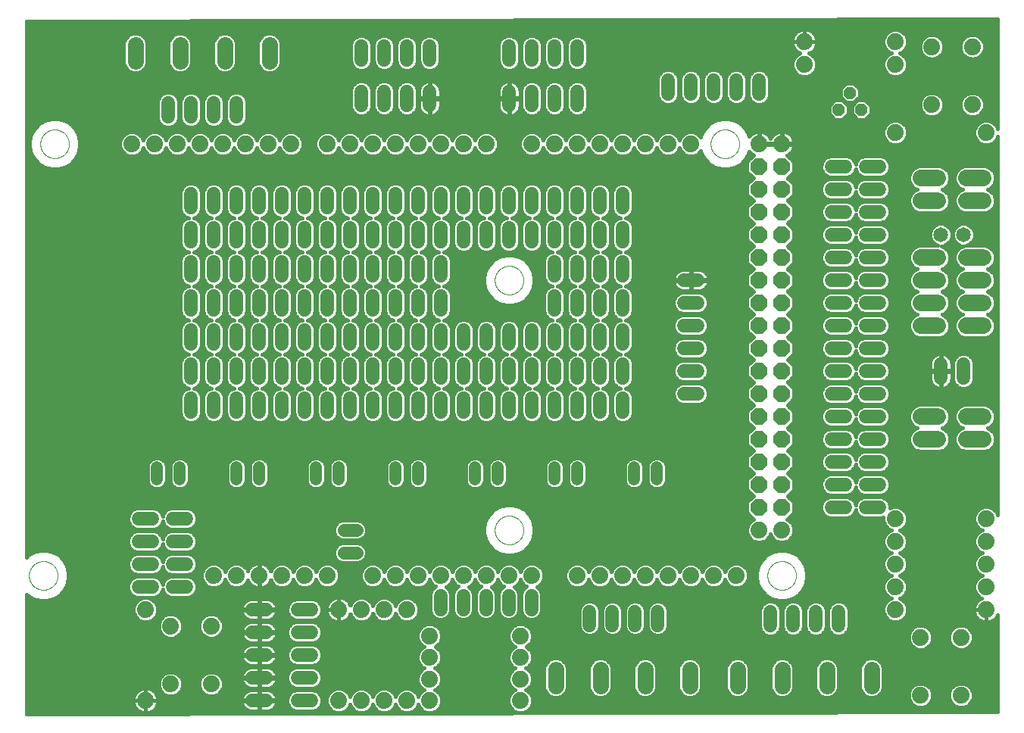
<source format=gtl>
G75*
%MOIN*%
%OFA0B0*%
%FSLAX25Y25*%
%IPPOS*%
%LPD*%
%AMOC8*
5,1,8,0,0,1.08239X$1,22.5*
%
%ADD10C,0.06000*%
%ADD11C,0.07400*%
%ADD12OC8,0.07400*%
%ADD13C,0.00000*%
%ADD14C,0.07400*%
%ADD15C,0.06500*%
%ADD16OC8,0.05200*%
%ADD17C,0.05200*%
%ADD18C,0.05600*%
%ADD19C,0.07050*%
%ADD20C,0.01600*%
D10*
X0057000Y0057800D02*
X0063000Y0057800D01*
X0072000Y0057800D02*
X0078000Y0057800D01*
X0078000Y0067800D02*
X0072000Y0067800D01*
X0063000Y0067800D02*
X0057000Y0067800D01*
X0057000Y0077800D02*
X0063000Y0077800D01*
X0072000Y0077800D02*
X0078000Y0077800D01*
X0078000Y0087800D02*
X0072000Y0087800D01*
X0063000Y0087800D02*
X0057000Y0087800D01*
X0107000Y0047800D02*
X0113000Y0047800D01*
X0113000Y0037800D02*
X0107000Y0037800D01*
X0107000Y0027800D02*
X0113000Y0027800D01*
X0113000Y0017800D02*
X0107000Y0017800D01*
X0107000Y0007800D02*
X0113000Y0007800D01*
X0127000Y0007800D02*
X0133000Y0007800D01*
X0133000Y0017800D02*
X0127000Y0017800D01*
X0127000Y0027800D02*
X0133000Y0027800D01*
X0133000Y0037800D02*
X0127000Y0037800D01*
X0127000Y0047800D02*
X0133000Y0047800D01*
X0189830Y0047928D02*
X0189830Y0053928D01*
X0199830Y0053928D02*
X0199830Y0047928D01*
X0209830Y0047928D02*
X0209830Y0053928D01*
X0219830Y0053928D02*
X0219830Y0047928D01*
X0229830Y0047928D02*
X0229830Y0053928D01*
X0255414Y0046916D02*
X0255414Y0040916D01*
X0265414Y0040916D02*
X0265414Y0046916D01*
X0275414Y0046916D02*
X0275414Y0040916D01*
X0285414Y0040916D02*
X0285414Y0046916D01*
X0335000Y0046859D02*
X0335000Y0040859D01*
X0345000Y0040859D02*
X0345000Y0046859D01*
X0355000Y0046859D02*
X0355000Y0040859D01*
X0365000Y0040859D02*
X0365000Y0046859D01*
X0368000Y0092800D02*
X0362000Y0092800D01*
X0362000Y0102800D02*
X0368000Y0102800D01*
X0377000Y0102800D02*
X0383000Y0102800D01*
X0383000Y0112800D02*
X0377000Y0112800D01*
X0368000Y0112800D02*
X0362000Y0112800D01*
X0362000Y0122800D02*
X0368000Y0122800D01*
X0377000Y0122800D02*
X0383000Y0122800D01*
X0383000Y0132800D02*
X0377000Y0132800D01*
X0368000Y0132800D02*
X0362000Y0132800D01*
X0362000Y0142800D02*
X0368000Y0142800D01*
X0377000Y0142800D02*
X0383000Y0142800D01*
X0383000Y0152800D02*
X0377000Y0152800D01*
X0368000Y0152800D02*
X0362000Y0152800D01*
X0362000Y0162800D02*
X0368000Y0162800D01*
X0377000Y0162800D02*
X0383000Y0162800D01*
X0383000Y0172800D02*
X0377000Y0172800D01*
X0368000Y0172800D02*
X0362000Y0172800D01*
X0362000Y0182800D02*
X0368000Y0182800D01*
X0377000Y0182800D02*
X0383000Y0182800D01*
X0383000Y0192800D02*
X0377000Y0192800D01*
X0368000Y0192800D02*
X0362000Y0192800D01*
X0362000Y0202800D02*
X0368000Y0202800D01*
X0377000Y0202800D02*
X0383000Y0202800D01*
X0383000Y0212800D02*
X0377000Y0212800D01*
X0368000Y0212800D02*
X0362000Y0212800D01*
X0362000Y0222800D02*
X0368000Y0222800D01*
X0377000Y0222800D02*
X0383000Y0222800D01*
X0383000Y0232800D02*
X0377000Y0232800D01*
X0368000Y0232800D02*
X0362000Y0232800D01*
X0362000Y0242800D02*
X0368000Y0242800D01*
X0377000Y0242800D02*
X0383000Y0242800D01*
X0330000Y0274800D02*
X0330000Y0280800D01*
X0320000Y0280800D02*
X0320000Y0274800D01*
X0310000Y0274800D02*
X0310000Y0280800D01*
X0300000Y0280800D02*
X0300000Y0274800D01*
X0290000Y0274800D02*
X0290000Y0280800D01*
X0250000Y0275800D02*
X0250000Y0269800D01*
X0240000Y0269800D02*
X0240000Y0275800D01*
X0230000Y0275800D02*
X0230000Y0269800D01*
X0220000Y0269800D02*
X0220000Y0275800D01*
X0220000Y0289800D02*
X0220000Y0295800D01*
X0230000Y0295800D02*
X0230000Y0289800D01*
X0240000Y0289800D02*
X0240000Y0295800D01*
X0250000Y0295800D02*
X0250000Y0289800D01*
X0185000Y0289800D02*
X0185000Y0295800D01*
X0175000Y0295800D02*
X0175000Y0289800D01*
X0165000Y0289800D02*
X0165000Y0295800D01*
X0155000Y0295800D02*
X0155000Y0289800D01*
X0155000Y0275800D02*
X0155000Y0269800D01*
X0165000Y0269800D02*
X0165000Y0275800D01*
X0175000Y0275800D02*
X0175000Y0269800D01*
X0185000Y0269800D02*
X0185000Y0275800D01*
X0180000Y0230800D02*
X0180000Y0224800D01*
X0190000Y0224800D02*
X0190000Y0230800D01*
X0200000Y0230800D02*
X0200000Y0224800D01*
X0210000Y0224800D02*
X0210000Y0230800D01*
X0220000Y0230800D02*
X0220000Y0224800D01*
X0230000Y0224800D02*
X0230000Y0230800D01*
X0240000Y0230800D02*
X0240000Y0224800D01*
X0250000Y0224800D02*
X0250000Y0230800D01*
X0260000Y0230800D02*
X0260000Y0224800D01*
X0270000Y0224800D02*
X0270000Y0230800D01*
X0270000Y0215800D02*
X0270000Y0209800D01*
X0260000Y0209800D02*
X0260000Y0215800D01*
X0250000Y0215800D02*
X0250000Y0209800D01*
X0240000Y0209800D02*
X0240000Y0215800D01*
X0230000Y0215800D02*
X0230000Y0209800D01*
X0220000Y0209800D02*
X0220000Y0215800D01*
X0210000Y0215800D02*
X0210000Y0209800D01*
X0200000Y0209800D02*
X0200000Y0215800D01*
X0190000Y0215800D02*
X0190000Y0209800D01*
X0180000Y0209800D02*
X0180000Y0215800D01*
X0170000Y0215800D02*
X0170000Y0209800D01*
X0160000Y0209800D02*
X0160000Y0215800D01*
X0150000Y0215800D02*
X0150000Y0209800D01*
X0140000Y0209800D02*
X0140000Y0215800D01*
X0130000Y0215800D02*
X0130000Y0209800D01*
X0130000Y0200800D02*
X0130000Y0194800D01*
X0140000Y0194800D02*
X0140000Y0200800D01*
X0150000Y0200800D02*
X0150000Y0194800D01*
X0160000Y0194800D02*
X0160000Y0200800D01*
X0170000Y0200800D02*
X0170000Y0194800D01*
X0170000Y0185800D02*
X0170000Y0179800D01*
X0160000Y0179800D02*
X0160000Y0185800D01*
X0150000Y0185800D02*
X0150000Y0179800D01*
X0140000Y0179800D02*
X0140000Y0185800D01*
X0130000Y0185800D02*
X0130000Y0179800D01*
X0130000Y0170800D02*
X0130000Y0164800D01*
X0140000Y0164800D02*
X0140000Y0170800D01*
X0150000Y0170800D02*
X0150000Y0164800D01*
X0160000Y0164800D02*
X0160000Y0170800D01*
X0170000Y0170800D02*
X0170000Y0164800D01*
X0170000Y0155800D02*
X0170000Y0149800D01*
X0160000Y0149800D02*
X0160000Y0155800D01*
X0150000Y0155800D02*
X0150000Y0149800D01*
X0140000Y0149800D02*
X0140000Y0155800D01*
X0130000Y0155800D02*
X0130000Y0149800D01*
X0130000Y0140800D02*
X0130000Y0134800D01*
X0140000Y0134800D02*
X0140000Y0140800D01*
X0150000Y0140800D02*
X0150000Y0134800D01*
X0160000Y0134800D02*
X0160000Y0140800D01*
X0170000Y0140800D02*
X0170000Y0134800D01*
X0180000Y0134800D02*
X0180000Y0140800D01*
X0190000Y0140800D02*
X0190000Y0134800D01*
X0200000Y0134800D02*
X0200000Y0140800D01*
X0210000Y0140800D02*
X0210000Y0134800D01*
X0220000Y0134800D02*
X0220000Y0140800D01*
X0230000Y0140800D02*
X0230000Y0134800D01*
X0240000Y0134800D02*
X0240000Y0140800D01*
X0250000Y0140800D02*
X0250000Y0134800D01*
X0260000Y0134800D02*
X0260000Y0140800D01*
X0270000Y0140800D02*
X0270000Y0134800D01*
X0270000Y0149800D02*
X0270000Y0155800D01*
X0260000Y0155800D02*
X0260000Y0149800D01*
X0250000Y0149800D02*
X0250000Y0155800D01*
X0240000Y0155800D02*
X0240000Y0149800D01*
X0230000Y0149800D02*
X0230000Y0155800D01*
X0220000Y0155800D02*
X0220000Y0149800D01*
X0210000Y0149800D02*
X0210000Y0155800D01*
X0200000Y0155800D02*
X0200000Y0149800D01*
X0190000Y0149800D02*
X0190000Y0155800D01*
X0180000Y0155800D02*
X0180000Y0149800D01*
X0180000Y0164800D02*
X0180000Y0170800D01*
X0190000Y0170800D02*
X0190000Y0164800D01*
X0200000Y0164800D02*
X0200000Y0170800D01*
X0210000Y0170800D02*
X0210000Y0164800D01*
X0220000Y0164800D02*
X0220000Y0170800D01*
X0230000Y0170800D02*
X0230000Y0164800D01*
X0240000Y0164800D02*
X0240000Y0170800D01*
X0250000Y0170800D02*
X0250000Y0164800D01*
X0260000Y0164800D02*
X0260000Y0170800D01*
X0270000Y0170800D02*
X0270000Y0164800D01*
X0270000Y0179800D02*
X0270000Y0185800D01*
X0260000Y0185800D02*
X0260000Y0179800D01*
X0250000Y0179800D02*
X0250000Y0185800D01*
X0240000Y0185800D02*
X0240000Y0179800D01*
X0240000Y0194800D02*
X0240000Y0200800D01*
X0250000Y0200800D02*
X0250000Y0194800D01*
X0260000Y0194800D02*
X0260000Y0200800D01*
X0270000Y0200800D02*
X0270000Y0194800D01*
X0297000Y0192800D02*
X0303000Y0192800D01*
X0303000Y0182800D02*
X0297000Y0182800D01*
X0297000Y0172800D02*
X0303000Y0172800D01*
X0303000Y0162800D02*
X0297000Y0162800D01*
X0297000Y0152800D02*
X0303000Y0152800D01*
X0303000Y0142800D02*
X0297000Y0142800D01*
X0377000Y0092800D02*
X0383000Y0092800D01*
X0410000Y0149800D02*
X0410000Y0155800D01*
X0420000Y0155800D02*
X0420000Y0149800D01*
X0190000Y0179800D02*
X0190000Y0185800D01*
X0180000Y0185800D02*
X0180000Y0179800D01*
X0180000Y0194800D02*
X0180000Y0200800D01*
X0190000Y0200800D02*
X0190000Y0194800D01*
X0170000Y0224800D02*
X0170000Y0230800D01*
X0160000Y0230800D02*
X0160000Y0224800D01*
X0150000Y0224800D02*
X0150000Y0230800D01*
X0140000Y0230800D02*
X0140000Y0224800D01*
X0130000Y0224800D02*
X0130000Y0230800D01*
X0120000Y0230800D02*
X0120000Y0224800D01*
X0110000Y0224800D02*
X0110000Y0230800D01*
X0100000Y0230800D02*
X0100000Y0224800D01*
X0090000Y0224800D02*
X0090000Y0230800D01*
X0080000Y0230800D02*
X0080000Y0224800D01*
X0080000Y0215800D02*
X0080000Y0209800D01*
X0080000Y0200800D02*
X0080000Y0194800D01*
X0080000Y0185800D02*
X0080000Y0179800D01*
X0080000Y0170800D02*
X0080000Y0164800D01*
X0080000Y0155800D02*
X0080000Y0149800D01*
X0080000Y0140800D02*
X0080000Y0134800D01*
X0090000Y0134800D02*
X0090000Y0140800D01*
X0100000Y0140800D02*
X0100000Y0134800D01*
X0110000Y0134800D02*
X0110000Y0140800D01*
X0120000Y0140800D02*
X0120000Y0134800D01*
X0120000Y0149800D02*
X0120000Y0155800D01*
X0110000Y0155800D02*
X0110000Y0149800D01*
X0100000Y0149800D02*
X0100000Y0155800D01*
X0090000Y0155800D02*
X0090000Y0149800D01*
X0090000Y0164800D02*
X0090000Y0170800D01*
X0100000Y0170800D02*
X0100000Y0164800D01*
X0110000Y0164800D02*
X0110000Y0170800D01*
X0120000Y0170800D02*
X0120000Y0164800D01*
X0120000Y0179800D02*
X0120000Y0185800D01*
X0110000Y0185800D02*
X0110000Y0179800D01*
X0100000Y0179800D02*
X0100000Y0185800D01*
X0090000Y0185800D02*
X0090000Y0179800D01*
X0090000Y0194800D02*
X0090000Y0200800D01*
X0100000Y0200800D02*
X0100000Y0194800D01*
X0110000Y0194800D02*
X0110000Y0200800D01*
X0120000Y0200800D02*
X0120000Y0194800D01*
X0120000Y0209800D02*
X0120000Y0215800D01*
X0110000Y0215800D02*
X0110000Y0209800D01*
X0100000Y0209800D02*
X0100000Y0215800D01*
X0090000Y0215800D02*
X0090000Y0209800D01*
X0090000Y0264800D02*
X0090000Y0270800D01*
X0100000Y0270800D02*
X0100000Y0264800D01*
X0080000Y0264800D02*
X0080000Y0270800D01*
X0070000Y0270800D02*
X0070000Y0264800D01*
D11*
X0074000Y0252800D03*
X0064000Y0252800D03*
X0054000Y0252800D03*
X0084000Y0252800D03*
X0094000Y0252800D03*
X0104000Y0252800D03*
X0114000Y0252800D03*
X0124000Y0252800D03*
X0140000Y0252800D03*
X0150000Y0252800D03*
X0160000Y0252800D03*
X0170000Y0252800D03*
X0180000Y0252800D03*
X0190000Y0252800D03*
X0200000Y0252800D03*
X0210000Y0252800D03*
X0230000Y0252800D03*
X0240000Y0252800D03*
X0250000Y0252800D03*
X0260000Y0252800D03*
X0270000Y0252800D03*
X0280000Y0252800D03*
X0290000Y0252800D03*
X0300000Y0252800D03*
X0330000Y0252800D03*
X0340000Y0252800D03*
X0350000Y0287800D03*
X0350000Y0297800D03*
X0390000Y0297800D03*
X0390000Y0287800D03*
X0406100Y0295600D03*
X0423900Y0295600D03*
X0423900Y0270000D03*
X0430000Y0257800D03*
X0406100Y0270000D03*
X0390000Y0257800D03*
X0390000Y0087800D03*
X0390000Y0077800D03*
X0390000Y0067800D03*
X0390000Y0057800D03*
X0390000Y0047800D03*
X0401100Y0035600D03*
X0418900Y0035600D03*
X0430000Y0047800D03*
X0430000Y0057800D03*
X0430000Y0067800D03*
X0430000Y0077800D03*
X0430000Y0087800D03*
X0340000Y0082800D03*
X0330000Y0082800D03*
X0320000Y0062800D03*
X0310000Y0062800D03*
X0300000Y0062800D03*
X0290000Y0062800D03*
X0280000Y0062800D03*
X0270000Y0062800D03*
X0260000Y0062800D03*
X0250000Y0062800D03*
X0230000Y0062800D03*
X0220000Y0062800D03*
X0210000Y0062800D03*
X0200000Y0062800D03*
X0190000Y0062800D03*
X0180000Y0062800D03*
X0170000Y0062800D03*
X0160000Y0062800D03*
X0140000Y0062800D03*
X0130000Y0062800D03*
X0120000Y0062800D03*
X0110000Y0062800D03*
X0100000Y0062800D03*
X0090000Y0062800D03*
X0088900Y0040600D03*
X0071100Y0040600D03*
X0060000Y0047800D03*
X0071100Y0015000D03*
X0060000Y0007800D03*
X0088900Y0015000D03*
X0145000Y0007800D03*
X0155000Y0007800D03*
X0165000Y0007800D03*
X0175000Y0007800D03*
X0185000Y0007800D03*
X0185000Y0017290D03*
X0185000Y0026779D03*
X0185000Y0036164D03*
X0175000Y0047800D03*
X0165000Y0047800D03*
X0155000Y0047800D03*
X0145000Y0047800D03*
X0225000Y0036164D03*
X0225000Y0026779D03*
X0225000Y0017290D03*
X0225000Y0007800D03*
X0401100Y0010000D03*
X0418900Y0010000D03*
D12*
X0340000Y0092800D03*
X0330000Y0092800D03*
X0330000Y0102800D03*
X0340000Y0102800D03*
X0340000Y0112800D03*
X0330000Y0112800D03*
X0330000Y0122800D03*
X0340000Y0122800D03*
X0340000Y0132800D03*
X0330000Y0132800D03*
X0330000Y0142800D03*
X0340000Y0142800D03*
X0340000Y0152800D03*
X0330000Y0152800D03*
X0330000Y0162800D03*
X0340000Y0162800D03*
X0340000Y0172800D03*
X0330000Y0172800D03*
X0330000Y0182800D03*
X0340000Y0182800D03*
X0340000Y0192800D03*
X0330000Y0192800D03*
X0330000Y0202800D03*
X0340000Y0202800D03*
X0340000Y0212800D03*
X0330000Y0212800D03*
X0330000Y0222800D03*
X0340000Y0222800D03*
X0340000Y0232800D03*
X0330000Y0232800D03*
X0330000Y0242800D03*
X0340000Y0242800D03*
D13*
X0308701Y0252800D02*
X0308703Y0252958D01*
X0308709Y0253116D01*
X0308719Y0253274D01*
X0308733Y0253432D01*
X0308751Y0253589D01*
X0308772Y0253746D01*
X0308798Y0253902D01*
X0308828Y0254058D01*
X0308861Y0254213D01*
X0308899Y0254366D01*
X0308940Y0254519D01*
X0308985Y0254671D01*
X0309034Y0254822D01*
X0309087Y0254971D01*
X0309143Y0255119D01*
X0309203Y0255265D01*
X0309267Y0255410D01*
X0309335Y0255553D01*
X0309406Y0255695D01*
X0309480Y0255835D01*
X0309558Y0255972D01*
X0309640Y0256108D01*
X0309724Y0256242D01*
X0309813Y0256373D01*
X0309904Y0256502D01*
X0309999Y0256629D01*
X0310096Y0256754D01*
X0310197Y0256876D01*
X0310301Y0256995D01*
X0310408Y0257112D01*
X0310518Y0257226D01*
X0310631Y0257337D01*
X0310746Y0257446D01*
X0310864Y0257551D01*
X0310985Y0257653D01*
X0311108Y0257753D01*
X0311234Y0257849D01*
X0311362Y0257942D01*
X0311492Y0258032D01*
X0311625Y0258118D01*
X0311760Y0258202D01*
X0311896Y0258281D01*
X0312035Y0258358D01*
X0312176Y0258430D01*
X0312318Y0258500D01*
X0312462Y0258565D01*
X0312608Y0258627D01*
X0312755Y0258685D01*
X0312904Y0258740D01*
X0313054Y0258791D01*
X0313205Y0258838D01*
X0313357Y0258881D01*
X0313510Y0258920D01*
X0313665Y0258956D01*
X0313820Y0258987D01*
X0313976Y0259015D01*
X0314132Y0259039D01*
X0314289Y0259059D01*
X0314447Y0259075D01*
X0314604Y0259087D01*
X0314763Y0259095D01*
X0314921Y0259099D01*
X0315079Y0259099D01*
X0315237Y0259095D01*
X0315396Y0259087D01*
X0315553Y0259075D01*
X0315711Y0259059D01*
X0315868Y0259039D01*
X0316024Y0259015D01*
X0316180Y0258987D01*
X0316335Y0258956D01*
X0316490Y0258920D01*
X0316643Y0258881D01*
X0316795Y0258838D01*
X0316946Y0258791D01*
X0317096Y0258740D01*
X0317245Y0258685D01*
X0317392Y0258627D01*
X0317538Y0258565D01*
X0317682Y0258500D01*
X0317824Y0258430D01*
X0317965Y0258358D01*
X0318104Y0258281D01*
X0318240Y0258202D01*
X0318375Y0258118D01*
X0318508Y0258032D01*
X0318638Y0257942D01*
X0318766Y0257849D01*
X0318892Y0257753D01*
X0319015Y0257653D01*
X0319136Y0257551D01*
X0319254Y0257446D01*
X0319369Y0257337D01*
X0319482Y0257226D01*
X0319592Y0257112D01*
X0319699Y0256995D01*
X0319803Y0256876D01*
X0319904Y0256754D01*
X0320001Y0256629D01*
X0320096Y0256502D01*
X0320187Y0256373D01*
X0320276Y0256242D01*
X0320360Y0256108D01*
X0320442Y0255972D01*
X0320520Y0255835D01*
X0320594Y0255695D01*
X0320665Y0255553D01*
X0320733Y0255410D01*
X0320797Y0255265D01*
X0320857Y0255119D01*
X0320913Y0254971D01*
X0320966Y0254822D01*
X0321015Y0254671D01*
X0321060Y0254519D01*
X0321101Y0254366D01*
X0321139Y0254213D01*
X0321172Y0254058D01*
X0321202Y0253902D01*
X0321228Y0253746D01*
X0321249Y0253589D01*
X0321267Y0253432D01*
X0321281Y0253274D01*
X0321291Y0253116D01*
X0321297Y0252958D01*
X0321299Y0252800D01*
X0321297Y0252642D01*
X0321291Y0252484D01*
X0321281Y0252326D01*
X0321267Y0252168D01*
X0321249Y0252011D01*
X0321228Y0251854D01*
X0321202Y0251698D01*
X0321172Y0251542D01*
X0321139Y0251387D01*
X0321101Y0251234D01*
X0321060Y0251081D01*
X0321015Y0250929D01*
X0320966Y0250778D01*
X0320913Y0250629D01*
X0320857Y0250481D01*
X0320797Y0250335D01*
X0320733Y0250190D01*
X0320665Y0250047D01*
X0320594Y0249905D01*
X0320520Y0249765D01*
X0320442Y0249628D01*
X0320360Y0249492D01*
X0320276Y0249358D01*
X0320187Y0249227D01*
X0320096Y0249098D01*
X0320001Y0248971D01*
X0319904Y0248846D01*
X0319803Y0248724D01*
X0319699Y0248605D01*
X0319592Y0248488D01*
X0319482Y0248374D01*
X0319369Y0248263D01*
X0319254Y0248154D01*
X0319136Y0248049D01*
X0319015Y0247947D01*
X0318892Y0247847D01*
X0318766Y0247751D01*
X0318638Y0247658D01*
X0318508Y0247568D01*
X0318375Y0247482D01*
X0318240Y0247398D01*
X0318104Y0247319D01*
X0317965Y0247242D01*
X0317824Y0247170D01*
X0317682Y0247100D01*
X0317538Y0247035D01*
X0317392Y0246973D01*
X0317245Y0246915D01*
X0317096Y0246860D01*
X0316946Y0246809D01*
X0316795Y0246762D01*
X0316643Y0246719D01*
X0316490Y0246680D01*
X0316335Y0246644D01*
X0316180Y0246613D01*
X0316024Y0246585D01*
X0315868Y0246561D01*
X0315711Y0246541D01*
X0315553Y0246525D01*
X0315396Y0246513D01*
X0315237Y0246505D01*
X0315079Y0246501D01*
X0314921Y0246501D01*
X0314763Y0246505D01*
X0314604Y0246513D01*
X0314447Y0246525D01*
X0314289Y0246541D01*
X0314132Y0246561D01*
X0313976Y0246585D01*
X0313820Y0246613D01*
X0313665Y0246644D01*
X0313510Y0246680D01*
X0313357Y0246719D01*
X0313205Y0246762D01*
X0313054Y0246809D01*
X0312904Y0246860D01*
X0312755Y0246915D01*
X0312608Y0246973D01*
X0312462Y0247035D01*
X0312318Y0247100D01*
X0312176Y0247170D01*
X0312035Y0247242D01*
X0311896Y0247319D01*
X0311760Y0247398D01*
X0311625Y0247482D01*
X0311492Y0247568D01*
X0311362Y0247658D01*
X0311234Y0247751D01*
X0311108Y0247847D01*
X0310985Y0247947D01*
X0310864Y0248049D01*
X0310746Y0248154D01*
X0310631Y0248263D01*
X0310518Y0248374D01*
X0310408Y0248488D01*
X0310301Y0248605D01*
X0310197Y0248724D01*
X0310096Y0248846D01*
X0309999Y0248971D01*
X0309904Y0249098D01*
X0309813Y0249227D01*
X0309724Y0249358D01*
X0309640Y0249492D01*
X0309558Y0249628D01*
X0309480Y0249765D01*
X0309406Y0249905D01*
X0309335Y0250047D01*
X0309267Y0250190D01*
X0309203Y0250335D01*
X0309143Y0250481D01*
X0309087Y0250629D01*
X0309034Y0250778D01*
X0308985Y0250929D01*
X0308940Y0251081D01*
X0308899Y0251234D01*
X0308861Y0251387D01*
X0308828Y0251542D01*
X0308798Y0251698D01*
X0308772Y0251854D01*
X0308751Y0252011D01*
X0308733Y0252168D01*
X0308719Y0252326D01*
X0308709Y0252484D01*
X0308703Y0252642D01*
X0308701Y0252800D01*
X0213701Y0192800D02*
X0213703Y0192958D01*
X0213709Y0193116D01*
X0213719Y0193274D01*
X0213733Y0193432D01*
X0213751Y0193589D01*
X0213772Y0193746D01*
X0213798Y0193902D01*
X0213828Y0194058D01*
X0213861Y0194213D01*
X0213899Y0194366D01*
X0213940Y0194519D01*
X0213985Y0194671D01*
X0214034Y0194822D01*
X0214087Y0194971D01*
X0214143Y0195119D01*
X0214203Y0195265D01*
X0214267Y0195410D01*
X0214335Y0195553D01*
X0214406Y0195695D01*
X0214480Y0195835D01*
X0214558Y0195972D01*
X0214640Y0196108D01*
X0214724Y0196242D01*
X0214813Y0196373D01*
X0214904Y0196502D01*
X0214999Y0196629D01*
X0215096Y0196754D01*
X0215197Y0196876D01*
X0215301Y0196995D01*
X0215408Y0197112D01*
X0215518Y0197226D01*
X0215631Y0197337D01*
X0215746Y0197446D01*
X0215864Y0197551D01*
X0215985Y0197653D01*
X0216108Y0197753D01*
X0216234Y0197849D01*
X0216362Y0197942D01*
X0216492Y0198032D01*
X0216625Y0198118D01*
X0216760Y0198202D01*
X0216896Y0198281D01*
X0217035Y0198358D01*
X0217176Y0198430D01*
X0217318Y0198500D01*
X0217462Y0198565D01*
X0217608Y0198627D01*
X0217755Y0198685D01*
X0217904Y0198740D01*
X0218054Y0198791D01*
X0218205Y0198838D01*
X0218357Y0198881D01*
X0218510Y0198920D01*
X0218665Y0198956D01*
X0218820Y0198987D01*
X0218976Y0199015D01*
X0219132Y0199039D01*
X0219289Y0199059D01*
X0219447Y0199075D01*
X0219604Y0199087D01*
X0219763Y0199095D01*
X0219921Y0199099D01*
X0220079Y0199099D01*
X0220237Y0199095D01*
X0220396Y0199087D01*
X0220553Y0199075D01*
X0220711Y0199059D01*
X0220868Y0199039D01*
X0221024Y0199015D01*
X0221180Y0198987D01*
X0221335Y0198956D01*
X0221490Y0198920D01*
X0221643Y0198881D01*
X0221795Y0198838D01*
X0221946Y0198791D01*
X0222096Y0198740D01*
X0222245Y0198685D01*
X0222392Y0198627D01*
X0222538Y0198565D01*
X0222682Y0198500D01*
X0222824Y0198430D01*
X0222965Y0198358D01*
X0223104Y0198281D01*
X0223240Y0198202D01*
X0223375Y0198118D01*
X0223508Y0198032D01*
X0223638Y0197942D01*
X0223766Y0197849D01*
X0223892Y0197753D01*
X0224015Y0197653D01*
X0224136Y0197551D01*
X0224254Y0197446D01*
X0224369Y0197337D01*
X0224482Y0197226D01*
X0224592Y0197112D01*
X0224699Y0196995D01*
X0224803Y0196876D01*
X0224904Y0196754D01*
X0225001Y0196629D01*
X0225096Y0196502D01*
X0225187Y0196373D01*
X0225276Y0196242D01*
X0225360Y0196108D01*
X0225442Y0195972D01*
X0225520Y0195835D01*
X0225594Y0195695D01*
X0225665Y0195553D01*
X0225733Y0195410D01*
X0225797Y0195265D01*
X0225857Y0195119D01*
X0225913Y0194971D01*
X0225966Y0194822D01*
X0226015Y0194671D01*
X0226060Y0194519D01*
X0226101Y0194366D01*
X0226139Y0194213D01*
X0226172Y0194058D01*
X0226202Y0193902D01*
X0226228Y0193746D01*
X0226249Y0193589D01*
X0226267Y0193432D01*
X0226281Y0193274D01*
X0226291Y0193116D01*
X0226297Y0192958D01*
X0226299Y0192800D01*
X0226297Y0192642D01*
X0226291Y0192484D01*
X0226281Y0192326D01*
X0226267Y0192168D01*
X0226249Y0192011D01*
X0226228Y0191854D01*
X0226202Y0191698D01*
X0226172Y0191542D01*
X0226139Y0191387D01*
X0226101Y0191234D01*
X0226060Y0191081D01*
X0226015Y0190929D01*
X0225966Y0190778D01*
X0225913Y0190629D01*
X0225857Y0190481D01*
X0225797Y0190335D01*
X0225733Y0190190D01*
X0225665Y0190047D01*
X0225594Y0189905D01*
X0225520Y0189765D01*
X0225442Y0189628D01*
X0225360Y0189492D01*
X0225276Y0189358D01*
X0225187Y0189227D01*
X0225096Y0189098D01*
X0225001Y0188971D01*
X0224904Y0188846D01*
X0224803Y0188724D01*
X0224699Y0188605D01*
X0224592Y0188488D01*
X0224482Y0188374D01*
X0224369Y0188263D01*
X0224254Y0188154D01*
X0224136Y0188049D01*
X0224015Y0187947D01*
X0223892Y0187847D01*
X0223766Y0187751D01*
X0223638Y0187658D01*
X0223508Y0187568D01*
X0223375Y0187482D01*
X0223240Y0187398D01*
X0223104Y0187319D01*
X0222965Y0187242D01*
X0222824Y0187170D01*
X0222682Y0187100D01*
X0222538Y0187035D01*
X0222392Y0186973D01*
X0222245Y0186915D01*
X0222096Y0186860D01*
X0221946Y0186809D01*
X0221795Y0186762D01*
X0221643Y0186719D01*
X0221490Y0186680D01*
X0221335Y0186644D01*
X0221180Y0186613D01*
X0221024Y0186585D01*
X0220868Y0186561D01*
X0220711Y0186541D01*
X0220553Y0186525D01*
X0220396Y0186513D01*
X0220237Y0186505D01*
X0220079Y0186501D01*
X0219921Y0186501D01*
X0219763Y0186505D01*
X0219604Y0186513D01*
X0219447Y0186525D01*
X0219289Y0186541D01*
X0219132Y0186561D01*
X0218976Y0186585D01*
X0218820Y0186613D01*
X0218665Y0186644D01*
X0218510Y0186680D01*
X0218357Y0186719D01*
X0218205Y0186762D01*
X0218054Y0186809D01*
X0217904Y0186860D01*
X0217755Y0186915D01*
X0217608Y0186973D01*
X0217462Y0187035D01*
X0217318Y0187100D01*
X0217176Y0187170D01*
X0217035Y0187242D01*
X0216896Y0187319D01*
X0216760Y0187398D01*
X0216625Y0187482D01*
X0216492Y0187568D01*
X0216362Y0187658D01*
X0216234Y0187751D01*
X0216108Y0187847D01*
X0215985Y0187947D01*
X0215864Y0188049D01*
X0215746Y0188154D01*
X0215631Y0188263D01*
X0215518Y0188374D01*
X0215408Y0188488D01*
X0215301Y0188605D01*
X0215197Y0188724D01*
X0215096Y0188846D01*
X0214999Y0188971D01*
X0214904Y0189098D01*
X0214813Y0189227D01*
X0214724Y0189358D01*
X0214640Y0189492D01*
X0214558Y0189628D01*
X0214480Y0189765D01*
X0214406Y0189905D01*
X0214335Y0190047D01*
X0214267Y0190190D01*
X0214203Y0190335D01*
X0214143Y0190481D01*
X0214087Y0190629D01*
X0214034Y0190778D01*
X0213985Y0190929D01*
X0213940Y0191081D01*
X0213899Y0191234D01*
X0213861Y0191387D01*
X0213828Y0191542D01*
X0213798Y0191698D01*
X0213772Y0191854D01*
X0213751Y0192011D01*
X0213733Y0192168D01*
X0213719Y0192326D01*
X0213709Y0192484D01*
X0213703Y0192642D01*
X0213701Y0192800D01*
X0213701Y0082800D02*
X0213703Y0082958D01*
X0213709Y0083116D01*
X0213719Y0083274D01*
X0213733Y0083432D01*
X0213751Y0083589D01*
X0213772Y0083746D01*
X0213798Y0083902D01*
X0213828Y0084058D01*
X0213861Y0084213D01*
X0213899Y0084366D01*
X0213940Y0084519D01*
X0213985Y0084671D01*
X0214034Y0084822D01*
X0214087Y0084971D01*
X0214143Y0085119D01*
X0214203Y0085265D01*
X0214267Y0085410D01*
X0214335Y0085553D01*
X0214406Y0085695D01*
X0214480Y0085835D01*
X0214558Y0085972D01*
X0214640Y0086108D01*
X0214724Y0086242D01*
X0214813Y0086373D01*
X0214904Y0086502D01*
X0214999Y0086629D01*
X0215096Y0086754D01*
X0215197Y0086876D01*
X0215301Y0086995D01*
X0215408Y0087112D01*
X0215518Y0087226D01*
X0215631Y0087337D01*
X0215746Y0087446D01*
X0215864Y0087551D01*
X0215985Y0087653D01*
X0216108Y0087753D01*
X0216234Y0087849D01*
X0216362Y0087942D01*
X0216492Y0088032D01*
X0216625Y0088118D01*
X0216760Y0088202D01*
X0216896Y0088281D01*
X0217035Y0088358D01*
X0217176Y0088430D01*
X0217318Y0088500D01*
X0217462Y0088565D01*
X0217608Y0088627D01*
X0217755Y0088685D01*
X0217904Y0088740D01*
X0218054Y0088791D01*
X0218205Y0088838D01*
X0218357Y0088881D01*
X0218510Y0088920D01*
X0218665Y0088956D01*
X0218820Y0088987D01*
X0218976Y0089015D01*
X0219132Y0089039D01*
X0219289Y0089059D01*
X0219447Y0089075D01*
X0219604Y0089087D01*
X0219763Y0089095D01*
X0219921Y0089099D01*
X0220079Y0089099D01*
X0220237Y0089095D01*
X0220396Y0089087D01*
X0220553Y0089075D01*
X0220711Y0089059D01*
X0220868Y0089039D01*
X0221024Y0089015D01*
X0221180Y0088987D01*
X0221335Y0088956D01*
X0221490Y0088920D01*
X0221643Y0088881D01*
X0221795Y0088838D01*
X0221946Y0088791D01*
X0222096Y0088740D01*
X0222245Y0088685D01*
X0222392Y0088627D01*
X0222538Y0088565D01*
X0222682Y0088500D01*
X0222824Y0088430D01*
X0222965Y0088358D01*
X0223104Y0088281D01*
X0223240Y0088202D01*
X0223375Y0088118D01*
X0223508Y0088032D01*
X0223638Y0087942D01*
X0223766Y0087849D01*
X0223892Y0087753D01*
X0224015Y0087653D01*
X0224136Y0087551D01*
X0224254Y0087446D01*
X0224369Y0087337D01*
X0224482Y0087226D01*
X0224592Y0087112D01*
X0224699Y0086995D01*
X0224803Y0086876D01*
X0224904Y0086754D01*
X0225001Y0086629D01*
X0225096Y0086502D01*
X0225187Y0086373D01*
X0225276Y0086242D01*
X0225360Y0086108D01*
X0225442Y0085972D01*
X0225520Y0085835D01*
X0225594Y0085695D01*
X0225665Y0085553D01*
X0225733Y0085410D01*
X0225797Y0085265D01*
X0225857Y0085119D01*
X0225913Y0084971D01*
X0225966Y0084822D01*
X0226015Y0084671D01*
X0226060Y0084519D01*
X0226101Y0084366D01*
X0226139Y0084213D01*
X0226172Y0084058D01*
X0226202Y0083902D01*
X0226228Y0083746D01*
X0226249Y0083589D01*
X0226267Y0083432D01*
X0226281Y0083274D01*
X0226291Y0083116D01*
X0226297Y0082958D01*
X0226299Y0082800D01*
X0226297Y0082642D01*
X0226291Y0082484D01*
X0226281Y0082326D01*
X0226267Y0082168D01*
X0226249Y0082011D01*
X0226228Y0081854D01*
X0226202Y0081698D01*
X0226172Y0081542D01*
X0226139Y0081387D01*
X0226101Y0081234D01*
X0226060Y0081081D01*
X0226015Y0080929D01*
X0225966Y0080778D01*
X0225913Y0080629D01*
X0225857Y0080481D01*
X0225797Y0080335D01*
X0225733Y0080190D01*
X0225665Y0080047D01*
X0225594Y0079905D01*
X0225520Y0079765D01*
X0225442Y0079628D01*
X0225360Y0079492D01*
X0225276Y0079358D01*
X0225187Y0079227D01*
X0225096Y0079098D01*
X0225001Y0078971D01*
X0224904Y0078846D01*
X0224803Y0078724D01*
X0224699Y0078605D01*
X0224592Y0078488D01*
X0224482Y0078374D01*
X0224369Y0078263D01*
X0224254Y0078154D01*
X0224136Y0078049D01*
X0224015Y0077947D01*
X0223892Y0077847D01*
X0223766Y0077751D01*
X0223638Y0077658D01*
X0223508Y0077568D01*
X0223375Y0077482D01*
X0223240Y0077398D01*
X0223104Y0077319D01*
X0222965Y0077242D01*
X0222824Y0077170D01*
X0222682Y0077100D01*
X0222538Y0077035D01*
X0222392Y0076973D01*
X0222245Y0076915D01*
X0222096Y0076860D01*
X0221946Y0076809D01*
X0221795Y0076762D01*
X0221643Y0076719D01*
X0221490Y0076680D01*
X0221335Y0076644D01*
X0221180Y0076613D01*
X0221024Y0076585D01*
X0220868Y0076561D01*
X0220711Y0076541D01*
X0220553Y0076525D01*
X0220396Y0076513D01*
X0220237Y0076505D01*
X0220079Y0076501D01*
X0219921Y0076501D01*
X0219763Y0076505D01*
X0219604Y0076513D01*
X0219447Y0076525D01*
X0219289Y0076541D01*
X0219132Y0076561D01*
X0218976Y0076585D01*
X0218820Y0076613D01*
X0218665Y0076644D01*
X0218510Y0076680D01*
X0218357Y0076719D01*
X0218205Y0076762D01*
X0218054Y0076809D01*
X0217904Y0076860D01*
X0217755Y0076915D01*
X0217608Y0076973D01*
X0217462Y0077035D01*
X0217318Y0077100D01*
X0217176Y0077170D01*
X0217035Y0077242D01*
X0216896Y0077319D01*
X0216760Y0077398D01*
X0216625Y0077482D01*
X0216492Y0077568D01*
X0216362Y0077658D01*
X0216234Y0077751D01*
X0216108Y0077847D01*
X0215985Y0077947D01*
X0215864Y0078049D01*
X0215746Y0078154D01*
X0215631Y0078263D01*
X0215518Y0078374D01*
X0215408Y0078488D01*
X0215301Y0078605D01*
X0215197Y0078724D01*
X0215096Y0078846D01*
X0214999Y0078971D01*
X0214904Y0079098D01*
X0214813Y0079227D01*
X0214724Y0079358D01*
X0214640Y0079492D01*
X0214558Y0079628D01*
X0214480Y0079765D01*
X0214406Y0079905D01*
X0214335Y0080047D01*
X0214267Y0080190D01*
X0214203Y0080335D01*
X0214143Y0080481D01*
X0214087Y0080629D01*
X0214034Y0080778D01*
X0213985Y0080929D01*
X0213940Y0081081D01*
X0213899Y0081234D01*
X0213861Y0081387D01*
X0213828Y0081542D01*
X0213798Y0081698D01*
X0213772Y0081854D01*
X0213751Y0082011D01*
X0213733Y0082168D01*
X0213719Y0082326D01*
X0213709Y0082484D01*
X0213703Y0082642D01*
X0213701Y0082800D01*
X0333701Y0062800D02*
X0333703Y0062958D01*
X0333709Y0063116D01*
X0333719Y0063274D01*
X0333733Y0063432D01*
X0333751Y0063589D01*
X0333772Y0063746D01*
X0333798Y0063902D01*
X0333828Y0064058D01*
X0333861Y0064213D01*
X0333899Y0064366D01*
X0333940Y0064519D01*
X0333985Y0064671D01*
X0334034Y0064822D01*
X0334087Y0064971D01*
X0334143Y0065119D01*
X0334203Y0065265D01*
X0334267Y0065410D01*
X0334335Y0065553D01*
X0334406Y0065695D01*
X0334480Y0065835D01*
X0334558Y0065972D01*
X0334640Y0066108D01*
X0334724Y0066242D01*
X0334813Y0066373D01*
X0334904Y0066502D01*
X0334999Y0066629D01*
X0335096Y0066754D01*
X0335197Y0066876D01*
X0335301Y0066995D01*
X0335408Y0067112D01*
X0335518Y0067226D01*
X0335631Y0067337D01*
X0335746Y0067446D01*
X0335864Y0067551D01*
X0335985Y0067653D01*
X0336108Y0067753D01*
X0336234Y0067849D01*
X0336362Y0067942D01*
X0336492Y0068032D01*
X0336625Y0068118D01*
X0336760Y0068202D01*
X0336896Y0068281D01*
X0337035Y0068358D01*
X0337176Y0068430D01*
X0337318Y0068500D01*
X0337462Y0068565D01*
X0337608Y0068627D01*
X0337755Y0068685D01*
X0337904Y0068740D01*
X0338054Y0068791D01*
X0338205Y0068838D01*
X0338357Y0068881D01*
X0338510Y0068920D01*
X0338665Y0068956D01*
X0338820Y0068987D01*
X0338976Y0069015D01*
X0339132Y0069039D01*
X0339289Y0069059D01*
X0339447Y0069075D01*
X0339604Y0069087D01*
X0339763Y0069095D01*
X0339921Y0069099D01*
X0340079Y0069099D01*
X0340237Y0069095D01*
X0340396Y0069087D01*
X0340553Y0069075D01*
X0340711Y0069059D01*
X0340868Y0069039D01*
X0341024Y0069015D01*
X0341180Y0068987D01*
X0341335Y0068956D01*
X0341490Y0068920D01*
X0341643Y0068881D01*
X0341795Y0068838D01*
X0341946Y0068791D01*
X0342096Y0068740D01*
X0342245Y0068685D01*
X0342392Y0068627D01*
X0342538Y0068565D01*
X0342682Y0068500D01*
X0342824Y0068430D01*
X0342965Y0068358D01*
X0343104Y0068281D01*
X0343240Y0068202D01*
X0343375Y0068118D01*
X0343508Y0068032D01*
X0343638Y0067942D01*
X0343766Y0067849D01*
X0343892Y0067753D01*
X0344015Y0067653D01*
X0344136Y0067551D01*
X0344254Y0067446D01*
X0344369Y0067337D01*
X0344482Y0067226D01*
X0344592Y0067112D01*
X0344699Y0066995D01*
X0344803Y0066876D01*
X0344904Y0066754D01*
X0345001Y0066629D01*
X0345096Y0066502D01*
X0345187Y0066373D01*
X0345276Y0066242D01*
X0345360Y0066108D01*
X0345442Y0065972D01*
X0345520Y0065835D01*
X0345594Y0065695D01*
X0345665Y0065553D01*
X0345733Y0065410D01*
X0345797Y0065265D01*
X0345857Y0065119D01*
X0345913Y0064971D01*
X0345966Y0064822D01*
X0346015Y0064671D01*
X0346060Y0064519D01*
X0346101Y0064366D01*
X0346139Y0064213D01*
X0346172Y0064058D01*
X0346202Y0063902D01*
X0346228Y0063746D01*
X0346249Y0063589D01*
X0346267Y0063432D01*
X0346281Y0063274D01*
X0346291Y0063116D01*
X0346297Y0062958D01*
X0346299Y0062800D01*
X0346297Y0062642D01*
X0346291Y0062484D01*
X0346281Y0062326D01*
X0346267Y0062168D01*
X0346249Y0062011D01*
X0346228Y0061854D01*
X0346202Y0061698D01*
X0346172Y0061542D01*
X0346139Y0061387D01*
X0346101Y0061234D01*
X0346060Y0061081D01*
X0346015Y0060929D01*
X0345966Y0060778D01*
X0345913Y0060629D01*
X0345857Y0060481D01*
X0345797Y0060335D01*
X0345733Y0060190D01*
X0345665Y0060047D01*
X0345594Y0059905D01*
X0345520Y0059765D01*
X0345442Y0059628D01*
X0345360Y0059492D01*
X0345276Y0059358D01*
X0345187Y0059227D01*
X0345096Y0059098D01*
X0345001Y0058971D01*
X0344904Y0058846D01*
X0344803Y0058724D01*
X0344699Y0058605D01*
X0344592Y0058488D01*
X0344482Y0058374D01*
X0344369Y0058263D01*
X0344254Y0058154D01*
X0344136Y0058049D01*
X0344015Y0057947D01*
X0343892Y0057847D01*
X0343766Y0057751D01*
X0343638Y0057658D01*
X0343508Y0057568D01*
X0343375Y0057482D01*
X0343240Y0057398D01*
X0343104Y0057319D01*
X0342965Y0057242D01*
X0342824Y0057170D01*
X0342682Y0057100D01*
X0342538Y0057035D01*
X0342392Y0056973D01*
X0342245Y0056915D01*
X0342096Y0056860D01*
X0341946Y0056809D01*
X0341795Y0056762D01*
X0341643Y0056719D01*
X0341490Y0056680D01*
X0341335Y0056644D01*
X0341180Y0056613D01*
X0341024Y0056585D01*
X0340868Y0056561D01*
X0340711Y0056541D01*
X0340553Y0056525D01*
X0340396Y0056513D01*
X0340237Y0056505D01*
X0340079Y0056501D01*
X0339921Y0056501D01*
X0339763Y0056505D01*
X0339604Y0056513D01*
X0339447Y0056525D01*
X0339289Y0056541D01*
X0339132Y0056561D01*
X0338976Y0056585D01*
X0338820Y0056613D01*
X0338665Y0056644D01*
X0338510Y0056680D01*
X0338357Y0056719D01*
X0338205Y0056762D01*
X0338054Y0056809D01*
X0337904Y0056860D01*
X0337755Y0056915D01*
X0337608Y0056973D01*
X0337462Y0057035D01*
X0337318Y0057100D01*
X0337176Y0057170D01*
X0337035Y0057242D01*
X0336896Y0057319D01*
X0336760Y0057398D01*
X0336625Y0057482D01*
X0336492Y0057568D01*
X0336362Y0057658D01*
X0336234Y0057751D01*
X0336108Y0057847D01*
X0335985Y0057947D01*
X0335864Y0058049D01*
X0335746Y0058154D01*
X0335631Y0058263D01*
X0335518Y0058374D01*
X0335408Y0058488D01*
X0335301Y0058605D01*
X0335197Y0058724D01*
X0335096Y0058846D01*
X0334999Y0058971D01*
X0334904Y0059098D01*
X0334813Y0059227D01*
X0334724Y0059358D01*
X0334640Y0059492D01*
X0334558Y0059628D01*
X0334480Y0059765D01*
X0334406Y0059905D01*
X0334335Y0060047D01*
X0334267Y0060190D01*
X0334203Y0060335D01*
X0334143Y0060481D01*
X0334087Y0060629D01*
X0334034Y0060778D01*
X0333985Y0060929D01*
X0333940Y0061081D01*
X0333899Y0061234D01*
X0333861Y0061387D01*
X0333828Y0061542D01*
X0333798Y0061698D01*
X0333772Y0061854D01*
X0333751Y0062011D01*
X0333733Y0062168D01*
X0333719Y0062326D01*
X0333709Y0062484D01*
X0333703Y0062642D01*
X0333701Y0062800D01*
X0013701Y0252800D02*
X0013703Y0252958D01*
X0013709Y0253116D01*
X0013719Y0253274D01*
X0013733Y0253432D01*
X0013751Y0253589D01*
X0013772Y0253746D01*
X0013798Y0253902D01*
X0013828Y0254058D01*
X0013861Y0254213D01*
X0013899Y0254366D01*
X0013940Y0254519D01*
X0013985Y0254671D01*
X0014034Y0254822D01*
X0014087Y0254971D01*
X0014143Y0255119D01*
X0014203Y0255265D01*
X0014267Y0255410D01*
X0014335Y0255553D01*
X0014406Y0255695D01*
X0014480Y0255835D01*
X0014558Y0255972D01*
X0014640Y0256108D01*
X0014724Y0256242D01*
X0014813Y0256373D01*
X0014904Y0256502D01*
X0014999Y0256629D01*
X0015096Y0256754D01*
X0015197Y0256876D01*
X0015301Y0256995D01*
X0015408Y0257112D01*
X0015518Y0257226D01*
X0015631Y0257337D01*
X0015746Y0257446D01*
X0015864Y0257551D01*
X0015985Y0257653D01*
X0016108Y0257753D01*
X0016234Y0257849D01*
X0016362Y0257942D01*
X0016492Y0258032D01*
X0016625Y0258118D01*
X0016760Y0258202D01*
X0016896Y0258281D01*
X0017035Y0258358D01*
X0017176Y0258430D01*
X0017318Y0258500D01*
X0017462Y0258565D01*
X0017608Y0258627D01*
X0017755Y0258685D01*
X0017904Y0258740D01*
X0018054Y0258791D01*
X0018205Y0258838D01*
X0018357Y0258881D01*
X0018510Y0258920D01*
X0018665Y0258956D01*
X0018820Y0258987D01*
X0018976Y0259015D01*
X0019132Y0259039D01*
X0019289Y0259059D01*
X0019447Y0259075D01*
X0019604Y0259087D01*
X0019763Y0259095D01*
X0019921Y0259099D01*
X0020079Y0259099D01*
X0020237Y0259095D01*
X0020396Y0259087D01*
X0020553Y0259075D01*
X0020711Y0259059D01*
X0020868Y0259039D01*
X0021024Y0259015D01*
X0021180Y0258987D01*
X0021335Y0258956D01*
X0021490Y0258920D01*
X0021643Y0258881D01*
X0021795Y0258838D01*
X0021946Y0258791D01*
X0022096Y0258740D01*
X0022245Y0258685D01*
X0022392Y0258627D01*
X0022538Y0258565D01*
X0022682Y0258500D01*
X0022824Y0258430D01*
X0022965Y0258358D01*
X0023104Y0258281D01*
X0023240Y0258202D01*
X0023375Y0258118D01*
X0023508Y0258032D01*
X0023638Y0257942D01*
X0023766Y0257849D01*
X0023892Y0257753D01*
X0024015Y0257653D01*
X0024136Y0257551D01*
X0024254Y0257446D01*
X0024369Y0257337D01*
X0024482Y0257226D01*
X0024592Y0257112D01*
X0024699Y0256995D01*
X0024803Y0256876D01*
X0024904Y0256754D01*
X0025001Y0256629D01*
X0025096Y0256502D01*
X0025187Y0256373D01*
X0025276Y0256242D01*
X0025360Y0256108D01*
X0025442Y0255972D01*
X0025520Y0255835D01*
X0025594Y0255695D01*
X0025665Y0255553D01*
X0025733Y0255410D01*
X0025797Y0255265D01*
X0025857Y0255119D01*
X0025913Y0254971D01*
X0025966Y0254822D01*
X0026015Y0254671D01*
X0026060Y0254519D01*
X0026101Y0254366D01*
X0026139Y0254213D01*
X0026172Y0254058D01*
X0026202Y0253902D01*
X0026228Y0253746D01*
X0026249Y0253589D01*
X0026267Y0253432D01*
X0026281Y0253274D01*
X0026291Y0253116D01*
X0026297Y0252958D01*
X0026299Y0252800D01*
X0026297Y0252642D01*
X0026291Y0252484D01*
X0026281Y0252326D01*
X0026267Y0252168D01*
X0026249Y0252011D01*
X0026228Y0251854D01*
X0026202Y0251698D01*
X0026172Y0251542D01*
X0026139Y0251387D01*
X0026101Y0251234D01*
X0026060Y0251081D01*
X0026015Y0250929D01*
X0025966Y0250778D01*
X0025913Y0250629D01*
X0025857Y0250481D01*
X0025797Y0250335D01*
X0025733Y0250190D01*
X0025665Y0250047D01*
X0025594Y0249905D01*
X0025520Y0249765D01*
X0025442Y0249628D01*
X0025360Y0249492D01*
X0025276Y0249358D01*
X0025187Y0249227D01*
X0025096Y0249098D01*
X0025001Y0248971D01*
X0024904Y0248846D01*
X0024803Y0248724D01*
X0024699Y0248605D01*
X0024592Y0248488D01*
X0024482Y0248374D01*
X0024369Y0248263D01*
X0024254Y0248154D01*
X0024136Y0248049D01*
X0024015Y0247947D01*
X0023892Y0247847D01*
X0023766Y0247751D01*
X0023638Y0247658D01*
X0023508Y0247568D01*
X0023375Y0247482D01*
X0023240Y0247398D01*
X0023104Y0247319D01*
X0022965Y0247242D01*
X0022824Y0247170D01*
X0022682Y0247100D01*
X0022538Y0247035D01*
X0022392Y0246973D01*
X0022245Y0246915D01*
X0022096Y0246860D01*
X0021946Y0246809D01*
X0021795Y0246762D01*
X0021643Y0246719D01*
X0021490Y0246680D01*
X0021335Y0246644D01*
X0021180Y0246613D01*
X0021024Y0246585D01*
X0020868Y0246561D01*
X0020711Y0246541D01*
X0020553Y0246525D01*
X0020396Y0246513D01*
X0020237Y0246505D01*
X0020079Y0246501D01*
X0019921Y0246501D01*
X0019763Y0246505D01*
X0019604Y0246513D01*
X0019447Y0246525D01*
X0019289Y0246541D01*
X0019132Y0246561D01*
X0018976Y0246585D01*
X0018820Y0246613D01*
X0018665Y0246644D01*
X0018510Y0246680D01*
X0018357Y0246719D01*
X0018205Y0246762D01*
X0018054Y0246809D01*
X0017904Y0246860D01*
X0017755Y0246915D01*
X0017608Y0246973D01*
X0017462Y0247035D01*
X0017318Y0247100D01*
X0017176Y0247170D01*
X0017035Y0247242D01*
X0016896Y0247319D01*
X0016760Y0247398D01*
X0016625Y0247482D01*
X0016492Y0247568D01*
X0016362Y0247658D01*
X0016234Y0247751D01*
X0016108Y0247847D01*
X0015985Y0247947D01*
X0015864Y0248049D01*
X0015746Y0248154D01*
X0015631Y0248263D01*
X0015518Y0248374D01*
X0015408Y0248488D01*
X0015301Y0248605D01*
X0015197Y0248724D01*
X0015096Y0248846D01*
X0014999Y0248971D01*
X0014904Y0249098D01*
X0014813Y0249227D01*
X0014724Y0249358D01*
X0014640Y0249492D01*
X0014558Y0249628D01*
X0014480Y0249765D01*
X0014406Y0249905D01*
X0014335Y0250047D01*
X0014267Y0250190D01*
X0014203Y0250335D01*
X0014143Y0250481D01*
X0014087Y0250629D01*
X0014034Y0250778D01*
X0013985Y0250929D01*
X0013940Y0251081D01*
X0013899Y0251234D01*
X0013861Y0251387D01*
X0013828Y0251542D01*
X0013798Y0251698D01*
X0013772Y0251854D01*
X0013751Y0252011D01*
X0013733Y0252168D01*
X0013719Y0252326D01*
X0013709Y0252484D01*
X0013703Y0252642D01*
X0013701Y0252800D01*
X0008701Y0062800D02*
X0008703Y0062958D01*
X0008709Y0063116D01*
X0008719Y0063274D01*
X0008733Y0063432D01*
X0008751Y0063589D01*
X0008772Y0063746D01*
X0008798Y0063902D01*
X0008828Y0064058D01*
X0008861Y0064213D01*
X0008899Y0064366D01*
X0008940Y0064519D01*
X0008985Y0064671D01*
X0009034Y0064822D01*
X0009087Y0064971D01*
X0009143Y0065119D01*
X0009203Y0065265D01*
X0009267Y0065410D01*
X0009335Y0065553D01*
X0009406Y0065695D01*
X0009480Y0065835D01*
X0009558Y0065972D01*
X0009640Y0066108D01*
X0009724Y0066242D01*
X0009813Y0066373D01*
X0009904Y0066502D01*
X0009999Y0066629D01*
X0010096Y0066754D01*
X0010197Y0066876D01*
X0010301Y0066995D01*
X0010408Y0067112D01*
X0010518Y0067226D01*
X0010631Y0067337D01*
X0010746Y0067446D01*
X0010864Y0067551D01*
X0010985Y0067653D01*
X0011108Y0067753D01*
X0011234Y0067849D01*
X0011362Y0067942D01*
X0011492Y0068032D01*
X0011625Y0068118D01*
X0011760Y0068202D01*
X0011896Y0068281D01*
X0012035Y0068358D01*
X0012176Y0068430D01*
X0012318Y0068500D01*
X0012462Y0068565D01*
X0012608Y0068627D01*
X0012755Y0068685D01*
X0012904Y0068740D01*
X0013054Y0068791D01*
X0013205Y0068838D01*
X0013357Y0068881D01*
X0013510Y0068920D01*
X0013665Y0068956D01*
X0013820Y0068987D01*
X0013976Y0069015D01*
X0014132Y0069039D01*
X0014289Y0069059D01*
X0014447Y0069075D01*
X0014604Y0069087D01*
X0014763Y0069095D01*
X0014921Y0069099D01*
X0015079Y0069099D01*
X0015237Y0069095D01*
X0015396Y0069087D01*
X0015553Y0069075D01*
X0015711Y0069059D01*
X0015868Y0069039D01*
X0016024Y0069015D01*
X0016180Y0068987D01*
X0016335Y0068956D01*
X0016490Y0068920D01*
X0016643Y0068881D01*
X0016795Y0068838D01*
X0016946Y0068791D01*
X0017096Y0068740D01*
X0017245Y0068685D01*
X0017392Y0068627D01*
X0017538Y0068565D01*
X0017682Y0068500D01*
X0017824Y0068430D01*
X0017965Y0068358D01*
X0018104Y0068281D01*
X0018240Y0068202D01*
X0018375Y0068118D01*
X0018508Y0068032D01*
X0018638Y0067942D01*
X0018766Y0067849D01*
X0018892Y0067753D01*
X0019015Y0067653D01*
X0019136Y0067551D01*
X0019254Y0067446D01*
X0019369Y0067337D01*
X0019482Y0067226D01*
X0019592Y0067112D01*
X0019699Y0066995D01*
X0019803Y0066876D01*
X0019904Y0066754D01*
X0020001Y0066629D01*
X0020096Y0066502D01*
X0020187Y0066373D01*
X0020276Y0066242D01*
X0020360Y0066108D01*
X0020442Y0065972D01*
X0020520Y0065835D01*
X0020594Y0065695D01*
X0020665Y0065553D01*
X0020733Y0065410D01*
X0020797Y0065265D01*
X0020857Y0065119D01*
X0020913Y0064971D01*
X0020966Y0064822D01*
X0021015Y0064671D01*
X0021060Y0064519D01*
X0021101Y0064366D01*
X0021139Y0064213D01*
X0021172Y0064058D01*
X0021202Y0063902D01*
X0021228Y0063746D01*
X0021249Y0063589D01*
X0021267Y0063432D01*
X0021281Y0063274D01*
X0021291Y0063116D01*
X0021297Y0062958D01*
X0021299Y0062800D01*
X0021297Y0062642D01*
X0021291Y0062484D01*
X0021281Y0062326D01*
X0021267Y0062168D01*
X0021249Y0062011D01*
X0021228Y0061854D01*
X0021202Y0061698D01*
X0021172Y0061542D01*
X0021139Y0061387D01*
X0021101Y0061234D01*
X0021060Y0061081D01*
X0021015Y0060929D01*
X0020966Y0060778D01*
X0020913Y0060629D01*
X0020857Y0060481D01*
X0020797Y0060335D01*
X0020733Y0060190D01*
X0020665Y0060047D01*
X0020594Y0059905D01*
X0020520Y0059765D01*
X0020442Y0059628D01*
X0020360Y0059492D01*
X0020276Y0059358D01*
X0020187Y0059227D01*
X0020096Y0059098D01*
X0020001Y0058971D01*
X0019904Y0058846D01*
X0019803Y0058724D01*
X0019699Y0058605D01*
X0019592Y0058488D01*
X0019482Y0058374D01*
X0019369Y0058263D01*
X0019254Y0058154D01*
X0019136Y0058049D01*
X0019015Y0057947D01*
X0018892Y0057847D01*
X0018766Y0057751D01*
X0018638Y0057658D01*
X0018508Y0057568D01*
X0018375Y0057482D01*
X0018240Y0057398D01*
X0018104Y0057319D01*
X0017965Y0057242D01*
X0017824Y0057170D01*
X0017682Y0057100D01*
X0017538Y0057035D01*
X0017392Y0056973D01*
X0017245Y0056915D01*
X0017096Y0056860D01*
X0016946Y0056809D01*
X0016795Y0056762D01*
X0016643Y0056719D01*
X0016490Y0056680D01*
X0016335Y0056644D01*
X0016180Y0056613D01*
X0016024Y0056585D01*
X0015868Y0056561D01*
X0015711Y0056541D01*
X0015553Y0056525D01*
X0015396Y0056513D01*
X0015237Y0056505D01*
X0015079Y0056501D01*
X0014921Y0056501D01*
X0014763Y0056505D01*
X0014604Y0056513D01*
X0014447Y0056525D01*
X0014289Y0056541D01*
X0014132Y0056561D01*
X0013976Y0056585D01*
X0013820Y0056613D01*
X0013665Y0056644D01*
X0013510Y0056680D01*
X0013357Y0056719D01*
X0013205Y0056762D01*
X0013054Y0056809D01*
X0012904Y0056860D01*
X0012755Y0056915D01*
X0012608Y0056973D01*
X0012462Y0057035D01*
X0012318Y0057100D01*
X0012176Y0057170D01*
X0012035Y0057242D01*
X0011896Y0057319D01*
X0011760Y0057398D01*
X0011625Y0057482D01*
X0011492Y0057568D01*
X0011362Y0057658D01*
X0011234Y0057751D01*
X0011108Y0057847D01*
X0010985Y0057947D01*
X0010864Y0058049D01*
X0010746Y0058154D01*
X0010631Y0058263D01*
X0010518Y0058374D01*
X0010408Y0058488D01*
X0010301Y0058605D01*
X0010197Y0058724D01*
X0010096Y0058846D01*
X0009999Y0058971D01*
X0009904Y0059098D01*
X0009813Y0059227D01*
X0009724Y0059358D01*
X0009640Y0059492D01*
X0009558Y0059628D01*
X0009480Y0059765D01*
X0009406Y0059905D01*
X0009335Y0060047D01*
X0009267Y0060190D01*
X0009203Y0060335D01*
X0009143Y0060481D01*
X0009087Y0060629D01*
X0009034Y0060778D01*
X0008985Y0060929D01*
X0008940Y0061081D01*
X0008899Y0061234D01*
X0008861Y0061387D01*
X0008828Y0061542D01*
X0008798Y0061698D01*
X0008772Y0061854D01*
X0008751Y0062011D01*
X0008733Y0062168D01*
X0008719Y0062326D01*
X0008709Y0062484D01*
X0008703Y0062642D01*
X0008701Y0062800D01*
D14*
X0401300Y0122800D02*
X0408700Y0122800D01*
X0408700Y0132800D02*
X0401300Y0132800D01*
X0421300Y0132800D02*
X0428700Y0132800D01*
X0428700Y0122800D02*
X0421300Y0122800D01*
X0421300Y0172800D02*
X0428700Y0172800D01*
X0428700Y0182800D02*
X0421300Y0182800D01*
X0408700Y0182800D02*
X0401300Y0182800D01*
X0401300Y0172800D02*
X0408700Y0172800D01*
X0408700Y0192800D02*
X0401300Y0192800D01*
X0401300Y0202800D02*
X0408700Y0202800D01*
X0421300Y0202800D02*
X0428700Y0202800D01*
X0428700Y0192800D02*
X0421300Y0192800D01*
X0421300Y0227800D02*
X0428700Y0227800D01*
X0428700Y0237800D02*
X0421300Y0237800D01*
X0408700Y0237800D02*
X0401300Y0237800D01*
X0401300Y0227800D02*
X0408700Y0227800D01*
D15*
X0410000Y0212800D03*
X0420000Y0212800D03*
D16*
X0375000Y0267800D03*
X0370000Y0275300D03*
X0365000Y0267800D03*
D17*
X0285000Y0110400D02*
X0285000Y0105200D01*
X0275000Y0105200D02*
X0275000Y0110400D01*
X0250000Y0110400D02*
X0250000Y0105200D01*
X0240000Y0105200D02*
X0240000Y0110400D01*
X0215000Y0110400D02*
X0215000Y0105200D01*
X0205000Y0105200D02*
X0205000Y0110400D01*
X0180000Y0110400D02*
X0180000Y0105200D01*
X0170000Y0105200D02*
X0170000Y0110400D01*
X0145000Y0110400D02*
X0145000Y0105200D01*
X0135000Y0105200D02*
X0135000Y0110400D01*
X0110000Y0110400D02*
X0110000Y0105200D01*
X0100000Y0105200D02*
X0100000Y0110400D01*
X0075000Y0110400D02*
X0075000Y0105200D01*
X0065000Y0105200D02*
X0065000Y0110400D01*
D18*
X0147200Y0082800D02*
X0152800Y0082800D01*
X0152800Y0072800D02*
X0147200Y0072800D01*
D19*
X0240472Y0021325D02*
X0240472Y0014275D01*
X0260157Y0014275D02*
X0260157Y0021325D01*
X0279843Y0021325D02*
X0279843Y0014275D01*
X0299528Y0014275D02*
X0299528Y0021325D01*
X0320472Y0021325D02*
X0320472Y0014275D01*
X0340157Y0014275D02*
X0340157Y0021325D01*
X0359843Y0021325D02*
X0359843Y0014275D01*
X0379528Y0014275D02*
X0379528Y0021325D01*
X0114528Y0289275D02*
X0114528Y0296325D01*
X0094843Y0296325D02*
X0094843Y0289275D01*
X0075157Y0289275D02*
X0075157Y0296325D01*
X0055472Y0296325D02*
X0055472Y0289275D01*
D20*
X0007470Y0054633D02*
X0007470Y0001964D01*
X0435000Y0002800D01*
X0435000Y0045498D01*
X0434704Y0044917D01*
X0434195Y0044217D01*
X0433583Y0043605D01*
X0432883Y0043096D01*
X0432111Y0042703D01*
X0431288Y0042435D01*
X0430433Y0042300D01*
X0430086Y0042300D01*
X0430086Y0047714D01*
X0429914Y0047714D01*
X0429914Y0042300D01*
X0429567Y0042300D01*
X0428712Y0042435D01*
X0427889Y0042703D01*
X0427117Y0043096D01*
X0426417Y0043605D01*
X0425805Y0044217D01*
X0425296Y0044917D01*
X0424903Y0045689D01*
X0424635Y0046512D01*
X0424500Y0047367D01*
X0424500Y0047714D01*
X0429914Y0047714D01*
X0429914Y0047886D01*
X0424500Y0047886D01*
X0424500Y0048233D01*
X0424635Y0049088D01*
X0424903Y0049911D01*
X0425296Y0050683D01*
X0425805Y0051383D01*
X0426417Y0051995D01*
X0427117Y0052504D01*
X0427889Y0052897D01*
X0427944Y0052915D01*
X0426998Y0053307D01*
X0425507Y0054798D01*
X0424700Y0056746D01*
X0424700Y0058854D01*
X0425507Y0060802D01*
X0426998Y0062293D01*
X0428222Y0062800D01*
X0426998Y0063307D01*
X0425507Y0064798D01*
X0424700Y0066746D01*
X0424700Y0068854D01*
X0425507Y0070802D01*
X0426998Y0072293D01*
X0428222Y0072800D01*
X0426998Y0073307D01*
X0425507Y0074798D01*
X0424700Y0076746D01*
X0424700Y0078854D01*
X0425507Y0080802D01*
X0426998Y0082293D01*
X0428222Y0082800D01*
X0426998Y0083307D01*
X0425507Y0084798D01*
X0424700Y0086746D01*
X0424700Y0088854D01*
X0425507Y0090802D01*
X0426998Y0092293D01*
X0428946Y0093100D01*
X0431054Y0093100D01*
X0433002Y0092293D01*
X0434493Y0090802D01*
X0435000Y0089578D01*
X0435000Y0256022D01*
X0434493Y0254798D01*
X0433002Y0253307D01*
X0431054Y0252500D01*
X0428946Y0252500D01*
X0426998Y0253307D01*
X0425507Y0254798D01*
X0424700Y0256746D01*
X0424700Y0258854D01*
X0425507Y0260802D01*
X0426998Y0262293D01*
X0428946Y0263100D01*
X0431054Y0263100D01*
X0433002Y0262293D01*
X0434493Y0260802D01*
X0435000Y0259578D01*
X0435000Y0307800D01*
X0007470Y0306964D01*
X0007470Y0070967D01*
X0008185Y0071682D01*
X0010716Y0073143D01*
X0013539Y0073899D01*
X0016461Y0073899D01*
X0019284Y0073143D01*
X0021815Y0071682D01*
X0023882Y0069615D01*
X0025343Y0067084D01*
X0026099Y0064261D01*
X0026099Y0061339D01*
X0025343Y0058516D01*
X0023882Y0055985D01*
X0021815Y0053918D01*
X0019284Y0052457D01*
X0016461Y0051701D01*
X0013539Y0051701D01*
X0010716Y0052457D01*
X0008185Y0053918D01*
X0007470Y0054633D01*
X0007470Y0053748D02*
X0008480Y0053748D01*
X0007470Y0052149D02*
X0011865Y0052149D01*
X0007470Y0050551D02*
X0055403Y0050551D01*
X0055507Y0050802D02*
X0054700Y0048854D01*
X0054700Y0046746D01*
X0055507Y0044798D01*
X0056998Y0043307D01*
X0058946Y0042500D01*
X0061054Y0042500D01*
X0063002Y0043307D01*
X0064493Y0044798D01*
X0065300Y0046746D01*
X0065300Y0048854D01*
X0064493Y0050802D01*
X0063002Y0052293D01*
X0061054Y0053100D01*
X0058946Y0053100D01*
X0056998Y0052293D01*
X0055507Y0050802D01*
X0056854Y0052149D02*
X0018135Y0052149D01*
X0021520Y0053748D02*
X0054762Y0053748D01*
X0054394Y0053900D02*
X0056085Y0053200D01*
X0063915Y0053200D01*
X0065606Y0053900D01*
X0066900Y0055194D01*
X0067500Y0056644D01*
X0068100Y0055194D01*
X0069394Y0053900D01*
X0071085Y0053200D01*
X0078915Y0053200D01*
X0080606Y0053900D01*
X0081900Y0055194D01*
X0082600Y0056885D01*
X0082600Y0058715D01*
X0081900Y0060406D01*
X0080606Y0061700D01*
X0078915Y0062400D01*
X0071085Y0062400D01*
X0069394Y0061700D01*
X0068100Y0060406D01*
X0067500Y0058956D01*
X0066900Y0060406D01*
X0065606Y0061700D01*
X0063915Y0062400D01*
X0056085Y0062400D01*
X0054394Y0061700D01*
X0053100Y0060406D01*
X0052400Y0058715D01*
X0052400Y0056885D01*
X0053100Y0055194D01*
X0054394Y0053900D01*
X0053037Y0055346D02*
X0023243Y0055346D01*
X0024436Y0056945D02*
X0052400Y0056945D01*
X0052400Y0058543D02*
X0025350Y0058543D01*
X0025779Y0060142D02*
X0052991Y0060142D01*
X0054493Y0061740D02*
X0026099Y0061740D01*
X0026099Y0063339D02*
X0055749Y0063339D01*
X0056085Y0063200D02*
X0063915Y0063200D01*
X0065606Y0063900D01*
X0066900Y0065194D01*
X0067500Y0066644D01*
X0068100Y0065194D01*
X0069394Y0063900D01*
X0071085Y0063200D01*
X0078915Y0063200D01*
X0080606Y0063900D01*
X0081900Y0065194D01*
X0082600Y0066885D01*
X0082600Y0068715D01*
X0081900Y0070406D01*
X0080606Y0071700D01*
X0078915Y0072400D01*
X0071085Y0072400D01*
X0069394Y0071700D01*
X0068100Y0070406D01*
X0067500Y0068956D01*
X0066900Y0070406D01*
X0065606Y0071700D01*
X0063915Y0072400D01*
X0056085Y0072400D01*
X0054394Y0071700D01*
X0053100Y0070406D01*
X0052400Y0068715D01*
X0052400Y0066885D01*
X0053100Y0065194D01*
X0054394Y0063900D01*
X0056085Y0063200D01*
X0053357Y0064937D02*
X0025918Y0064937D01*
X0025490Y0066536D02*
X0052545Y0066536D01*
X0052400Y0068134D02*
X0024736Y0068134D01*
X0023764Y0069733D02*
X0052822Y0069733D01*
X0054026Y0071332D02*
X0022165Y0071332D01*
X0019653Y0072930D02*
X0142800Y0072930D01*
X0142800Y0073675D02*
X0142800Y0071925D01*
X0143470Y0070308D01*
X0144708Y0069070D01*
X0146325Y0068400D01*
X0153675Y0068400D01*
X0155292Y0069070D01*
X0156530Y0070308D01*
X0157200Y0071925D01*
X0157200Y0073675D01*
X0156530Y0075292D01*
X0155292Y0076530D01*
X0153675Y0077200D01*
X0146325Y0077200D01*
X0144708Y0076530D01*
X0143470Y0075292D01*
X0142800Y0073675D01*
X0143153Y0074529D02*
X0081234Y0074529D01*
X0080606Y0073900D02*
X0081900Y0075194D01*
X0082600Y0076885D01*
X0082600Y0078715D01*
X0081900Y0080406D01*
X0080606Y0081700D01*
X0078915Y0082400D01*
X0071085Y0082400D01*
X0069394Y0081700D01*
X0068100Y0080406D01*
X0067500Y0078956D01*
X0066900Y0080406D01*
X0065606Y0081700D01*
X0063915Y0082400D01*
X0056085Y0082400D01*
X0054394Y0081700D01*
X0053100Y0080406D01*
X0052400Y0078715D01*
X0052400Y0076885D01*
X0053100Y0075194D01*
X0054394Y0073900D01*
X0056085Y0073200D01*
X0063915Y0073200D01*
X0065606Y0073900D01*
X0066900Y0075194D01*
X0067500Y0076644D01*
X0068100Y0075194D01*
X0069394Y0073900D01*
X0071085Y0073200D01*
X0078915Y0073200D01*
X0080606Y0073900D01*
X0080974Y0071332D02*
X0143046Y0071332D01*
X0144044Y0069733D02*
X0082178Y0069733D01*
X0082600Y0068134D02*
X0108620Y0068134D01*
X0108712Y0068165D02*
X0107889Y0067897D01*
X0107117Y0067504D01*
X0106417Y0066995D01*
X0105805Y0066383D01*
X0105296Y0065683D01*
X0104903Y0064911D01*
X0104885Y0064856D01*
X0104493Y0065802D01*
X0103002Y0067293D01*
X0101054Y0068100D01*
X0098946Y0068100D01*
X0096998Y0067293D01*
X0095507Y0065802D01*
X0095000Y0064578D01*
X0094493Y0065802D01*
X0093002Y0067293D01*
X0091054Y0068100D01*
X0088946Y0068100D01*
X0086998Y0067293D01*
X0085507Y0065802D01*
X0084700Y0063854D01*
X0084700Y0061746D01*
X0085507Y0059798D01*
X0086998Y0058307D01*
X0088946Y0057500D01*
X0091054Y0057500D01*
X0093002Y0058307D01*
X0094493Y0059798D01*
X0095000Y0061022D01*
X0095507Y0059798D01*
X0096998Y0058307D01*
X0098946Y0057500D01*
X0101054Y0057500D01*
X0103002Y0058307D01*
X0104493Y0059798D01*
X0104885Y0060744D01*
X0104903Y0060689D01*
X0105296Y0059917D01*
X0105805Y0059217D01*
X0106417Y0058605D01*
X0107117Y0058096D01*
X0107889Y0057703D01*
X0108712Y0057435D01*
X0109567Y0057300D01*
X0109800Y0057300D01*
X0109800Y0062600D01*
X0110200Y0062600D01*
X0110200Y0057300D01*
X0110433Y0057300D01*
X0111288Y0057435D01*
X0112111Y0057703D01*
X0112883Y0058096D01*
X0113583Y0058605D01*
X0114195Y0059217D01*
X0114704Y0059917D01*
X0115097Y0060689D01*
X0115115Y0060744D01*
X0115507Y0059798D01*
X0116998Y0058307D01*
X0118946Y0057500D01*
X0121054Y0057500D01*
X0123002Y0058307D01*
X0124493Y0059798D01*
X0125000Y0061022D01*
X0125507Y0059798D01*
X0126998Y0058307D01*
X0128946Y0057500D01*
X0131054Y0057500D01*
X0133002Y0058307D01*
X0134493Y0059798D01*
X0135000Y0061022D01*
X0135507Y0059798D01*
X0136998Y0058307D01*
X0138946Y0057500D01*
X0141054Y0057500D01*
X0143002Y0058307D01*
X0144493Y0059798D01*
X0145300Y0061746D01*
X0145300Y0063854D01*
X0144493Y0065802D01*
X0143002Y0067293D01*
X0141054Y0068100D01*
X0138946Y0068100D01*
X0136998Y0067293D01*
X0135507Y0065802D01*
X0135000Y0064578D01*
X0134493Y0065802D01*
X0133002Y0067293D01*
X0131054Y0068100D01*
X0128946Y0068100D01*
X0126998Y0067293D01*
X0125507Y0065802D01*
X0125000Y0064578D01*
X0124493Y0065802D01*
X0123002Y0067293D01*
X0121054Y0068100D01*
X0118946Y0068100D01*
X0116998Y0067293D01*
X0115507Y0065802D01*
X0115115Y0064856D01*
X0115097Y0064911D01*
X0114704Y0065683D01*
X0114195Y0066383D01*
X0113583Y0066995D01*
X0112883Y0067504D01*
X0112111Y0067897D01*
X0111288Y0068165D01*
X0110433Y0068300D01*
X0110200Y0068300D01*
X0110200Y0063000D01*
X0109800Y0063000D01*
X0109800Y0068300D01*
X0109567Y0068300D01*
X0108712Y0068165D01*
X0109800Y0068134D02*
X0110200Y0068134D01*
X0111380Y0068134D02*
X0330264Y0068134D01*
X0329657Y0067084D02*
X0328901Y0064261D01*
X0328901Y0061339D01*
X0329657Y0058516D01*
X0331118Y0055985D01*
X0333185Y0053918D01*
X0335716Y0052457D01*
X0338539Y0051701D01*
X0341461Y0051701D01*
X0344284Y0052457D01*
X0346815Y0053918D01*
X0348882Y0055985D01*
X0350343Y0058516D01*
X0351099Y0061339D01*
X0351099Y0064261D01*
X0350343Y0067084D01*
X0348882Y0069615D01*
X0346815Y0071682D01*
X0344284Y0073143D01*
X0341461Y0073899D01*
X0338539Y0073899D01*
X0335716Y0073143D01*
X0333185Y0071682D01*
X0331118Y0069615D01*
X0329657Y0067084D01*
X0329510Y0066536D02*
X0323759Y0066536D01*
X0324493Y0065802D02*
X0323002Y0067293D01*
X0321054Y0068100D01*
X0318946Y0068100D01*
X0316998Y0067293D01*
X0315507Y0065802D01*
X0315000Y0064578D01*
X0314493Y0065802D01*
X0313002Y0067293D01*
X0311054Y0068100D01*
X0308946Y0068100D01*
X0306998Y0067293D01*
X0305507Y0065802D01*
X0305000Y0064578D01*
X0304493Y0065802D01*
X0303002Y0067293D01*
X0301054Y0068100D01*
X0298946Y0068100D01*
X0296998Y0067293D01*
X0295507Y0065802D01*
X0295000Y0064578D01*
X0294493Y0065802D01*
X0293002Y0067293D01*
X0291054Y0068100D01*
X0288946Y0068100D01*
X0286998Y0067293D01*
X0285507Y0065802D01*
X0285000Y0064578D01*
X0284493Y0065802D01*
X0283002Y0067293D01*
X0281054Y0068100D01*
X0278946Y0068100D01*
X0276998Y0067293D01*
X0275507Y0065802D01*
X0275000Y0064578D01*
X0274493Y0065802D01*
X0273002Y0067293D01*
X0271054Y0068100D01*
X0268946Y0068100D01*
X0266998Y0067293D01*
X0265507Y0065802D01*
X0265000Y0064578D01*
X0264493Y0065802D01*
X0263002Y0067293D01*
X0261054Y0068100D01*
X0258946Y0068100D01*
X0256998Y0067293D01*
X0255507Y0065802D01*
X0255000Y0064578D01*
X0254493Y0065802D01*
X0253002Y0067293D01*
X0251054Y0068100D01*
X0248946Y0068100D01*
X0246998Y0067293D01*
X0245507Y0065802D01*
X0244700Y0063854D01*
X0244700Y0061746D01*
X0245507Y0059798D01*
X0246998Y0058307D01*
X0248946Y0057500D01*
X0251054Y0057500D01*
X0253002Y0058307D01*
X0254493Y0059798D01*
X0255000Y0061022D01*
X0255507Y0059798D01*
X0256998Y0058307D01*
X0258946Y0057500D01*
X0261054Y0057500D01*
X0263002Y0058307D01*
X0264493Y0059798D01*
X0265000Y0061022D01*
X0265507Y0059798D01*
X0266998Y0058307D01*
X0268946Y0057500D01*
X0271054Y0057500D01*
X0273002Y0058307D01*
X0274493Y0059798D01*
X0275000Y0061022D01*
X0275507Y0059798D01*
X0276998Y0058307D01*
X0278946Y0057500D01*
X0281054Y0057500D01*
X0283002Y0058307D01*
X0284493Y0059798D01*
X0285000Y0061022D01*
X0285507Y0059798D01*
X0286998Y0058307D01*
X0288946Y0057500D01*
X0291054Y0057500D01*
X0293002Y0058307D01*
X0294493Y0059798D01*
X0295000Y0061022D01*
X0295507Y0059798D01*
X0296998Y0058307D01*
X0298946Y0057500D01*
X0301054Y0057500D01*
X0303002Y0058307D01*
X0304493Y0059798D01*
X0305000Y0061022D01*
X0305507Y0059798D01*
X0306998Y0058307D01*
X0308946Y0057500D01*
X0311054Y0057500D01*
X0313002Y0058307D01*
X0314493Y0059798D01*
X0315000Y0061022D01*
X0315507Y0059798D01*
X0316998Y0058307D01*
X0318946Y0057500D01*
X0321054Y0057500D01*
X0323002Y0058307D01*
X0324493Y0059798D01*
X0325300Y0061746D01*
X0325300Y0063854D01*
X0324493Y0065802D01*
X0324851Y0064937D02*
X0329082Y0064937D01*
X0328901Y0063339D02*
X0325300Y0063339D01*
X0325298Y0061740D02*
X0328901Y0061740D01*
X0329221Y0060142D02*
X0324636Y0060142D01*
X0323239Y0058543D02*
X0329650Y0058543D01*
X0330564Y0056945D02*
X0233319Y0056945D01*
X0233730Y0056534D02*
X0232436Y0057828D01*
X0232141Y0057950D01*
X0233002Y0058307D01*
X0234493Y0059798D01*
X0235300Y0061746D01*
X0235300Y0063854D01*
X0234493Y0065802D01*
X0233002Y0067293D01*
X0231054Y0068100D01*
X0228946Y0068100D01*
X0226998Y0067293D01*
X0225507Y0065802D01*
X0225000Y0064578D01*
X0224493Y0065802D01*
X0223002Y0067293D01*
X0221054Y0068100D01*
X0218946Y0068100D01*
X0216998Y0067293D01*
X0215507Y0065802D01*
X0215000Y0064578D01*
X0214493Y0065802D01*
X0213002Y0067293D01*
X0211054Y0068100D01*
X0208946Y0068100D01*
X0206998Y0067293D01*
X0205507Y0065802D01*
X0205000Y0064578D01*
X0204493Y0065802D01*
X0203002Y0067293D01*
X0201054Y0068100D01*
X0198946Y0068100D01*
X0196998Y0067293D01*
X0195507Y0065802D01*
X0195000Y0064578D01*
X0194493Y0065802D01*
X0193002Y0067293D01*
X0191054Y0068100D01*
X0188946Y0068100D01*
X0186998Y0067293D01*
X0185507Y0065802D01*
X0185000Y0064578D01*
X0184493Y0065802D01*
X0183002Y0067293D01*
X0181054Y0068100D01*
X0178946Y0068100D01*
X0176998Y0067293D01*
X0175507Y0065802D01*
X0175000Y0064578D01*
X0174493Y0065802D01*
X0173002Y0067293D01*
X0171054Y0068100D01*
X0168946Y0068100D01*
X0166998Y0067293D01*
X0165507Y0065802D01*
X0165000Y0064578D01*
X0164493Y0065802D01*
X0163002Y0067293D01*
X0161054Y0068100D01*
X0158946Y0068100D01*
X0156998Y0067293D01*
X0155507Y0065802D01*
X0154700Y0063854D01*
X0154700Y0061746D01*
X0155507Y0059798D01*
X0156998Y0058307D01*
X0158946Y0057500D01*
X0161054Y0057500D01*
X0163002Y0058307D01*
X0164493Y0059798D01*
X0165000Y0061022D01*
X0165507Y0059798D01*
X0166998Y0058307D01*
X0168946Y0057500D01*
X0171054Y0057500D01*
X0173002Y0058307D01*
X0174493Y0059798D01*
X0175000Y0061022D01*
X0175507Y0059798D01*
X0176998Y0058307D01*
X0178946Y0057500D01*
X0181054Y0057500D01*
X0183002Y0058307D01*
X0184493Y0059798D01*
X0185000Y0061022D01*
X0185507Y0059798D01*
X0186998Y0058307D01*
X0187689Y0058021D01*
X0187224Y0057828D01*
X0185930Y0056534D01*
X0185230Y0054843D01*
X0185230Y0047013D01*
X0185930Y0045323D01*
X0187224Y0044029D01*
X0188915Y0043328D01*
X0190745Y0043328D01*
X0192436Y0044029D01*
X0193730Y0045323D01*
X0194430Y0047013D01*
X0194430Y0054843D01*
X0193730Y0056534D01*
X0192436Y0057828D01*
X0192141Y0057950D01*
X0193002Y0058307D01*
X0194493Y0059798D01*
X0195000Y0061022D01*
X0195507Y0059798D01*
X0196998Y0058307D01*
X0197689Y0058021D01*
X0197224Y0057828D01*
X0195930Y0056534D01*
X0195230Y0054843D01*
X0195230Y0047013D01*
X0195930Y0045323D01*
X0197224Y0044029D01*
X0198915Y0043328D01*
X0200745Y0043328D01*
X0202436Y0044029D01*
X0203730Y0045323D01*
X0204430Y0047013D01*
X0204430Y0054843D01*
X0203730Y0056534D01*
X0202436Y0057828D01*
X0202141Y0057950D01*
X0203002Y0058307D01*
X0204493Y0059798D01*
X0205000Y0061022D01*
X0205507Y0059798D01*
X0206998Y0058307D01*
X0207689Y0058021D01*
X0207224Y0057828D01*
X0205930Y0056534D01*
X0205230Y0054843D01*
X0205230Y0047013D01*
X0205930Y0045323D01*
X0207224Y0044029D01*
X0208915Y0043328D01*
X0210745Y0043328D01*
X0212436Y0044029D01*
X0213730Y0045323D01*
X0214430Y0047013D01*
X0214430Y0054843D01*
X0213730Y0056534D01*
X0212436Y0057828D01*
X0212141Y0057950D01*
X0213002Y0058307D01*
X0214493Y0059798D01*
X0215000Y0061022D01*
X0215507Y0059798D01*
X0216998Y0058307D01*
X0217689Y0058021D01*
X0217224Y0057828D01*
X0215930Y0056534D01*
X0215230Y0054843D01*
X0215230Y0047013D01*
X0215930Y0045323D01*
X0217224Y0044029D01*
X0218915Y0043328D01*
X0220745Y0043328D01*
X0222436Y0044029D01*
X0223730Y0045323D01*
X0224430Y0047013D01*
X0224430Y0054843D01*
X0223730Y0056534D01*
X0222436Y0057828D01*
X0222141Y0057950D01*
X0223002Y0058307D01*
X0224493Y0059798D01*
X0225000Y0061022D01*
X0225507Y0059798D01*
X0226998Y0058307D01*
X0227689Y0058021D01*
X0227224Y0057828D01*
X0225930Y0056534D01*
X0225230Y0054843D01*
X0225230Y0047013D01*
X0225930Y0045323D01*
X0227224Y0044029D01*
X0228915Y0043328D01*
X0230745Y0043328D01*
X0232436Y0044029D01*
X0233730Y0045323D01*
X0234430Y0047013D01*
X0234430Y0054843D01*
X0233730Y0056534D01*
X0234222Y0055346D02*
X0331757Y0055346D01*
X0333480Y0053748D02*
X0234430Y0053748D01*
X0234430Y0052149D02*
X0336865Y0052149D01*
X0335915Y0051459D02*
X0337606Y0050759D01*
X0338900Y0049465D01*
X0339600Y0047774D01*
X0339600Y0039944D01*
X0338900Y0038254D01*
X0337606Y0036960D01*
X0335915Y0036259D01*
X0334085Y0036259D01*
X0332394Y0036960D01*
X0331100Y0038254D01*
X0330400Y0039944D01*
X0330400Y0047774D01*
X0331100Y0049465D01*
X0332394Y0050759D01*
X0334085Y0051459D01*
X0335915Y0051459D01*
X0337814Y0050551D02*
X0342186Y0050551D01*
X0342394Y0050759D02*
X0341100Y0049465D01*
X0340400Y0047774D01*
X0340400Y0039944D01*
X0341100Y0038254D01*
X0342394Y0036960D01*
X0344085Y0036259D01*
X0345915Y0036259D01*
X0347606Y0036960D01*
X0348900Y0038254D01*
X0349600Y0039944D01*
X0349600Y0047774D01*
X0348900Y0049465D01*
X0347606Y0050759D01*
X0345915Y0051459D01*
X0344085Y0051459D01*
X0342394Y0050759D01*
X0343135Y0052149D02*
X0386854Y0052149D01*
X0386998Y0052293D02*
X0385507Y0050802D01*
X0384700Y0048854D01*
X0384700Y0046746D01*
X0385507Y0044798D01*
X0386998Y0043307D01*
X0388946Y0042500D01*
X0391054Y0042500D01*
X0393002Y0043307D01*
X0394493Y0044798D01*
X0395300Y0046746D01*
X0395300Y0048854D01*
X0394493Y0050802D01*
X0393002Y0052293D01*
X0391778Y0052800D01*
X0393002Y0053307D01*
X0394493Y0054798D01*
X0395300Y0056746D01*
X0395300Y0058854D01*
X0394493Y0060802D01*
X0393002Y0062293D01*
X0391778Y0062800D01*
X0393002Y0063307D01*
X0394493Y0064798D01*
X0395300Y0066746D01*
X0395300Y0068854D01*
X0394493Y0070802D01*
X0393002Y0072293D01*
X0391778Y0072800D01*
X0393002Y0073307D01*
X0394493Y0074798D01*
X0395300Y0076746D01*
X0395300Y0078854D01*
X0394493Y0080802D01*
X0393002Y0082293D01*
X0391778Y0082800D01*
X0393002Y0083307D01*
X0394493Y0084798D01*
X0395300Y0086746D01*
X0395300Y0088854D01*
X0394493Y0090802D01*
X0393002Y0092293D01*
X0391054Y0093100D01*
X0388946Y0093100D01*
X0387600Y0092543D01*
X0387600Y0093715D01*
X0386900Y0095406D01*
X0385606Y0096700D01*
X0383915Y0097400D01*
X0376085Y0097400D01*
X0374394Y0096700D01*
X0373100Y0095406D01*
X0372500Y0093956D01*
X0371900Y0095406D01*
X0370606Y0096700D01*
X0368915Y0097400D01*
X0361085Y0097400D01*
X0359394Y0096700D01*
X0358100Y0095406D01*
X0357400Y0093715D01*
X0357400Y0091885D01*
X0358100Y0090194D01*
X0359394Y0088900D01*
X0361085Y0088200D01*
X0368915Y0088200D01*
X0370606Y0088900D01*
X0371900Y0090194D01*
X0372500Y0091644D01*
X0373100Y0090194D01*
X0374394Y0088900D01*
X0376085Y0088200D01*
X0383915Y0088200D01*
X0384700Y0088525D01*
X0384700Y0086746D01*
X0385507Y0084798D01*
X0386998Y0083307D01*
X0388222Y0082800D01*
X0386998Y0082293D01*
X0385507Y0080802D01*
X0384700Y0078854D01*
X0384700Y0076746D01*
X0385507Y0074798D01*
X0386998Y0073307D01*
X0388222Y0072800D01*
X0386998Y0072293D01*
X0385507Y0070802D01*
X0384700Y0068854D01*
X0384700Y0066746D01*
X0385507Y0064798D01*
X0386998Y0063307D01*
X0388222Y0062800D01*
X0386998Y0062293D01*
X0385507Y0060802D01*
X0384700Y0058854D01*
X0384700Y0056746D01*
X0385507Y0054798D01*
X0386998Y0053307D01*
X0388222Y0052800D01*
X0386998Y0052293D01*
X0386557Y0053748D02*
X0346520Y0053748D01*
X0348243Y0055346D02*
X0385280Y0055346D01*
X0384700Y0056945D02*
X0349436Y0056945D01*
X0350350Y0058543D02*
X0384700Y0058543D01*
X0385233Y0060142D02*
X0350779Y0060142D01*
X0351099Y0061740D02*
X0386445Y0061740D01*
X0386966Y0063339D02*
X0351099Y0063339D01*
X0350918Y0064937D02*
X0385449Y0064937D01*
X0384787Y0066536D02*
X0350490Y0066536D01*
X0349736Y0068134D02*
X0384700Y0068134D01*
X0385064Y0069733D02*
X0348764Y0069733D01*
X0347165Y0071332D02*
X0386036Y0071332D01*
X0387908Y0072930D02*
X0344653Y0072930D01*
X0343002Y0078307D02*
X0341054Y0077500D01*
X0338946Y0077500D01*
X0336998Y0078307D01*
X0335507Y0079798D01*
X0335000Y0081022D01*
X0334493Y0079798D01*
X0333002Y0078307D01*
X0331054Y0077500D01*
X0328946Y0077500D01*
X0326998Y0078307D01*
X0325507Y0079798D01*
X0324700Y0081746D01*
X0324700Y0083854D01*
X0325507Y0085802D01*
X0326998Y0087293D01*
X0327715Y0087590D01*
X0324700Y0090605D01*
X0324700Y0094995D01*
X0327505Y0097800D01*
X0324700Y0100605D01*
X0324700Y0104995D01*
X0327505Y0107800D01*
X0324700Y0110605D01*
X0324700Y0114995D01*
X0327505Y0117800D01*
X0324700Y0120605D01*
X0324700Y0124995D01*
X0327505Y0127800D01*
X0324700Y0130605D01*
X0324700Y0134995D01*
X0327505Y0137800D01*
X0324700Y0140605D01*
X0324700Y0144995D01*
X0327505Y0147800D01*
X0324700Y0150605D01*
X0324700Y0154995D01*
X0327505Y0157800D01*
X0324700Y0160605D01*
X0324700Y0164995D01*
X0327505Y0167800D01*
X0324700Y0170605D01*
X0324700Y0174995D01*
X0327505Y0177800D01*
X0324700Y0180605D01*
X0324700Y0184995D01*
X0327505Y0187800D01*
X0324700Y0190605D01*
X0324700Y0194995D01*
X0327505Y0197800D01*
X0324700Y0200605D01*
X0324700Y0204995D01*
X0327505Y0207800D01*
X0324700Y0210605D01*
X0324700Y0214995D01*
X0327505Y0217800D01*
X0324700Y0220605D01*
X0324700Y0224995D01*
X0327505Y0227800D01*
X0324700Y0230605D01*
X0324700Y0234995D01*
X0327505Y0237800D01*
X0324700Y0240605D01*
X0324700Y0244995D01*
X0327570Y0247865D01*
X0327117Y0248096D01*
X0326417Y0248605D01*
X0325805Y0249217D01*
X0325605Y0249493D01*
X0325343Y0248516D01*
X0323882Y0245985D01*
X0321815Y0243918D01*
X0319284Y0242457D01*
X0316461Y0241701D01*
X0313539Y0241701D01*
X0310716Y0242457D01*
X0308185Y0243918D01*
X0306118Y0245985D01*
X0304657Y0248516D01*
X0304352Y0249656D01*
X0303002Y0248307D01*
X0301054Y0247500D01*
X0298946Y0247500D01*
X0296998Y0248307D01*
X0295507Y0249798D01*
X0295000Y0251022D01*
X0294493Y0249798D01*
X0293002Y0248307D01*
X0291054Y0247500D01*
X0288946Y0247500D01*
X0286998Y0248307D01*
X0285507Y0249798D01*
X0285000Y0251022D01*
X0284493Y0249798D01*
X0283002Y0248307D01*
X0281054Y0247500D01*
X0278946Y0247500D01*
X0276998Y0248307D01*
X0275507Y0249798D01*
X0275000Y0251022D01*
X0274493Y0249798D01*
X0273002Y0248307D01*
X0271054Y0247500D01*
X0268946Y0247500D01*
X0266998Y0248307D01*
X0265507Y0249798D01*
X0265000Y0251022D01*
X0264493Y0249798D01*
X0263002Y0248307D01*
X0261054Y0247500D01*
X0258946Y0247500D01*
X0256998Y0248307D01*
X0255507Y0249798D01*
X0255000Y0251022D01*
X0254493Y0249798D01*
X0253002Y0248307D01*
X0251054Y0247500D01*
X0248946Y0247500D01*
X0246998Y0248307D01*
X0245507Y0249798D01*
X0245000Y0251022D01*
X0244493Y0249798D01*
X0243002Y0248307D01*
X0241054Y0247500D01*
X0238946Y0247500D01*
X0236998Y0248307D01*
X0235507Y0249798D01*
X0235000Y0251022D01*
X0234493Y0249798D01*
X0233002Y0248307D01*
X0231054Y0247500D01*
X0228946Y0247500D01*
X0226998Y0248307D01*
X0225507Y0249798D01*
X0224700Y0251746D01*
X0224700Y0253854D01*
X0225507Y0255802D01*
X0226998Y0257293D01*
X0228946Y0258100D01*
X0231054Y0258100D01*
X0233002Y0257293D01*
X0234493Y0255802D01*
X0235000Y0254578D01*
X0235507Y0255802D01*
X0236998Y0257293D01*
X0238946Y0258100D01*
X0241054Y0258100D01*
X0243002Y0257293D01*
X0244493Y0255802D01*
X0245000Y0254578D01*
X0245507Y0255802D01*
X0246998Y0257293D01*
X0248946Y0258100D01*
X0251054Y0258100D01*
X0253002Y0257293D01*
X0254493Y0255802D01*
X0255000Y0254578D01*
X0255507Y0255802D01*
X0256998Y0257293D01*
X0258946Y0258100D01*
X0261054Y0258100D01*
X0263002Y0257293D01*
X0264493Y0255802D01*
X0265000Y0254578D01*
X0265507Y0255802D01*
X0266998Y0257293D01*
X0268946Y0258100D01*
X0271054Y0258100D01*
X0273002Y0257293D01*
X0274493Y0255802D01*
X0275000Y0254578D01*
X0275507Y0255802D01*
X0276998Y0257293D01*
X0278946Y0258100D01*
X0281054Y0258100D01*
X0283002Y0257293D01*
X0284493Y0255802D01*
X0285000Y0254578D01*
X0285507Y0255802D01*
X0286998Y0257293D01*
X0288946Y0258100D01*
X0291054Y0258100D01*
X0293002Y0257293D01*
X0294493Y0255802D01*
X0295000Y0254578D01*
X0295507Y0255802D01*
X0296998Y0257293D01*
X0298946Y0258100D01*
X0301054Y0258100D01*
X0303002Y0257293D01*
X0304352Y0255944D01*
X0304657Y0257084D01*
X0306118Y0259615D01*
X0308185Y0261682D01*
X0310716Y0263143D01*
X0313539Y0263899D01*
X0316461Y0263899D01*
X0319284Y0263143D01*
X0321815Y0261682D01*
X0323882Y0259615D01*
X0325343Y0257084D01*
X0325605Y0256107D01*
X0325805Y0256383D01*
X0326417Y0256995D01*
X0327117Y0257504D01*
X0327889Y0257897D01*
X0328712Y0258165D01*
X0329567Y0258300D01*
X0329800Y0258300D01*
X0329800Y0253000D01*
X0330200Y0253000D01*
X0330200Y0258300D01*
X0330433Y0258300D01*
X0331288Y0258165D01*
X0332111Y0257897D01*
X0332883Y0257504D01*
X0333583Y0256995D01*
X0334195Y0256383D01*
X0334704Y0255683D01*
X0335000Y0255102D01*
X0335296Y0255683D01*
X0335805Y0256383D01*
X0336417Y0256995D01*
X0337117Y0257504D01*
X0337889Y0257897D01*
X0338712Y0258165D01*
X0339567Y0258300D01*
X0339800Y0258300D01*
X0339800Y0253000D01*
X0340200Y0253000D01*
X0340200Y0258300D01*
X0340433Y0258300D01*
X0341288Y0258165D01*
X0342111Y0257897D01*
X0342883Y0257504D01*
X0343583Y0256995D01*
X0344195Y0256383D01*
X0344704Y0255683D01*
X0345097Y0254911D01*
X0345365Y0254088D01*
X0345500Y0253233D01*
X0345500Y0253000D01*
X0340200Y0253000D01*
X0340200Y0252600D01*
X0345500Y0252600D01*
X0345500Y0252367D01*
X0345365Y0251512D01*
X0345097Y0250689D01*
X0344704Y0249917D01*
X0344195Y0249217D01*
X0343583Y0248605D01*
X0342883Y0248096D01*
X0342430Y0247865D01*
X0345300Y0244995D01*
X0345300Y0240605D01*
X0342495Y0237800D01*
X0345300Y0234995D01*
X0345300Y0230605D01*
X0342495Y0227800D01*
X0345300Y0224995D01*
X0345300Y0220605D01*
X0342495Y0217800D01*
X0345300Y0214995D01*
X0345300Y0210605D01*
X0342495Y0207800D01*
X0345300Y0204995D01*
X0345300Y0200605D01*
X0342495Y0197800D01*
X0345300Y0194995D01*
X0345300Y0190605D01*
X0342495Y0187800D01*
X0345300Y0184995D01*
X0345300Y0180605D01*
X0342495Y0177800D01*
X0345300Y0174995D01*
X0345300Y0170605D01*
X0342495Y0167800D01*
X0345300Y0164995D01*
X0345300Y0160605D01*
X0342495Y0157800D01*
X0345300Y0154995D01*
X0345300Y0150605D01*
X0342495Y0147800D01*
X0345300Y0144995D01*
X0345300Y0140605D01*
X0342495Y0137800D01*
X0345300Y0134995D01*
X0345300Y0130605D01*
X0342495Y0127800D01*
X0345300Y0124995D01*
X0345300Y0120605D01*
X0342495Y0117800D01*
X0345300Y0114995D01*
X0345300Y0110605D01*
X0342495Y0107800D01*
X0345300Y0104995D01*
X0345300Y0100605D01*
X0342495Y0097800D01*
X0345300Y0094995D01*
X0345300Y0090605D01*
X0342285Y0087590D01*
X0343002Y0087293D01*
X0344493Y0085802D01*
X0345300Y0083854D01*
X0345300Y0081746D01*
X0344493Y0079798D01*
X0343002Y0078307D01*
X0344019Y0079324D02*
X0384895Y0079324D01*
X0384700Y0077726D02*
X0341599Y0077726D01*
X0338401Y0077726D02*
X0331599Y0077726D01*
X0334019Y0079324D02*
X0335981Y0079324D01*
X0335041Y0080923D02*
X0334959Y0080923D01*
X0328401Y0077726D02*
X0229887Y0077726D01*
X0230343Y0078516D02*
X0231099Y0081339D01*
X0231099Y0084261D01*
X0230343Y0087084D01*
X0228882Y0089615D01*
X0226815Y0091682D01*
X0224284Y0093143D01*
X0221461Y0093899D01*
X0218539Y0093899D01*
X0215716Y0093143D01*
X0213185Y0091682D01*
X0211118Y0089615D01*
X0209657Y0087084D01*
X0208901Y0084261D01*
X0208901Y0081339D01*
X0209657Y0078516D01*
X0211118Y0075985D01*
X0213185Y0073918D01*
X0215716Y0072457D01*
X0218539Y0071701D01*
X0221461Y0071701D01*
X0224284Y0072457D01*
X0226815Y0073918D01*
X0228882Y0075985D01*
X0230343Y0078516D01*
X0230559Y0079324D02*
X0325981Y0079324D01*
X0325041Y0080923D02*
X0230988Y0080923D01*
X0231099Y0082521D02*
X0324700Y0082521D01*
X0324810Y0084120D02*
X0231099Y0084120D01*
X0230709Y0085718D02*
X0325472Y0085718D01*
X0327055Y0087317D02*
X0230209Y0087317D01*
X0229286Y0088915D02*
X0326390Y0088915D01*
X0324791Y0090514D02*
X0227983Y0090514D01*
X0226069Y0092112D02*
X0324700Y0092112D01*
X0324700Y0093711D02*
X0222165Y0093711D01*
X0217835Y0093711D02*
X0007470Y0093711D01*
X0007470Y0095309D02*
X0325014Y0095309D01*
X0326612Y0096908D02*
X0007470Y0096908D01*
X0007470Y0098506D02*
X0326798Y0098506D01*
X0325200Y0100105D02*
X0007470Y0100105D01*
X0007470Y0101703D02*
X0062557Y0101703D01*
X0062621Y0101639D02*
X0064165Y0101000D01*
X0065835Y0101000D01*
X0067379Y0101639D01*
X0068561Y0102821D01*
X0069200Y0104365D01*
X0069200Y0111235D01*
X0068561Y0112779D01*
X0067379Y0113961D01*
X0065835Y0114600D01*
X0064165Y0114600D01*
X0062621Y0113961D01*
X0061439Y0112779D01*
X0060800Y0111235D01*
X0060800Y0104365D01*
X0061439Y0102821D01*
X0062621Y0101639D01*
X0061240Y0103302D02*
X0007470Y0103302D01*
X0007470Y0104900D02*
X0060800Y0104900D01*
X0060800Y0106499D02*
X0007470Y0106499D01*
X0007470Y0108097D02*
X0060800Y0108097D01*
X0060800Y0109696D02*
X0007470Y0109696D01*
X0007470Y0111294D02*
X0060824Y0111294D01*
X0061553Y0112893D02*
X0007470Y0112893D01*
X0007470Y0114491D02*
X0063902Y0114491D01*
X0066098Y0114491D02*
X0073902Y0114491D01*
X0074165Y0114600D02*
X0072621Y0113961D01*
X0071439Y0112779D01*
X0070800Y0111235D01*
X0070800Y0104365D01*
X0071439Y0102821D01*
X0072621Y0101639D01*
X0074165Y0101000D01*
X0075835Y0101000D01*
X0077379Y0101639D01*
X0078561Y0102821D01*
X0079200Y0104365D01*
X0079200Y0111235D01*
X0078561Y0112779D01*
X0077379Y0113961D01*
X0075835Y0114600D01*
X0074165Y0114600D01*
X0076098Y0114491D02*
X0098902Y0114491D01*
X0099165Y0114600D02*
X0097621Y0113961D01*
X0096439Y0112779D01*
X0095800Y0111235D01*
X0095800Y0104365D01*
X0096439Y0102821D01*
X0097621Y0101639D01*
X0099165Y0101000D01*
X0100835Y0101000D01*
X0102379Y0101639D01*
X0103561Y0102821D01*
X0104200Y0104365D01*
X0104200Y0111235D01*
X0103561Y0112779D01*
X0102379Y0113961D01*
X0100835Y0114600D01*
X0099165Y0114600D01*
X0101098Y0114491D02*
X0108902Y0114491D01*
X0109165Y0114600D02*
X0107621Y0113961D01*
X0106439Y0112779D01*
X0105800Y0111235D01*
X0105800Y0104365D01*
X0106439Y0102821D01*
X0107621Y0101639D01*
X0109165Y0101000D01*
X0110835Y0101000D01*
X0112379Y0101639D01*
X0113561Y0102821D01*
X0114200Y0104365D01*
X0114200Y0111235D01*
X0113561Y0112779D01*
X0112379Y0113961D01*
X0110835Y0114600D01*
X0109165Y0114600D01*
X0111098Y0114491D02*
X0133902Y0114491D01*
X0134165Y0114600D02*
X0132621Y0113961D01*
X0131439Y0112779D01*
X0130800Y0111235D01*
X0130800Y0104365D01*
X0131439Y0102821D01*
X0132621Y0101639D01*
X0134165Y0101000D01*
X0135835Y0101000D01*
X0137379Y0101639D01*
X0138561Y0102821D01*
X0139200Y0104365D01*
X0139200Y0111235D01*
X0138561Y0112779D01*
X0137379Y0113961D01*
X0135835Y0114600D01*
X0134165Y0114600D01*
X0136098Y0114491D02*
X0143902Y0114491D01*
X0144165Y0114600D02*
X0142621Y0113961D01*
X0141439Y0112779D01*
X0140800Y0111235D01*
X0140800Y0104365D01*
X0141439Y0102821D01*
X0142621Y0101639D01*
X0144165Y0101000D01*
X0145835Y0101000D01*
X0147379Y0101639D01*
X0148561Y0102821D01*
X0149200Y0104365D01*
X0149200Y0111235D01*
X0148561Y0112779D01*
X0147379Y0113961D01*
X0145835Y0114600D01*
X0144165Y0114600D01*
X0146098Y0114491D02*
X0168902Y0114491D01*
X0169165Y0114600D02*
X0167621Y0113961D01*
X0166439Y0112779D01*
X0165800Y0111235D01*
X0165800Y0104365D01*
X0166439Y0102821D01*
X0167621Y0101639D01*
X0169165Y0101000D01*
X0170835Y0101000D01*
X0172379Y0101639D01*
X0173561Y0102821D01*
X0174200Y0104365D01*
X0174200Y0111235D01*
X0173561Y0112779D01*
X0172379Y0113961D01*
X0170835Y0114600D01*
X0169165Y0114600D01*
X0171098Y0114491D02*
X0178902Y0114491D01*
X0179165Y0114600D02*
X0177621Y0113961D01*
X0176439Y0112779D01*
X0175800Y0111235D01*
X0175800Y0104365D01*
X0176439Y0102821D01*
X0177621Y0101639D01*
X0179165Y0101000D01*
X0180835Y0101000D01*
X0182379Y0101639D01*
X0183561Y0102821D01*
X0184200Y0104365D01*
X0184200Y0111235D01*
X0183561Y0112779D01*
X0182379Y0113961D01*
X0180835Y0114600D01*
X0179165Y0114600D01*
X0181098Y0114491D02*
X0203902Y0114491D01*
X0204165Y0114600D02*
X0202621Y0113961D01*
X0201439Y0112779D01*
X0200800Y0111235D01*
X0200800Y0104365D01*
X0201439Y0102821D01*
X0202621Y0101639D01*
X0204165Y0101000D01*
X0205835Y0101000D01*
X0207379Y0101639D01*
X0208561Y0102821D01*
X0209200Y0104365D01*
X0209200Y0111235D01*
X0208561Y0112779D01*
X0207379Y0113961D01*
X0205835Y0114600D01*
X0204165Y0114600D01*
X0206098Y0114491D02*
X0213902Y0114491D01*
X0214165Y0114600D02*
X0212621Y0113961D01*
X0211439Y0112779D01*
X0210800Y0111235D01*
X0210800Y0104365D01*
X0211439Y0102821D01*
X0212621Y0101639D01*
X0214165Y0101000D01*
X0215835Y0101000D01*
X0217379Y0101639D01*
X0218561Y0102821D01*
X0219200Y0104365D01*
X0219200Y0111235D01*
X0218561Y0112779D01*
X0217379Y0113961D01*
X0215835Y0114600D01*
X0214165Y0114600D01*
X0216098Y0114491D02*
X0238902Y0114491D01*
X0239165Y0114600D02*
X0237621Y0113961D01*
X0236439Y0112779D01*
X0235800Y0111235D01*
X0235800Y0104365D01*
X0236439Y0102821D01*
X0237621Y0101639D01*
X0239165Y0101000D01*
X0240835Y0101000D01*
X0242379Y0101639D01*
X0243561Y0102821D01*
X0244200Y0104365D01*
X0244200Y0111235D01*
X0243561Y0112779D01*
X0242379Y0113961D01*
X0240835Y0114600D01*
X0239165Y0114600D01*
X0241098Y0114491D02*
X0248902Y0114491D01*
X0249165Y0114600D02*
X0247621Y0113961D01*
X0246439Y0112779D01*
X0245800Y0111235D01*
X0245800Y0104365D01*
X0246439Y0102821D01*
X0247621Y0101639D01*
X0249165Y0101000D01*
X0250835Y0101000D01*
X0252379Y0101639D01*
X0253561Y0102821D01*
X0254200Y0104365D01*
X0254200Y0111235D01*
X0253561Y0112779D01*
X0252379Y0113961D01*
X0250835Y0114600D01*
X0249165Y0114600D01*
X0251098Y0114491D02*
X0273902Y0114491D01*
X0274165Y0114600D02*
X0272621Y0113961D01*
X0271439Y0112779D01*
X0270800Y0111235D01*
X0270800Y0104365D01*
X0271439Y0102821D01*
X0272621Y0101639D01*
X0274165Y0101000D01*
X0275835Y0101000D01*
X0277379Y0101639D01*
X0278561Y0102821D01*
X0279200Y0104365D01*
X0279200Y0111235D01*
X0278561Y0112779D01*
X0277379Y0113961D01*
X0275835Y0114600D01*
X0274165Y0114600D01*
X0276098Y0114491D02*
X0283902Y0114491D01*
X0284165Y0114600D02*
X0282621Y0113961D01*
X0281439Y0112779D01*
X0280800Y0111235D01*
X0280800Y0104365D01*
X0281439Y0102821D01*
X0282621Y0101639D01*
X0284165Y0101000D01*
X0285835Y0101000D01*
X0287379Y0101639D01*
X0288561Y0102821D01*
X0289200Y0104365D01*
X0289200Y0111235D01*
X0288561Y0112779D01*
X0287379Y0113961D01*
X0285835Y0114600D01*
X0284165Y0114600D01*
X0286098Y0114491D02*
X0324700Y0114491D01*
X0324700Y0112893D02*
X0288447Y0112893D01*
X0289176Y0111294D02*
X0324700Y0111294D01*
X0325609Y0109696D02*
X0289200Y0109696D01*
X0289200Y0108097D02*
X0327207Y0108097D01*
X0326203Y0106499D02*
X0289200Y0106499D01*
X0289200Y0104900D02*
X0324700Y0104900D01*
X0324700Y0103302D02*
X0288760Y0103302D01*
X0287443Y0101703D02*
X0324700Y0101703D01*
X0343202Y0098506D02*
X0360346Y0098506D01*
X0361085Y0098200D02*
X0359394Y0098900D01*
X0358100Y0100194D01*
X0357400Y0101885D01*
X0357400Y0103715D01*
X0358100Y0105406D01*
X0359394Y0106700D01*
X0361085Y0107400D01*
X0368915Y0107400D01*
X0370606Y0106700D01*
X0371900Y0105406D01*
X0372500Y0103956D01*
X0373100Y0105406D01*
X0374394Y0106700D01*
X0376085Y0107400D01*
X0383915Y0107400D01*
X0385606Y0106700D01*
X0386900Y0105406D01*
X0387600Y0103715D01*
X0387600Y0101885D01*
X0386900Y0100194D01*
X0385606Y0098900D01*
X0383915Y0098200D01*
X0376085Y0098200D01*
X0374394Y0098900D01*
X0373100Y0100194D01*
X0372500Y0101644D01*
X0371900Y0100194D01*
X0370606Y0098900D01*
X0368915Y0098200D01*
X0361085Y0098200D01*
X0359897Y0096908D02*
X0343388Y0096908D01*
X0344986Y0095309D02*
X0358060Y0095309D01*
X0357400Y0093711D02*
X0345300Y0093711D01*
X0345300Y0092112D02*
X0357400Y0092112D01*
X0357968Y0090514D02*
X0345209Y0090514D01*
X0343610Y0088915D02*
X0359379Y0088915D01*
X0370621Y0088915D02*
X0374379Y0088915D01*
X0372968Y0090514D02*
X0372032Y0090514D01*
X0371940Y0095309D02*
X0373060Y0095309D01*
X0374897Y0096908D02*
X0370103Y0096908D01*
X0369654Y0098506D02*
X0375346Y0098506D01*
X0373190Y0100105D02*
X0371810Y0100105D01*
X0372109Y0104900D02*
X0372891Y0104900D01*
X0374193Y0106499D02*
X0370807Y0106499D01*
X0370606Y0108900D02*
X0368915Y0108200D01*
X0361085Y0108200D01*
X0359394Y0108900D01*
X0358100Y0110194D01*
X0357400Y0111885D01*
X0357400Y0113715D01*
X0358100Y0115406D01*
X0359394Y0116700D01*
X0361085Y0117400D01*
X0368915Y0117400D01*
X0370606Y0116700D01*
X0371900Y0115406D01*
X0372500Y0113956D01*
X0373100Y0115406D01*
X0374394Y0116700D01*
X0376085Y0117400D01*
X0383915Y0117400D01*
X0385606Y0116700D01*
X0386900Y0115406D01*
X0387600Y0113715D01*
X0387600Y0111885D01*
X0386900Y0110194D01*
X0385606Y0108900D01*
X0383915Y0108200D01*
X0376085Y0108200D01*
X0374394Y0108900D01*
X0373100Y0110194D01*
X0372500Y0111644D01*
X0371900Y0110194D01*
X0370606Y0108900D01*
X0371401Y0109696D02*
X0373599Y0109696D01*
X0372645Y0111294D02*
X0372355Y0111294D01*
X0372278Y0114491D02*
X0372722Y0114491D01*
X0373784Y0116090D02*
X0371216Y0116090D01*
X0370606Y0118900D02*
X0371900Y0120194D01*
X0372500Y0121644D01*
X0373100Y0120194D01*
X0374394Y0118900D01*
X0376085Y0118200D01*
X0383915Y0118200D01*
X0385606Y0118900D01*
X0386900Y0120194D01*
X0387600Y0121885D01*
X0387600Y0123715D01*
X0386900Y0125406D01*
X0385606Y0126700D01*
X0383915Y0127400D01*
X0376085Y0127400D01*
X0374394Y0126700D01*
X0373100Y0125406D01*
X0372500Y0123956D01*
X0371900Y0125406D01*
X0370606Y0126700D01*
X0368915Y0127400D01*
X0361085Y0127400D01*
X0359394Y0126700D01*
X0358100Y0125406D01*
X0357400Y0123715D01*
X0357400Y0121885D01*
X0358100Y0120194D01*
X0359394Y0118900D01*
X0361085Y0118200D01*
X0368915Y0118200D01*
X0370606Y0118900D01*
X0370992Y0119287D02*
X0374008Y0119287D01*
X0372814Y0120885D02*
X0372186Y0120885D01*
X0372448Y0124082D02*
X0372552Y0124082D01*
X0373376Y0125681D02*
X0371624Y0125681D01*
X0369206Y0127279D02*
X0375794Y0127279D01*
X0376085Y0128200D02*
X0383915Y0128200D01*
X0385606Y0128900D01*
X0386900Y0130194D01*
X0387600Y0131885D01*
X0387600Y0133715D01*
X0386900Y0135406D01*
X0385606Y0136700D01*
X0383915Y0137400D01*
X0376085Y0137400D01*
X0374394Y0136700D01*
X0373100Y0135406D01*
X0372500Y0133956D01*
X0371900Y0135406D01*
X0370606Y0136700D01*
X0368915Y0137400D01*
X0361085Y0137400D01*
X0359394Y0136700D01*
X0358100Y0135406D01*
X0357400Y0133715D01*
X0357400Y0131885D01*
X0358100Y0130194D01*
X0359394Y0128900D01*
X0361085Y0128200D01*
X0368915Y0128200D01*
X0370606Y0128900D01*
X0371900Y0130194D01*
X0372500Y0131644D01*
X0373100Y0130194D01*
X0374394Y0128900D01*
X0376085Y0128200D01*
X0374448Y0128878D02*
X0370552Y0128878D01*
X0372017Y0130476D02*
X0372983Y0130476D01*
X0373045Y0135272D02*
X0371955Y0135272D01*
X0370193Y0136870D02*
X0374807Y0136870D01*
X0375436Y0138469D02*
X0369564Y0138469D01*
X0368915Y0138200D02*
X0370606Y0138900D01*
X0371900Y0140194D01*
X0372500Y0141644D01*
X0373100Y0140194D01*
X0374394Y0138900D01*
X0376085Y0138200D01*
X0383915Y0138200D01*
X0385606Y0138900D01*
X0386900Y0140194D01*
X0387600Y0141885D01*
X0387600Y0143715D01*
X0386900Y0145406D01*
X0385606Y0146700D01*
X0383915Y0147400D01*
X0376085Y0147400D01*
X0374394Y0146700D01*
X0373100Y0145406D01*
X0372500Y0143956D01*
X0371900Y0145406D01*
X0370606Y0146700D01*
X0368915Y0147400D01*
X0361085Y0147400D01*
X0359394Y0146700D01*
X0358100Y0145406D01*
X0357400Y0143715D01*
X0357400Y0141885D01*
X0358100Y0140194D01*
X0359394Y0138900D01*
X0361085Y0138200D01*
X0368915Y0138200D01*
X0371773Y0140068D02*
X0373227Y0140068D01*
X0372876Y0144863D02*
X0372124Y0144863D01*
X0370844Y0146462D02*
X0374156Y0146462D01*
X0374394Y0148900D02*
X0376085Y0148200D01*
X0383915Y0148200D01*
X0385606Y0148900D01*
X0386900Y0150194D01*
X0387600Y0151885D01*
X0387600Y0153715D01*
X0386900Y0155406D01*
X0385606Y0156700D01*
X0383915Y0157400D01*
X0376085Y0157400D01*
X0374394Y0156700D01*
X0373100Y0155406D01*
X0372500Y0153956D01*
X0371900Y0155406D01*
X0370606Y0156700D01*
X0368915Y0157400D01*
X0361085Y0157400D01*
X0359394Y0156700D01*
X0358100Y0155406D01*
X0357400Y0153715D01*
X0357400Y0151885D01*
X0358100Y0150194D01*
X0359394Y0148900D01*
X0361085Y0148200D01*
X0368915Y0148200D01*
X0370606Y0148900D01*
X0371900Y0150194D01*
X0372500Y0151644D01*
X0373100Y0150194D01*
X0374394Y0148900D01*
X0373636Y0149659D02*
X0371364Y0149659D01*
X0372340Y0151257D02*
X0372660Y0151257D01*
X0372706Y0154454D02*
X0372294Y0154454D01*
X0371253Y0156053D02*
X0373747Y0156053D01*
X0374394Y0158900D02*
X0376085Y0158200D01*
X0383915Y0158200D01*
X0385606Y0158900D01*
X0386900Y0160194D01*
X0387600Y0161885D01*
X0387600Y0163715D01*
X0386900Y0165406D01*
X0385606Y0166700D01*
X0383915Y0167400D01*
X0376085Y0167400D01*
X0374394Y0166700D01*
X0373100Y0165406D01*
X0372500Y0163956D01*
X0371900Y0165406D01*
X0370606Y0166700D01*
X0368915Y0167400D01*
X0361085Y0167400D01*
X0359394Y0166700D01*
X0358100Y0165406D01*
X0357400Y0163715D01*
X0357400Y0161885D01*
X0358100Y0160194D01*
X0359394Y0158900D01*
X0361085Y0158200D01*
X0368915Y0158200D01*
X0370606Y0158900D01*
X0371900Y0160194D01*
X0372500Y0161644D01*
X0373100Y0160194D01*
X0374394Y0158900D01*
X0374045Y0159250D02*
X0370955Y0159250D01*
X0372171Y0160848D02*
X0372829Y0160848D01*
X0372537Y0164045D02*
X0372463Y0164045D01*
X0371662Y0165644D02*
X0373338Y0165644D01*
X0375704Y0167242D02*
X0369296Y0167242D01*
X0368915Y0168200D02*
X0370606Y0168900D01*
X0371900Y0170194D01*
X0372500Y0171644D01*
X0373100Y0170194D01*
X0374394Y0168900D01*
X0376085Y0168200D01*
X0383915Y0168200D01*
X0385606Y0168900D01*
X0386900Y0170194D01*
X0387600Y0171885D01*
X0387600Y0173715D01*
X0386900Y0175406D01*
X0385606Y0176700D01*
X0383915Y0177400D01*
X0376085Y0177400D01*
X0374394Y0176700D01*
X0373100Y0175406D01*
X0372500Y0173956D01*
X0371900Y0175406D01*
X0370606Y0176700D01*
X0368915Y0177400D01*
X0361085Y0177400D01*
X0359394Y0176700D01*
X0358100Y0175406D01*
X0357400Y0173715D01*
X0357400Y0171885D01*
X0358100Y0170194D01*
X0359394Y0168900D01*
X0361085Y0168200D01*
X0368915Y0168200D01*
X0370462Y0168841D02*
X0374538Y0168841D01*
X0372999Y0170439D02*
X0372001Y0170439D01*
X0371970Y0175235D02*
X0373030Y0175235D01*
X0374717Y0176833D02*
X0370283Y0176833D01*
X0369475Y0178432D02*
X0375525Y0178432D01*
X0376085Y0178200D02*
X0374394Y0178900D01*
X0373100Y0180194D01*
X0372500Y0181644D01*
X0371900Y0180194D01*
X0370606Y0178900D01*
X0368915Y0178200D01*
X0361085Y0178200D01*
X0359394Y0178900D01*
X0358100Y0180194D01*
X0357400Y0181885D01*
X0357400Y0183715D01*
X0358100Y0185406D01*
X0359394Y0186700D01*
X0361085Y0187400D01*
X0368915Y0187400D01*
X0370606Y0186700D01*
X0371900Y0185406D01*
X0372500Y0183956D01*
X0373100Y0185406D01*
X0374394Y0186700D01*
X0376085Y0187400D01*
X0383915Y0187400D01*
X0385606Y0186700D01*
X0386900Y0185406D01*
X0387600Y0183715D01*
X0387600Y0181885D01*
X0386900Y0180194D01*
X0385606Y0178900D01*
X0383915Y0178200D01*
X0376085Y0178200D01*
X0373264Y0180030D02*
X0371736Y0180030D01*
X0372494Y0181629D02*
X0372506Y0181629D01*
X0372860Y0184826D02*
X0372140Y0184826D01*
X0370881Y0186424D02*
X0374119Y0186424D01*
X0374394Y0188900D02*
X0376085Y0188200D01*
X0383915Y0188200D01*
X0385606Y0188900D01*
X0386900Y0190194D01*
X0387600Y0191885D01*
X0387600Y0193715D01*
X0386900Y0195406D01*
X0385606Y0196700D01*
X0383915Y0197400D01*
X0376085Y0197400D01*
X0374394Y0196700D01*
X0373100Y0195406D01*
X0372500Y0193956D01*
X0371900Y0195406D01*
X0370606Y0196700D01*
X0368915Y0197400D01*
X0361085Y0197400D01*
X0359394Y0196700D01*
X0358100Y0195406D01*
X0357400Y0193715D01*
X0357400Y0191885D01*
X0358100Y0190194D01*
X0359394Y0188900D01*
X0361085Y0188200D01*
X0368915Y0188200D01*
X0370606Y0188900D01*
X0371900Y0190194D01*
X0372500Y0191644D01*
X0373100Y0190194D01*
X0374394Y0188900D01*
X0373673Y0189621D02*
X0371327Y0189621D01*
X0372324Y0191220D02*
X0372676Y0191220D01*
X0372691Y0194417D02*
X0372309Y0194417D01*
X0371290Y0196015D02*
X0373710Y0196015D01*
X0374394Y0198900D02*
X0376085Y0198200D01*
X0383915Y0198200D01*
X0385606Y0198900D01*
X0386900Y0200194D01*
X0387600Y0201885D01*
X0387600Y0203715D01*
X0386900Y0205406D01*
X0385606Y0206700D01*
X0383915Y0207400D01*
X0376085Y0207400D01*
X0374394Y0206700D01*
X0373100Y0205406D01*
X0372500Y0203956D01*
X0371900Y0205406D01*
X0370606Y0206700D01*
X0368915Y0207400D01*
X0361085Y0207400D01*
X0359394Y0206700D01*
X0358100Y0205406D01*
X0357400Y0203715D01*
X0357400Y0201885D01*
X0358100Y0200194D01*
X0359394Y0198900D01*
X0361085Y0198200D01*
X0368915Y0198200D01*
X0370606Y0198900D01*
X0371900Y0200194D01*
X0372500Y0201644D01*
X0373100Y0200194D01*
X0374394Y0198900D01*
X0374082Y0199212D02*
X0370918Y0199212D01*
X0372155Y0200811D02*
X0372845Y0200811D01*
X0372521Y0204008D02*
X0372479Y0204008D01*
X0371699Y0205606D02*
X0373301Y0205606D01*
X0375614Y0207205D02*
X0369386Y0207205D01*
X0368915Y0208200D02*
X0370606Y0208900D01*
X0371900Y0210194D01*
X0372500Y0211644D01*
X0373100Y0210194D01*
X0374394Y0208900D01*
X0376085Y0208200D01*
X0383915Y0208200D01*
X0385606Y0208900D01*
X0386900Y0210194D01*
X0387600Y0211885D01*
X0387600Y0213715D01*
X0386900Y0215406D01*
X0385606Y0216700D01*
X0383915Y0217400D01*
X0376085Y0217400D01*
X0374394Y0216700D01*
X0373100Y0215406D01*
X0372500Y0213956D01*
X0371900Y0215406D01*
X0370606Y0216700D01*
X0368915Y0217400D01*
X0361085Y0217400D01*
X0359394Y0216700D01*
X0358100Y0215406D01*
X0357400Y0213715D01*
X0357400Y0211885D01*
X0358100Y0210194D01*
X0359394Y0208900D01*
X0361085Y0208200D01*
X0368915Y0208200D01*
X0370372Y0208803D02*
X0374628Y0208803D01*
X0373014Y0210402D02*
X0371986Y0210402D01*
X0371986Y0215198D02*
X0373014Y0215198D01*
X0374627Y0216796D02*
X0370373Y0216796D01*
X0369385Y0218395D02*
X0375615Y0218395D01*
X0376085Y0218200D02*
X0374394Y0218900D01*
X0373100Y0220194D01*
X0372500Y0221644D01*
X0371900Y0220194D01*
X0370606Y0218900D01*
X0368915Y0218200D01*
X0361085Y0218200D01*
X0359394Y0218900D01*
X0358100Y0220194D01*
X0357400Y0221885D01*
X0357400Y0223715D01*
X0358100Y0225406D01*
X0359394Y0226700D01*
X0361085Y0227400D01*
X0368915Y0227400D01*
X0370606Y0226700D01*
X0371900Y0225406D01*
X0372500Y0223956D01*
X0373100Y0225406D01*
X0374394Y0226700D01*
X0376085Y0227400D01*
X0383915Y0227400D01*
X0385606Y0226700D01*
X0386900Y0225406D01*
X0387600Y0223715D01*
X0387600Y0221885D01*
X0386900Y0220194D01*
X0385606Y0218900D01*
X0383915Y0218200D01*
X0376085Y0218200D01*
X0373302Y0219993D02*
X0371698Y0219993D01*
X0372478Y0221592D02*
X0372522Y0221592D01*
X0372845Y0224789D02*
X0372155Y0224789D01*
X0370918Y0226387D02*
X0374082Y0226387D01*
X0374394Y0228900D02*
X0376085Y0228200D01*
X0383915Y0228200D01*
X0385606Y0228900D01*
X0386900Y0230194D01*
X0387600Y0231885D01*
X0387600Y0233715D01*
X0386900Y0235406D01*
X0385606Y0236700D01*
X0383915Y0237400D01*
X0376085Y0237400D01*
X0374394Y0236700D01*
X0373100Y0235406D01*
X0372500Y0233956D01*
X0371900Y0235406D01*
X0370606Y0236700D01*
X0368915Y0237400D01*
X0361085Y0237400D01*
X0359394Y0236700D01*
X0358100Y0235406D01*
X0357400Y0233715D01*
X0357400Y0231885D01*
X0358100Y0230194D01*
X0359394Y0228900D01*
X0361085Y0228200D01*
X0368915Y0228200D01*
X0370606Y0228900D01*
X0371900Y0230194D01*
X0372500Y0231644D01*
X0373100Y0230194D01*
X0374394Y0228900D01*
X0373710Y0229584D02*
X0371290Y0229584D01*
X0372309Y0231183D02*
X0372691Y0231183D01*
X0372675Y0234380D02*
X0372325Y0234380D01*
X0371327Y0235978D02*
X0373673Y0235978D01*
X0374394Y0238900D02*
X0376085Y0238200D01*
X0383915Y0238200D01*
X0385606Y0238900D01*
X0386900Y0240194D01*
X0387600Y0241885D01*
X0387600Y0243715D01*
X0386900Y0245406D01*
X0385606Y0246700D01*
X0383915Y0247400D01*
X0376085Y0247400D01*
X0374394Y0246700D01*
X0373100Y0245406D01*
X0372500Y0243956D01*
X0371900Y0245406D01*
X0370606Y0246700D01*
X0368915Y0247400D01*
X0361085Y0247400D01*
X0359394Y0246700D01*
X0358100Y0245406D01*
X0357400Y0243715D01*
X0357400Y0241885D01*
X0358100Y0240194D01*
X0359394Y0238900D01*
X0361085Y0238200D01*
X0368915Y0238200D01*
X0370606Y0238900D01*
X0371900Y0240194D01*
X0372500Y0241644D01*
X0373100Y0240194D01*
X0374394Y0238900D01*
X0374119Y0239175D02*
X0370881Y0239175D01*
X0372140Y0240774D02*
X0372860Y0240774D01*
X0372506Y0243971D02*
X0372494Y0243971D01*
X0371736Y0245569D02*
X0373264Y0245569D01*
X0375524Y0247168D02*
X0369476Y0247168D01*
X0360524Y0247168D02*
X0343128Y0247168D01*
X0343744Y0248766D02*
X0435000Y0248766D01*
X0435000Y0247168D02*
X0384476Y0247168D01*
X0386736Y0245569D02*
X0435000Y0245569D01*
X0435000Y0243971D02*
X0387494Y0243971D01*
X0387600Y0242372D02*
X0398489Y0242372D01*
X0398298Y0242293D02*
X0396807Y0240802D01*
X0396000Y0238854D01*
X0396000Y0236746D01*
X0396807Y0234798D01*
X0398298Y0233307D01*
X0399522Y0232800D01*
X0398298Y0232293D01*
X0396807Y0230802D01*
X0396000Y0228854D01*
X0396000Y0226746D01*
X0396807Y0224798D01*
X0398298Y0223307D01*
X0400246Y0222500D01*
X0409754Y0222500D01*
X0411702Y0223307D01*
X0413193Y0224798D01*
X0414000Y0226746D01*
X0414000Y0228854D01*
X0413193Y0230802D01*
X0411702Y0232293D01*
X0410478Y0232800D01*
X0411702Y0233307D01*
X0413193Y0234798D01*
X0414000Y0236746D01*
X0414000Y0238854D01*
X0413193Y0240802D01*
X0411702Y0242293D01*
X0409754Y0243100D01*
X0400246Y0243100D01*
X0398298Y0242293D01*
X0396795Y0240774D02*
X0387140Y0240774D01*
X0385881Y0239175D02*
X0396133Y0239175D01*
X0396000Y0237577D02*
X0342719Y0237577D01*
X0343871Y0239175D02*
X0359119Y0239175D01*
X0357860Y0240774D02*
X0345300Y0240774D01*
X0345300Y0242372D02*
X0357400Y0242372D01*
X0357506Y0243971D02*
X0345300Y0243971D01*
X0344726Y0245569D02*
X0358264Y0245569D01*
X0345436Y0251963D02*
X0435000Y0251963D01*
X0435000Y0250365D02*
X0344932Y0250365D01*
X0345448Y0253562D02*
X0386743Y0253562D01*
X0386998Y0253307D02*
X0388946Y0252500D01*
X0391054Y0252500D01*
X0393002Y0253307D01*
X0394493Y0254798D01*
X0395300Y0256746D01*
X0395300Y0258854D01*
X0394493Y0260802D01*
X0393002Y0262293D01*
X0391054Y0263100D01*
X0388946Y0263100D01*
X0386998Y0262293D01*
X0385507Y0260802D01*
X0384700Y0258854D01*
X0384700Y0256746D01*
X0385507Y0254798D01*
X0386998Y0253307D01*
X0385357Y0255160D02*
X0344970Y0255160D01*
X0343819Y0256759D02*
X0384700Y0256759D01*
X0384700Y0258357D02*
X0324608Y0258357D01*
X0325430Y0256759D02*
X0326181Y0256759D01*
X0329800Y0256759D02*
X0330200Y0256759D01*
X0330200Y0255160D02*
X0329800Y0255160D01*
X0329800Y0253562D02*
X0330200Y0253562D01*
X0330200Y0253000D02*
X0339800Y0253000D01*
X0339800Y0252600D01*
X0334500Y0252600D01*
X0330200Y0252600D01*
X0330200Y0253000D01*
X0333819Y0256759D02*
X0336181Y0256759D01*
X0335030Y0255160D02*
X0334970Y0255160D01*
X0339800Y0255160D02*
X0340200Y0255160D01*
X0340200Y0253562D02*
X0339800Y0253562D01*
X0339800Y0256759D02*
X0340200Y0256759D01*
X0326256Y0248766D02*
X0325410Y0248766D01*
X0324564Y0247168D02*
X0326872Y0247168D01*
X0325274Y0245569D02*
X0323466Y0245569D01*
X0324700Y0243971D02*
X0321867Y0243971D01*
X0324700Y0242372D02*
X0318967Y0242372D01*
X0324700Y0240774D02*
X0007470Y0240774D01*
X0007470Y0242372D02*
X0016033Y0242372D01*
X0015716Y0242457D02*
X0018539Y0241701D01*
X0021461Y0241701D01*
X0024284Y0242457D01*
X0026815Y0243918D01*
X0028882Y0245985D01*
X0030343Y0248516D01*
X0031099Y0251339D01*
X0031099Y0254261D01*
X0030343Y0257084D01*
X0028882Y0259615D01*
X0026815Y0261682D01*
X0024284Y0263143D01*
X0021461Y0263899D01*
X0018539Y0263899D01*
X0015716Y0263143D01*
X0013185Y0261682D01*
X0011118Y0259615D01*
X0009657Y0257084D01*
X0008901Y0254261D01*
X0008901Y0251339D01*
X0009657Y0248516D01*
X0011118Y0245985D01*
X0013185Y0243918D01*
X0015716Y0242457D01*
X0013133Y0243971D02*
X0007470Y0243971D01*
X0007470Y0245569D02*
X0011534Y0245569D01*
X0010435Y0247168D02*
X0007470Y0247168D01*
X0007470Y0248766D02*
X0009590Y0248766D01*
X0009162Y0250365D02*
X0007470Y0250365D01*
X0007470Y0251963D02*
X0008901Y0251963D01*
X0008901Y0253562D02*
X0007470Y0253562D01*
X0007470Y0255160D02*
X0009142Y0255160D01*
X0009570Y0256759D02*
X0007470Y0256759D01*
X0007470Y0258357D02*
X0010392Y0258357D01*
X0011459Y0259956D02*
X0007470Y0259956D01*
X0007470Y0261554D02*
X0013058Y0261554D01*
X0015753Y0263153D02*
X0007470Y0263153D01*
X0007470Y0264751D02*
X0065400Y0264751D01*
X0065400Y0263885D02*
X0066100Y0262194D01*
X0067394Y0260900D01*
X0069085Y0260200D01*
X0070915Y0260200D01*
X0072606Y0260900D01*
X0073900Y0262194D01*
X0074600Y0263885D01*
X0074600Y0271715D01*
X0073900Y0273406D01*
X0072606Y0274700D01*
X0070915Y0275400D01*
X0069085Y0275400D01*
X0067394Y0274700D01*
X0066100Y0273406D01*
X0065400Y0271715D01*
X0065400Y0263885D01*
X0065703Y0263153D02*
X0024247Y0263153D01*
X0026942Y0261554D02*
X0066740Y0261554D01*
X0065054Y0258100D02*
X0062946Y0258100D01*
X0060998Y0257293D01*
X0059507Y0255802D01*
X0059000Y0254578D01*
X0058493Y0255802D01*
X0057002Y0257293D01*
X0055054Y0258100D01*
X0052946Y0258100D01*
X0050998Y0257293D01*
X0049507Y0255802D01*
X0048700Y0253854D01*
X0048700Y0251746D01*
X0049507Y0249798D01*
X0050998Y0248307D01*
X0052946Y0247500D01*
X0055054Y0247500D01*
X0057002Y0248307D01*
X0058493Y0249798D01*
X0059000Y0251022D01*
X0059507Y0249798D01*
X0060998Y0248307D01*
X0062946Y0247500D01*
X0065054Y0247500D01*
X0067002Y0248307D01*
X0068493Y0249798D01*
X0069000Y0251022D01*
X0069507Y0249798D01*
X0070998Y0248307D01*
X0072946Y0247500D01*
X0075054Y0247500D01*
X0077002Y0248307D01*
X0078493Y0249798D01*
X0079000Y0251022D01*
X0079507Y0249798D01*
X0080998Y0248307D01*
X0082946Y0247500D01*
X0085054Y0247500D01*
X0087002Y0248307D01*
X0088493Y0249798D01*
X0089000Y0251022D01*
X0089507Y0249798D01*
X0090998Y0248307D01*
X0092946Y0247500D01*
X0095054Y0247500D01*
X0097002Y0248307D01*
X0098493Y0249798D01*
X0099000Y0251022D01*
X0099507Y0249798D01*
X0100998Y0248307D01*
X0102946Y0247500D01*
X0105054Y0247500D01*
X0107002Y0248307D01*
X0108493Y0249798D01*
X0109000Y0251022D01*
X0109507Y0249798D01*
X0110998Y0248307D01*
X0112946Y0247500D01*
X0115054Y0247500D01*
X0117002Y0248307D01*
X0118493Y0249798D01*
X0119000Y0251022D01*
X0119507Y0249798D01*
X0120998Y0248307D01*
X0122946Y0247500D01*
X0125054Y0247500D01*
X0127002Y0248307D01*
X0128493Y0249798D01*
X0129300Y0251746D01*
X0129300Y0253854D01*
X0128493Y0255802D01*
X0127002Y0257293D01*
X0125054Y0258100D01*
X0122946Y0258100D01*
X0120998Y0257293D01*
X0119507Y0255802D01*
X0119000Y0254578D01*
X0118493Y0255802D01*
X0117002Y0257293D01*
X0115054Y0258100D01*
X0112946Y0258100D01*
X0110998Y0257293D01*
X0109507Y0255802D01*
X0109000Y0254578D01*
X0108493Y0255802D01*
X0107002Y0257293D01*
X0105054Y0258100D01*
X0102946Y0258100D01*
X0100998Y0257293D01*
X0099507Y0255802D01*
X0099000Y0254578D01*
X0098493Y0255802D01*
X0097002Y0257293D01*
X0095054Y0258100D01*
X0092946Y0258100D01*
X0090998Y0257293D01*
X0089507Y0255802D01*
X0089000Y0254578D01*
X0088493Y0255802D01*
X0087002Y0257293D01*
X0085054Y0258100D01*
X0082946Y0258100D01*
X0080998Y0257293D01*
X0079507Y0255802D01*
X0079000Y0254578D01*
X0078493Y0255802D01*
X0077002Y0257293D01*
X0075054Y0258100D01*
X0072946Y0258100D01*
X0070998Y0257293D01*
X0069507Y0255802D01*
X0069000Y0254578D01*
X0068493Y0255802D01*
X0067002Y0257293D01*
X0065054Y0258100D01*
X0067536Y0256759D02*
X0070464Y0256759D01*
X0069241Y0255160D02*
X0068759Y0255160D01*
X0068728Y0250365D02*
X0069272Y0250365D01*
X0070538Y0248766D02*
X0067462Y0248766D01*
X0060538Y0248766D02*
X0057462Y0248766D01*
X0058728Y0250365D02*
X0059272Y0250365D01*
X0059241Y0255160D02*
X0058759Y0255160D01*
X0057536Y0256759D02*
X0060464Y0256759D01*
X0050464Y0256759D02*
X0030430Y0256759D01*
X0030858Y0255160D02*
X0049241Y0255160D01*
X0048700Y0253562D02*
X0031099Y0253562D01*
X0031099Y0251963D02*
X0048700Y0251963D01*
X0049272Y0250365D02*
X0030838Y0250365D01*
X0030410Y0248766D02*
X0050538Y0248766D01*
X0029564Y0247168D02*
X0305435Y0247168D01*
X0304590Y0248766D02*
X0303462Y0248766D01*
X0306534Y0245569D02*
X0028466Y0245569D01*
X0026867Y0243971D02*
X0308133Y0243971D01*
X0311033Y0242372D02*
X0023967Y0242372D01*
X0007470Y0239175D02*
X0326129Y0239175D01*
X0327281Y0237577D02*
X0007470Y0237577D01*
X0007470Y0235978D02*
X0325683Y0235978D01*
X0324700Y0234380D02*
X0272926Y0234380D01*
X0272606Y0234700D02*
X0270915Y0235400D01*
X0269085Y0235400D01*
X0267394Y0234700D01*
X0266100Y0233406D01*
X0265400Y0231715D01*
X0265400Y0223885D01*
X0266100Y0222194D01*
X0267394Y0220900D01*
X0268844Y0220300D01*
X0267394Y0219700D01*
X0266100Y0218406D01*
X0265400Y0216715D01*
X0265400Y0208885D01*
X0266100Y0207194D01*
X0267394Y0205900D01*
X0268844Y0205300D01*
X0267394Y0204700D01*
X0266100Y0203406D01*
X0265400Y0201715D01*
X0265400Y0193885D01*
X0266100Y0192194D01*
X0267394Y0190900D01*
X0268844Y0190300D01*
X0267394Y0189700D01*
X0266100Y0188406D01*
X0265400Y0186715D01*
X0265400Y0178885D01*
X0266100Y0177194D01*
X0267394Y0175900D01*
X0268844Y0175300D01*
X0267394Y0174700D01*
X0266100Y0173406D01*
X0265400Y0171715D01*
X0265400Y0163885D01*
X0266100Y0162194D01*
X0267394Y0160900D01*
X0268844Y0160300D01*
X0267394Y0159700D01*
X0266100Y0158406D01*
X0265400Y0156715D01*
X0265400Y0148885D01*
X0266100Y0147194D01*
X0267394Y0145900D01*
X0268844Y0145300D01*
X0267394Y0144700D01*
X0266100Y0143406D01*
X0265400Y0141715D01*
X0265400Y0133885D01*
X0266100Y0132194D01*
X0267394Y0130900D01*
X0269085Y0130200D01*
X0270915Y0130200D01*
X0272606Y0130900D01*
X0273900Y0132194D01*
X0274600Y0133885D01*
X0274600Y0141715D01*
X0273900Y0143406D01*
X0272606Y0144700D01*
X0271156Y0145300D01*
X0272606Y0145900D01*
X0273900Y0147194D01*
X0274600Y0148885D01*
X0274600Y0156715D01*
X0273900Y0158406D01*
X0272606Y0159700D01*
X0271156Y0160300D01*
X0272606Y0160900D01*
X0273900Y0162194D01*
X0274600Y0163885D01*
X0274600Y0171715D01*
X0273900Y0173406D01*
X0272606Y0174700D01*
X0271156Y0175300D01*
X0272606Y0175900D01*
X0273900Y0177194D01*
X0274600Y0178885D01*
X0274600Y0186715D01*
X0273900Y0188406D01*
X0272606Y0189700D01*
X0271156Y0190300D01*
X0272606Y0190900D01*
X0273900Y0192194D01*
X0274600Y0193885D01*
X0274600Y0201715D01*
X0273900Y0203406D01*
X0272606Y0204700D01*
X0271156Y0205300D01*
X0272606Y0205900D01*
X0273900Y0207194D01*
X0274600Y0208885D01*
X0274600Y0216715D01*
X0273900Y0218406D01*
X0272606Y0219700D01*
X0271156Y0220300D01*
X0272606Y0220900D01*
X0273900Y0222194D01*
X0274600Y0223885D01*
X0274600Y0231715D01*
X0273900Y0233406D01*
X0272606Y0234700D01*
X0274158Y0232781D02*
X0324700Y0232781D01*
X0324700Y0231183D02*
X0274600Y0231183D01*
X0274600Y0229584D02*
X0325721Y0229584D01*
X0327319Y0227986D02*
X0274600Y0227986D01*
X0274600Y0226387D02*
X0326092Y0226387D01*
X0324700Y0224789D02*
X0274600Y0224789D01*
X0274312Y0223190D02*
X0324700Y0223190D01*
X0324700Y0221592D02*
X0273297Y0221592D01*
X0271897Y0219993D02*
X0325312Y0219993D01*
X0326910Y0218395D02*
X0273904Y0218395D01*
X0274566Y0216796D02*
X0326501Y0216796D01*
X0324902Y0215198D02*
X0274600Y0215198D01*
X0274600Y0213599D02*
X0324700Y0213599D01*
X0324700Y0212001D02*
X0274600Y0212001D01*
X0274600Y0210402D02*
X0324903Y0210402D01*
X0326501Y0208803D02*
X0274566Y0208803D01*
X0273904Y0207205D02*
X0326910Y0207205D01*
X0325311Y0205606D02*
X0271896Y0205606D01*
X0273297Y0204008D02*
X0324700Y0204008D01*
X0324700Y0202409D02*
X0274312Y0202409D01*
X0274600Y0200811D02*
X0324700Y0200811D01*
X0326092Y0199212D02*
X0274600Y0199212D01*
X0274600Y0197614D02*
X0327319Y0197614D01*
X0325720Y0196015D02*
X0306573Y0196015D01*
X0306661Y0195927D02*
X0306127Y0196461D01*
X0305516Y0196905D01*
X0304843Y0197248D01*
X0304124Y0197482D01*
X0303378Y0197600D01*
X0300200Y0197600D01*
X0300200Y0193000D01*
X0299800Y0193000D01*
X0299800Y0197600D01*
X0296622Y0197600D01*
X0295876Y0197482D01*
X0295157Y0197248D01*
X0294484Y0196905D01*
X0293873Y0196461D01*
X0293339Y0195927D01*
X0292895Y0195316D01*
X0292552Y0194643D01*
X0292318Y0193924D01*
X0292200Y0193178D01*
X0292200Y0193000D01*
X0299800Y0193000D01*
X0299800Y0192600D01*
X0300200Y0192600D01*
X0300200Y0193000D01*
X0307800Y0193000D01*
X0307800Y0193178D01*
X0307682Y0193924D01*
X0307448Y0194643D01*
X0307105Y0195316D01*
X0306661Y0195927D01*
X0307522Y0194417D02*
X0324700Y0194417D01*
X0324700Y0192818D02*
X0300200Y0192818D01*
X0300200Y0192600D02*
X0307800Y0192600D01*
X0307800Y0192422D01*
X0307682Y0191676D01*
X0307448Y0190957D01*
X0307105Y0190284D01*
X0306661Y0189673D01*
X0306127Y0189139D01*
X0305516Y0188695D01*
X0304843Y0188352D01*
X0304124Y0188118D01*
X0303378Y0188000D01*
X0300200Y0188000D01*
X0300200Y0192600D01*
X0299800Y0192600D02*
X0299800Y0188000D01*
X0296622Y0188000D01*
X0295876Y0188118D01*
X0295157Y0188352D01*
X0294484Y0188695D01*
X0293873Y0189139D01*
X0293339Y0189673D01*
X0292895Y0190284D01*
X0292552Y0190957D01*
X0292318Y0191676D01*
X0292200Y0192422D01*
X0292200Y0192600D01*
X0299800Y0192600D01*
X0299800Y0192818D02*
X0274158Y0192818D01*
X0274600Y0194417D02*
X0292478Y0194417D01*
X0293427Y0196015D02*
X0274600Y0196015D01*
X0272925Y0191220D02*
X0292466Y0191220D01*
X0293390Y0189621D02*
X0272684Y0189621D01*
X0274058Y0188023D02*
X0296478Y0188023D01*
X0296085Y0187400D02*
X0294394Y0186700D01*
X0293100Y0185406D01*
X0292400Y0183715D01*
X0292400Y0181885D01*
X0293100Y0180194D01*
X0294394Y0178900D01*
X0296085Y0178200D01*
X0303915Y0178200D01*
X0305606Y0178900D01*
X0306900Y0180194D01*
X0307600Y0181885D01*
X0307600Y0183715D01*
X0306900Y0185406D01*
X0305606Y0186700D01*
X0303915Y0187400D01*
X0296085Y0187400D01*
X0294119Y0186424D02*
X0274600Y0186424D01*
X0274600Y0184826D02*
X0292860Y0184826D01*
X0292400Y0183227D02*
X0274600Y0183227D01*
X0274600Y0181629D02*
X0292506Y0181629D01*
X0293264Y0180030D02*
X0274600Y0180030D01*
X0274412Y0178432D02*
X0295525Y0178432D01*
X0296085Y0177400D02*
X0294394Y0176700D01*
X0293100Y0175406D01*
X0292400Y0173715D01*
X0292400Y0171885D01*
X0293100Y0170194D01*
X0294394Y0168900D01*
X0296085Y0168200D01*
X0303915Y0168200D01*
X0305606Y0168900D01*
X0306900Y0170194D01*
X0307600Y0171885D01*
X0307600Y0173715D01*
X0306900Y0175406D01*
X0305606Y0176700D01*
X0303915Y0177400D01*
X0296085Y0177400D01*
X0294717Y0176833D02*
X0273539Y0176833D01*
X0271314Y0175235D02*
X0293030Y0175235D01*
X0292400Y0173636D02*
X0273669Y0173636D01*
X0274466Y0172038D02*
X0292400Y0172038D01*
X0292999Y0170439D02*
X0274600Y0170439D01*
X0274600Y0168841D02*
X0294538Y0168841D01*
X0295704Y0167242D02*
X0274600Y0167242D01*
X0274600Y0165644D02*
X0293338Y0165644D01*
X0293100Y0165406D02*
X0292400Y0163715D01*
X0292400Y0161885D01*
X0293100Y0160194D01*
X0294394Y0158900D01*
X0296085Y0158200D01*
X0303915Y0158200D01*
X0305606Y0158900D01*
X0306900Y0160194D01*
X0307600Y0161885D01*
X0307600Y0163715D01*
X0306900Y0165406D01*
X0305606Y0166700D01*
X0303915Y0167400D01*
X0296085Y0167400D01*
X0294394Y0166700D01*
X0293100Y0165406D01*
X0292537Y0164045D02*
X0274600Y0164045D01*
X0274004Y0162447D02*
X0292400Y0162447D01*
X0292829Y0160848D02*
X0272480Y0160848D01*
X0273056Y0159250D02*
X0294045Y0159250D01*
X0294394Y0156700D02*
X0293100Y0155406D01*
X0292400Y0153715D01*
X0292400Y0151885D01*
X0293100Y0150194D01*
X0294394Y0148900D01*
X0296085Y0148200D01*
X0303915Y0148200D01*
X0305606Y0148900D01*
X0306900Y0150194D01*
X0307600Y0151885D01*
X0307600Y0153715D01*
X0306900Y0155406D01*
X0305606Y0156700D01*
X0303915Y0157400D01*
X0296085Y0157400D01*
X0294394Y0156700D01*
X0293747Y0156053D02*
X0274600Y0156053D01*
X0274600Y0154454D02*
X0292706Y0154454D01*
X0292400Y0152856D02*
X0274600Y0152856D01*
X0274600Y0151257D02*
X0292660Y0151257D01*
X0293636Y0149659D02*
X0274600Y0149659D01*
X0274258Y0148060D02*
X0327245Y0148060D01*
X0326166Y0146462D02*
X0305844Y0146462D01*
X0305606Y0146700D02*
X0303915Y0147400D01*
X0296085Y0147400D01*
X0294394Y0146700D01*
X0293100Y0145406D01*
X0292400Y0143715D01*
X0292400Y0141885D01*
X0293100Y0140194D01*
X0294394Y0138900D01*
X0296085Y0138200D01*
X0303915Y0138200D01*
X0305606Y0138900D01*
X0306900Y0140194D01*
X0307600Y0141885D01*
X0307600Y0143715D01*
X0306900Y0145406D01*
X0305606Y0146700D01*
X0307124Y0144863D02*
X0324700Y0144863D01*
X0324700Y0143265D02*
X0307600Y0143265D01*
X0307509Y0141666D02*
X0324700Y0141666D01*
X0325237Y0140068D02*
X0306773Y0140068D01*
X0304564Y0138469D02*
X0326836Y0138469D01*
X0326575Y0136870D02*
X0274600Y0136870D01*
X0274600Y0135272D02*
X0324977Y0135272D01*
X0324700Y0133673D02*
X0274512Y0133673D01*
X0273780Y0132075D02*
X0324700Y0132075D01*
X0324828Y0130476D02*
X0271582Y0130476D01*
X0268418Y0130476D02*
X0261582Y0130476D01*
X0260915Y0130200D02*
X0262606Y0130900D01*
X0263900Y0132194D01*
X0264600Y0133885D01*
X0264600Y0141715D01*
X0263900Y0143406D01*
X0262606Y0144700D01*
X0261156Y0145300D01*
X0262606Y0145900D01*
X0263900Y0147194D01*
X0264600Y0148885D01*
X0264600Y0156715D01*
X0263900Y0158406D01*
X0262606Y0159700D01*
X0261156Y0160300D01*
X0262606Y0160900D01*
X0263900Y0162194D01*
X0264600Y0163885D01*
X0264600Y0171715D01*
X0263900Y0173406D01*
X0262606Y0174700D01*
X0261156Y0175300D01*
X0262606Y0175900D01*
X0263900Y0177194D01*
X0264600Y0178885D01*
X0264600Y0186715D01*
X0263900Y0188406D01*
X0262606Y0189700D01*
X0261156Y0190300D01*
X0262606Y0190900D01*
X0263900Y0192194D01*
X0264600Y0193885D01*
X0264600Y0201715D01*
X0263900Y0203406D01*
X0262606Y0204700D01*
X0261156Y0205300D01*
X0262606Y0205900D01*
X0263900Y0207194D01*
X0264600Y0208885D01*
X0264600Y0216715D01*
X0263900Y0218406D01*
X0262606Y0219700D01*
X0261156Y0220300D01*
X0262606Y0220900D01*
X0263900Y0222194D01*
X0264600Y0223885D01*
X0264600Y0231715D01*
X0263900Y0233406D01*
X0262606Y0234700D01*
X0260915Y0235400D01*
X0259085Y0235400D01*
X0257394Y0234700D01*
X0256100Y0233406D01*
X0255400Y0231715D01*
X0255400Y0223885D01*
X0256100Y0222194D01*
X0257394Y0220900D01*
X0258844Y0220300D01*
X0257394Y0219700D01*
X0256100Y0218406D01*
X0255400Y0216715D01*
X0255400Y0208885D01*
X0256100Y0207194D01*
X0257394Y0205900D01*
X0258844Y0205300D01*
X0257394Y0204700D01*
X0256100Y0203406D01*
X0255400Y0201715D01*
X0255400Y0193885D01*
X0256100Y0192194D01*
X0257394Y0190900D01*
X0258844Y0190300D01*
X0257394Y0189700D01*
X0256100Y0188406D01*
X0255400Y0186715D01*
X0255400Y0178885D01*
X0256100Y0177194D01*
X0257394Y0175900D01*
X0258844Y0175300D01*
X0257394Y0174700D01*
X0256100Y0173406D01*
X0255400Y0171715D01*
X0255400Y0163885D01*
X0256100Y0162194D01*
X0257394Y0160900D01*
X0258844Y0160300D01*
X0257394Y0159700D01*
X0256100Y0158406D01*
X0255400Y0156715D01*
X0255400Y0148885D01*
X0256100Y0147194D01*
X0257394Y0145900D01*
X0258844Y0145300D01*
X0257394Y0144700D01*
X0256100Y0143406D01*
X0255400Y0141715D01*
X0255400Y0133885D01*
X0256100Y0132194D01*
X0257394Y0130900D01*
X0259085Y0130200D01*
X0260915Y0130200D01*
X0258418Y0130476D02*
X0251582Y0130476D01*
X0250915Y0130200D02*
X0252606Y0130900D01*
X0253900Y0132194D01*
X0254600Y0133885D01*
X0254600Y0141715D01*
X0253900Y0143406D01*
X0252606Y0144700D01*
X0251156Y0145300D01*
X0252606Y0145900D01*
X0253900Y0147194D01*
X0254600Y0148885D01*
X0254600Y0156715D01*
X0253900Y0158406D01*
X0252606Y0159700D01*
X0251156Y0160300D01*
X0252606Y0160900D01*
X0253900Y0162194D01*
X0254600Y0163885D01*
X0254600Y0171715D01*
X0253900Y0173406D01*
X0252606Y0174700D01*
X0251156Y0175300D01*
X0252606Y0175900D01*
X0253900Y0177194D01*
X0254600Y0178885D01*
X0254600Y0186715D01*
X0253900Y0188406D01*
X0252606Y0189700D01*
X0251156Y0190300D01*
X0252606Y0190900D01*
X0253900Y0192194D01*
X0254600Y0193885D01*
X0254600Y0201715D01*
X0253900Y0203406D01*
X0252606Y0204700D01*
X0251156Y0205300D01*
X0252606Y0205900D01*
X0253900Y0207194D01*
X0254600Y0208885D01*
X0254600Y0216715D01*
X0253900Y0218406D01*
X0252606Y0219700D01*
X0251156Y0220300D01*
X0252606Y0220900D01*
X0253900Y0222194D01*
X0254600Y0223885D01*
X0254600Y0231715D01*
X0253900Y0233406D01*
X0252606Y0234700D01*
X0250915Y0235400D01*
X0249085Y0235400D01*
X0247394Y0234700D01*
X0246100Y0233406D01*
X0245400Y0231715D01*
X0245400Y0223885D01*
X0246100Y0222194D01*
X0247394Y0220900D01*
X0248844Y0220300D01*
X0247394Y0219700D01*
X0246100Y0218406D01*
X0245400Y0216715D01*
X0245400Y0208885D01*
X0246100Y0207194D01*
X0247394Y0205900D01*
X0248844Y0205300D01*
X0247394Y0204700D01*
X0246100Y0203406D01*
X0245400Y0201715D01*
X0245400Y0193885D01*
X0246100Y0192194D01*
X0247394Y0190900D01*
X0248844Y0190300D01*
X0247394Y0189700D01*
X0246100Y0188406D01*
X0245400Y0186715D01*
X0245400Y0178885D01*
X0246100Y0177194D01*
X0247394Y0175900D01*
X0248844Y0175300D01*
X0247394Y0174700D01*
X0246100Y0173406D01*
X0245400Y0171715D01*
X0245400Y0163885D01*
X0246100Y0162194D01*
X0247394Y0160900D01*
X0248844Y0160300D01*
X0247394Y0159700D01*
X0246100Y0158406D01*
X0245400Y0156715D01*
X0245400Y0148885D01*
X0246100Y0147194D01*
X0247394Y0145900D01*
X0248844Y0145300D01*
X0247394Y0144700D01*
X0246100Y0143406D01*
X0245400Y0141715D01*
X0245400Y0133885D01*
X0246100Y0132194D01*
X0247394Y0130900D01*
X0249085Y0130200D01*
X0250915Y0130200D01*
X0248418Y0130476D02*
X0241582Y0130476D01*
X0240915Y0130200D02*
X0242606Y0130900D01*
X0243900Y0132194D01*
X0244600Y0133885D01*
X0244600Y0141715D01*
X0243900Y0143406D01*
X0242606Y0144700D01*
X0241156Y0145300D01*
X0242606Y0145900D01*
X0243900Y0147194D01*
X0244600Y0148885D01*
X0244600Y0156715D01*
X0243900Y0158406D01*
X0242606Y0159700D01*
X0241156Y0160300D01*
X0242606Y0160900D01*
X0243900Y0162194D01*
X0244600Y0163885D01*
X0244600Y0171715D01*
X0243900Y0173406D01*
X0242606Y0174700D01*
X0241156Y0175300D01*
X0242606Y0175900D01*
X0243900Y0177194D01*
X0244600Y0178885D01*
X0244600Y0186715D01*
X0243900Y0188406D01*
X0242606Y0189700D01*
X0241156Y0190300D01*
X0242606Y0190900D01*
X0243900Y0192194D01*
X0244600Y0193885D01*
X0244600Y0201715D01*
X0243900Y0203406D01*
X0242606Y0204700D01*
X0241156Y0205300D01*
X0242606Y0205900D01*
X0243900Y0207194D01*
X0244600Y0208885D01*
X0244600Y0216715D01*
X0243900Y0218406D01*
X0242606Y0219700D01*
X0241156Y0220300D01*
X0242606Y0220900D01*
X0243900Y0222194D01*
X0244600Y0223885D01*
X0244600Y0231715D01*
X0243900Y0233406D01*
X0242606Y0234700D01*
X0240915Y0235400D01*
X0239085Y0235400D01*
X0237394Y0234700D01*
X0236100Y0233406D01*
X0235400Y0231715D01*
X0235400Y0223885D01*
X0236100Y0222194D01*
X0237394Y0220900D01*
X0238844Y0220300D01*
X0237394Y0219700D01*
X0236100Y0218406D01*
X0235400Y0216715D01*
X0235400Y0208885D01*
X0236100Y0207194D01*
X0237394Y0205900D01*
X0238844Y0205300D01*
X0237394Y0204700D01*
X0236100Y0203406D01*
X0235400Y0201715D01*
X0235400Y0193885D01*
X0236100Y0192194D01*
X0237394Y0190900D01*
X0238844Y0190300D01*
X0237394Y0189700D01*
X0236100Y0188406D01*
X0235400Y0186715D01*
X0235400Y0178885D01*
X0236100Y0177194D01*
X0237394Y0175900D01*
X0238844Y0175300D01*
X0237394Y0174700D01*
X0236100Y0173406D01*
X0235400Y0171715D01*
X0235400Y0163885D01*
X0236100Y0162194D01*
X0237394Y0160900D01*
X0238844Y0160300D01*
X0237394Y0159700D01*
X0236100Y0158406D01*
X0235400Y0156715D01*
X0235400Y0148885D01*
X0236100Y0147194D01*
X0237394Y0145900D01*
X0238844Y0145300D01*
X0237394Y0144700D01*
X0236100Y0143406D01*
X0235400Y0141715D01*
X0235400Y0133885D01*
X0236100Y0132194D01*
X0237394Y0130900D01*
X0239085Y0130200D01*
X0240915Y0130200D01*
X0238418Y0130476D02*
X0231582Y0130476D01*
X0230915Y0130200D02*
X0232606Y0130900D01*
X0233900Y0132194D01*
X0234600Y0133885D01*
X0234600Y0141715D01*
X0233900Y0143406D01*
X0232606Y0144700D01*
X0231156Y0145300D01*
X0232606Y0145900D01*
X0233900Y0147194D01*
X0234600Y0148885D01*
X0234600Y0156715D01*
X0233900Y0158406D01*
X0232606Y0159700D01*
X0231156Y0160300D01*
X0232606Y0160900D01*
X0233900Y0162194D01*
X0234600Y0163885D01*
X0234600Y0171715D01*
X0233900Y0173406D01*
X0232606Y0174700D01*
X0230915Y0175400D01*
X0229085Y0175400D01*
X0227394Y0174700D01*
X0226100Y0173406D01*
X0225400Y0171715D01*
X0225400Y0163885D01*
X0226100Y0162194D01*
X0227394Y0160900D01*
X0228844Y0160300D01*
X0227394Y0159700D01*
X0226100Y0158406D01*
X0225400Y0156715D01*
X0225400Y0148885D01*
X0226100Y0147194D01*
X0227394Y0145900D01*
X0228844Y0145300D01*
X0227394Y0144700D01*
X0226100Y0143406D01*
X0225400Y0141715D01*
X0225400Y0133885D01*
X0226100Y0132194D01*
X0227394Y0130900D01*
X0229085Y0130200D01*
X0230915Y0130200D01*
X0228418Y0130476D02*
X0221582Y0130476D01*
X0220915Y0130200D02*
X0222606Y0130900D01*
X0223900Y0132194D01*
X0224600Y0133885D01*
X0224600Y0141715D01*
X0223900Y0143406D01*
X0222606Y0144700D01*
X0221156Y0145300D01*
X0222606Y0145900D01*
X0223900Y0147194D01*
X0224600Y0148885D01*
X0224600Y0156715D01*
X0223900Y0158406D01*
X0222606Y0159700D01*
X0221156Y0160300D01*
X0222606Y0160900D01*
X0223900Y0162194D01*
X0224600Y0163885D01*
X0224600Y0171715D01*
X0223900Y0173406D01*
X0222606Y0174700D01*
X0220915Y0175400D01*
X0219085Y0175400D01*
X0217394Y0174700D01*
X0216100Y0173406D01*
X0215400Y0171715D01*
X0215400Y0163885D01*
X0216100Y0162194D01*
X0217394Y0160900D01*
X0218844Y0160300D01*
X0217394Y0159700D01*
X0216100Y0158406D01*
X0215400Y0156715D01*
X0215400Y0148885D01*
X0216100Y0147194D01*
X0217394Y0145900D01*
X0218844Y0145300D01*
X0217394Y0144700D01*
X0216100Y0143406D01*
X0215400Y0141715D01*
X0215400Y0133885D01*
X0216100Y0132194D01*
X0217394Y0130900D01*
X0219085Y0130200D01*
X0220915Y0130200D01*
X0218418Y0130476D02*
X0211582Y0130476D01*
X0210915Y0130200D02*
X0212606Y0130900D01*
X0213900Y0132194D01*
X0214600Y0133885D01*
X0214600Y0141715D01*
X0213900Y0143406D01*
X0212606Y0144700D01*
X0211156Y0145300D01*
X0212606Y0145900D01*
X0213900Y0147194D01*
X0214600Y0148885D01*
X0214600Y0156715D01*
X0213900Y0158406D01*
X0212606Y0159700D01*
X0211156Y0160300D01*
X0212606Y0160900D01*
X0213900Y0162194D01*
X0214600Y0163885D01*
X0214600Y0171715D01*
X0213900Y0173406D01*
X0212606Y0174700D01*
X0210915Y0175400D01*
X0209085Y0175400D01*
X0207394Y0174700D01*
X0206100Y0173406D01*
X0205400Y0171715D01*
X0205400Y0163885D01*
X0206100Y0162194D01*
X0207394Y0160900D01*
X0208844Y0160300D01*
X0207394Y0159700D01*
X0206100Y0158406D01*
X0205400Y0156715D01*
X0205400Y0148885D01*
X0206100Y0147194D01*
X0207394Y0145900D01*
X0208844Y0145300D01*
X0207394Y0144700D01*
X0206100Y0143406D01*
X0205400Y0141715D01*
X0205400Y0133885D01*
X0206100Y0132194D01*
X0207394Y0130900D01*
X0209085Y0130200D01*
X0210915Y0130200D01*
X0208418Y0130476D02*
X0201582Y0130476D01*
X0200915Y0130200D02*
X0202606Y0130900D01*
X0203900Y0132194D01*
X0204600Y0133885D01*
X0204600Y0141715D01*
X0203900Y0143406D01*
X0202606Y0144700D01*
X0201156Y0145300D01*
X0202606Y0145900D01*
X0203900Y0147194D01*
X0204600Y0148885D01*
X0204600Y0156715D01*
X0203900Y0158406D01*
X0202606Y0159700D01*
X0201156Y0160300D01*
X0202606Y0160900D01*
X0203900Y0162194D01*
X0204600Y0163885D01*
X0204600Y0171715D01*
X0203900Y0173406D01*
X0202606Y0174700D01*
X0200915Y0175400D01*
X0199085Y0175400D01*
X0197394Y0174700D01*
X0196100Y0173406D01*
X0195400Y0171715D01*
X0195400Y0163885D01*
X0196100Y0162194D01*
X0197394Y0160900D01*
X0198844Y0160300D01*
X0197394Y0159700D01*
X0196100Y0158406D01*
X0195400Y0156715D01*
X0195400Y0148885D01*
X0196100Y0147194D01*
X0197394Y0145900D01*
X0198844Y0145300D01*
X0197394Y0144700D01*
X0196100Y0143406D01*
X0195400Y0141715D01*
X0195400Y0133885D01*
X0196100Y0132194D01*
X0197394Y0130900D01*
X0199085Y0130200D01*
X0200915Y0130200D01*
X0198418Y0130476D02*
X0191582Y0130476D01*
X0190915Y0130200D02*
X0192606Y0130900D01*
X0193900Y0132194D01*
X0194600Y0133885D01*
X0194600Y0141715D01*
X0193900Y0143406D01*
X0192606Y0144700D01*
X0191156Y0145300D01*
X0192606Y0145900D01*
X0193900Y0147194D01*
X0194600Y0148885D01*
X0194600Y0156715D01*
X0193900Y0158406D01*
X0192606Y0159700D01*
X0191156Y0160300D01*
X0192606Y0160900D01*
X0193900Y0162194D01*
X0194600Y0163885D01*
X0194600Y0171715D01*
X0193900Y0173406D01*
X0192606Y0174700D01*
X0191156Y0175300D01*
X0192606Y0175900D01*
X0193900Y0177194D01*
X0194600Y0178885D01*
X0194600Y0186715D01*
X0193900Y0188406D01*
X0192606Y0189700D01*
X0191156Y0190300D01*
X0192606Y0190900D01*
X0193900Y0192194D01*
X0194600Y0193885D01*
X0194600Y0201715D01*
X0193900Y0203406D01*
X0192606Y0204700D01*
X0191156Y0205300D01*
X0192606Y0205900D01*
X0193900Y0207194D01*
X0194600Y0208885D01*
X0194600Y0216715D01*
X0193900Y0218406D01*
X0192606Y0219700D01*
X0191156Y0220300D01*
X0192606Y0220900D01*
X0193900Y0222194D01*
X0194600Y0223885D01*
X0194600Y0231715D01*
X0193900Y0233406D01*
X0192606Y0234700D01*
X0190915Y0235400D01*
X0189085Y0235400D01*
X0187394Y0234700D01*
X0186100Y0233406D01*
X0185400Y0231715D01*
X0185400Y0223885D01*
X0186100Y0222194D01*
X0187394Y0220900D01*
X0188844Y0220300D01*
X0187394Y0219700D01*
X0186100Y0218406D01*
X0185400Y0216715D01*
X0185400Y0208885D01*
X0186100Y0207194D01*
X0187394Y0205900D01*
X0188844Y0205300D01*
X0187394Y0204700D01*
X0186100Y0203406D01*
X0185400Y0201715D01*
X0185400Y0193885D01*
X0186100Y0192194D01*
X0187394Y0190900D01*
X0188844Y0190300D01*
X0187394Y0189700D01*
X0186100Y0188406D01*
X0185400Y0186715D01*
X0185400Y0178885D01*
X0186100Y0177194D01*
X0187394Y0175900D01*
X0188844Y0175300D01*
X0187394Y0174700D01*
X0186100Y0173406D01*
X0185400Y0171715D01*
X0185400Y0163885D01*
X0186100Y0162194D01*
X0187394Y0160900D01*
X0188844Y0160300D01*
X0187394Y0159700D01*
X0186100Y0158406D01*
X0185400Y0156715D01*
X0185400Y0148885D01*
X0186100Y0147194D01*
X0187394Y0145900D01*
X0188844Y0145300D01*
X0187394Y0144700D01*
X0186100Y0143406D01*
X0185400Y0141715D01*
X0185400Y0133885D01*
X0186100Y0132194D01*
X0187394Y0130900D01*
X0189085Y0130200D01*
X0190915Y0130200D01*
X0188418Y0130476D02*
X0181582Y0130476D01*
X0180915Y0130200D02*
X0182606Y0130900D01*
X0183900Y0132194D01*
X0184600Y0133885D01*
X0184600Y0141715D01*
X0183900Y0143406D01*
X0182606Y0144700D01*
X0181156Y0145300D01*
X0182606Y0145900D01*
X0183900Y0147194D01*
X0184600Y0148885D01*
X0184600Y0156715D01*
X0183900Y0158406D01*
X0182606Y0159700D01*
X0181156Y0160300D01*
X0182606Y0160900D01*
X0183900Y0162194D01*
X0184600Y0163885D01*
X0184600Y0171715D01*
X0183900Y0173406D01*
X0182606Y0174700D01*
X0181156Y0175300D01*
X0182606Y0175900D01*
X0183900Y0177194D01*
X0184600Y0178885D01*
X0184600Y0186715D01*
X0183900Y0188406D01*
X0182606Y0189700D01*
X0181156Y0190300D01*
X0182606Y0190900D01*
X0183900Y0192194D01*
X0184600Y0193885D01*
X0184600Y0201715D01*
X0183900Y0203406D01*
X0182606Y0204700D01*
X0181156Y0205300D01*
X0182606Y0205900D01*
X0183900Y0207194D01*
X0184600Y0208885D01*
X0184600Y0216715D01*
X0183900Y0218406D01*
X0182606Y0219700D01*
X0181156Y0220300D01*
X0182606Y0220900D01*
X0183900Y0222194D01*
X0184600Y0223885D01*
X0184600Y0231715D01*
X0183900Y0233406D01*
X0182606Y0234700D01*
X0180915Y0235400D01*
X0179085Y0235400D01*
X0177394Y0234700D01*
X0176100Y0233406D01*
X0175400Y0231715D01*
X0175400Y0223885D01*
X0176100Y0222194D01*
X0177394Y0220900D01*
X0178844Y0220300D01*
X0177394Y0219700D01*
X0176100Y0218406D01*
X0175400Y0216715D01*
X0175400Y0208885D01*
X0176100Y0207194D01*
X0177394Y0205900D01*
X0178844Y0205300D01*
X0177394Y0204700D01*
X0176100Y0203406D01*
X0175400Y0201715D01*
X0175400Y0193885D01*
X0176100Y0192194D01*
X0177394Y0190900D01*
X0178844Y0190300D01*
X0177394Y0189700D01*
X0176100Y0188406D01*
X0175400Y0186715D01*
X0175400Y0178885D01*
X0176100Y0177194D01*
X0177394Y0175900D01*
X0178844Y0175300D01*
X0177394Y0174700D01*
X0176100Y0173406D01*
X0175400Y0171715D01*
X0175400Y0163885D01*
X0176100Y0162194D01*
X0177394Y0160900D01*
X0178844Y0160300D01*
X0177394Y0159700D01*
X0176100Y0158406D01*
X0175400Y0156715D01*
X0175400Y0148885D01*
X0176100Y0147194D01*
X0177394Y0145900D01*
X0178844Y0145300D01*
X0177394Y0144700D01*
X0176100Y0143406D01*
X0175400Y0141715D01*
X0175400Y0133885D01*
X0176100Y0132194D01*
X0177394Y0130900D01*
X0179085Y0130200D01*
X0180915Y0130200D01*
X0178418Y0130476D02*
X0171582Y0130476D01*
X0170915Y0130200D02*
X0172606Y0130900D01*
X0173900Y0132194D01*
X0174600Y0133885D01*
X0174600Y0141715D01*
X0173900Y0143406D01*
X0172606Y0144700D01*
X0171156Y0145300D01*
X0172606Y0145900D01*
X0173900Y0147194D01*
X0174600Y0148885D01*
X0174600Y0156715D01*
X0173900Y0158406D01*
X0172606Y0159700D01*
X0171156Y0160300D01*
X0172606Y0160900D01*
X0173900Y0162194D01*
X0174600Y0163885D01*
X0174600Y0171715D01*
X0173900Y0173406D01*
X0172606Y0174700D01*
X0171156Y0175300D01*
X0172606Y0175900D01*
X0173900Y0177194D01*
X0174600Y0178885D01*
X0174600Y0186715D01*
X0173900Y0188406D01*
X0172606Y0189700D01*
X0171156Y0190300D01*
X0172606Y0190900D01*
X0173900Y0192194D01*
X0174600Y0193885D01*
X0174600Y0201715D01*
X0173900Y0203406D01*
X0172606Y0204700D01*
X0171156Y0205300D01*
X0172606Y0205900D01*
X0173900Y0207194D01*
X0174600Y0208885D01*
X0174600Y0216715D01*
X0173900Y0218406D01*
X0172606Y0219700D01*
X0171156Y0220300D01*
X0172606Y0220900D01*
X0173900Y0222194D01*
X0174600Y0223885D01*
X0174600Y0231715D01*
X0173900Y0233406D01*
X0172606Y0234700D01*
X0170915Y0235400D01*
X0169085Y0235400D01*
X0167394Y0234700D01*
X0166100Y0233406D01*
X0165400Y0231715D01*
X0165400Y0223885D01*
X0166100Y0222194D01*
X0167394Y0220900D01*
X0168844Y0220300D01*
X0167394Y0219700D01*
X0166100Y0218406D01*
X0165400Y0216715D01*
X0165400Y0208885D01*
X0166100Y0207194D01*
X0167394Y0205900D01*
X0168844Y0205300D01*
X0167394Y0204700D01*
X0166100Y0203406D01*
X0165400Y0201715D01*
X0165400Y0193885D01*
X0166100Y0192194D01*
X0167394Y0190900D01*
X0168844Y0190300D01*
X0167394Y0189700D01*
X0166100Y0188406D01*
X0165400Y0186715D01*
X0165400Y0178885D01*
X0166100Y0177194D01*
X0167394Y0175900D01*
X0168844Y0175300D01*
X0167394Y0174700D01*
X0166100Y0173406D01*
X0165400Y0171715D01*
X0165400Y0163885D01*
X0166100Y0162194D01*
X0167394Y0160900D01*
X0168844Y0160300D01*
X0167394Y0159700D01*
X0166100Y0158406D01*
X0165400Y0156715D01*
X0165400Y0148885D01*
X0166100Y0147194D01*
X0167394Y0145900D01*
X0168844Y0145300D01*
X0167394Y0144700D01*
X0166100Y0143406D01*
X0165400Y0141715D01*
X0165400Y0133885D01*
X0166100Y0132194D01*
X0167394Y0130900D01*
X0169085Y0130200D01*
X0170915Y0130200D01*
X0168418Y0130476D02*
X0161582Y0130476D01*
X0160915Y0130200D02*
X0162606Y0130900D01*
X0163900Y0132194D01*
X0164600Y0133885D01*
X0164600Y0141715D01*
X0163900Y0143406D01*
X0162606Y0144700D01*
X0161156Y0145300D01*
X0162606Y0145900D01*
X0163900Y0147194D01*
X0164600Y0148885D01*
X0164600Y0156715D01*
X0163900Y0158406D01*
X0162606Y0159700D01*
X0161156Y0160300D01*
X0162606Y0160900D01*
X0163900Y0162194D01*
X0164600Y0163885D01*
X0164600Y0171715D01*
X0163900Y0173406D01*
X0162606Y0174700D01*
X0161156Y0175300D01*
X0162606Y0175900D01*
X0163900Y0177194D01*
X0164600Y0178885D01*
X0164600Y0186715D01*
X0163900Y0188406D01*
X0162606Y0189700D01*
X0161156Y0190300D01*
X0162606Y0190900D01*
X0163900Y0192194D01*
X0164600Y0193885D01*
X0164600Y0201715D01*
X0163900Y0203406D01*
X0162606Y0204700D01*
X0161156Y0205300D01*
X0162606Y0205900D01*
X0163900Y0207194D01*
X0164600Y0208885D01*
X0164600Y0216715D01*
X0163900Y0218406D01*
X0162606Y0219700D01*
X0161156Y0220300D01*
X0162606Y0220900D01*
X0163900Y0222194D01*
X0164600Y0223885D01*
X0164600Y0231715D01*
X0163900Y0233406D01*
X0162606Y0234700D01*
X0160915Y0235400D01*
X0159085Y0235400D01*
X0157394Y0234700D01*
X0156100Y0233406D01*
X0155400Y0231715D01*
X0155400Y0223885D01*
X0156100Y0222194D01*
X0157394Y0220900D01*
X0158844Y0220300D01*
X0157394Y0219700D01*
X0156100Y0218406D01*
X0155400Y0216715D01*
X0155400Y0208885D01*
X0156100Y0207194D01*
X0157394Y0205900D01*
X0158844Y0205300D01*
X0157394Y0204700D01*
X0156100Y0203406D01*
X0155400Y0201715D01*
X0155400Y0193885D01*
X0156100Y0192194D01*
X0157394Y0190900D01*
X0158844Y0190300D01*
X0157394Y0189700D01*
X0156100Y0188406D01*
X0155400Y0186715D01*
X0155400Y0178885D01*
X0156100Y0177194D01*
X0157394Y0175900D01*
X0158844Y0175300D01*
X0157394Y0174700D01*
X0156100Y0173406D01*
X0155400Y0171715D01*
X0155400Y0163885D01*
X0156100Y0162194D01*
X0157394Y0160900D01*
X0158844Y0160300D01*
X0157394Y0159700D01*
X0156100Y0158406D01*
X0155400Y0156715D01*
X0155400Y0148885D01*
X0156100Y0147194D01*
X0157394Y0145900D01*
X0158844Y0145300D01*
X0157394Y0144700D01*
X0156100Y0143406D01*
X0155400Y0141715D01*
X0155400Y0133885D01*
X0156100Y0132194D01*
X0157394Y0130900D01*
X0159085Y0130200D01*
X0160915Y0130200D01*
X0158418Y0130476D02*
X0151582Y0130476D01*
X0150915Y0130200D02*
X0152606Y0130900D01*
X0153900Y0132194D01*
X0154600Y0133885D01*
X0154600Y0141715D01*
X0153900Y0143406D01*
X0152606Y0144700D01*
X0151156Y0145300D01*
X0152606Y0145900D01*
X0153900Y0147194D01*
X0154600Y0148885D01*
X0154600Y0156715D01*
X0153900Y0158406D01*
X0152606Y0159700D01*
X0151156Y0160300D01*
X0152606Y0160900D01*
X0153900Y0162194D01*
X0154600Y0163885D01*
X0154600Y0171715D01*
X0153900Y0173406D01*
X0152606Y0174700D01*
X0151156Y0175300D01*
X0152606Y0175900D01*
X0153900Y0177194D01*
X0154600Y0178885D01*
X0154600Y0186715D01*
X0153900Y0188406D01*
X0152606Y0189700D01*
X0151156Y0190300D01*
X0152606Y0190900D01*
X0153900Y0192194D01*
X0154600Y0193885D01*
X0154600Y0201715D01*
X0153900Y0203406D01*
X0152606Y0204700D01*
X0151156Y0205300D01*
X0152606Y0205900D01*
X0153900Y0207194D01*
X0154600Y0208885D01*
X0154600Y0216715D01*
X0153900Y0218406D01*
X0152606Y0219700D01*
X0151156Y0220300D01*
X0152606Y0220900D01*
X0153900Y0222194D01*
X0154600Y0223885D01*
X0154600Y0231715D01*
X0153900Y0233406D01*
X0152606Y0234700D01*
X0150915Y0235400D01*
X0149085Y0235400D01*
X0147394Y0234700D01*
X0146100Y0233406D01*
X0145400Y0231715D01*
X0145400Y0223885D01*
X0146100Y0222194D01*
X0147394Y0220900D01*
X0148844Y0220300D01*
X0147394Y0219700D01*
X0146100Y0218406D01*
X0145400Y0216715D01*
X0145400Y0208885D01*
X0146100Y0207194D01*
X0147394Y0205900D01*
X0148844Y0205300D01*
X0147394Y0204700D01*
X0146100Y0203406D01*
X0145400Y0201715D01*
X0145400Y0193885D01*
X0146100Y0192194D01*
X0147394Y0190900D01*
X0148844Y0190300D01*
X0147394Y0189700D01*
X0146100Y0188406D01*
X0145400Y0186715D01*
X0145400Y0178885D01*
X0146100Y0177194D01*
X0147394Y0175900D01*
X0148844Y0175300D01*
X0147394Y0174700D01*
X0146100Y0173406D01*
X0145400Y0171715D01*
X0145400Y0163885D01*
X0146100Y0162194D01*
X0147394Y0160900D01*
X0148844Y0160300D01*
X0147394Y0159700D01*
X0146100Y0158406D01*
X0145400Y0156715D01*
X0145400Y0148885D01*
X0146100Y0147194D01*
X0147394Y0145900D01*
X0148844Y0145300D01*
X0147394Y0144700D01*
X0146100Y0143406D01*
X0145400Y0141715D01*
X0145400Y0133885D01*
X0146100Y0132194D01*
X0147394Y0130900D01*
X0149085Y0130200D01*
X0150915Y0130200D01*
X0148418Y0130476D02*
X0141582Y0130476D01*
X0140915Y0130200D02*
X0142606Y0130900D01*
X0143900Y0132194D01*
X0144600Y0133885D01*
X0144600Y0141715D01*
X0143900Y0143406D01*
X0142606Y0144700D01*
X0141156Y0145300D01*
X0142606Y0145900D01*
X0143900Y0147194D01*
X0144600Y0148885D01*
X0144600Y0156715D01*
X0143900Y0158406D01*
X0142606Y0159700D01*
X0141156Y0160300D01*
X0142606Y0160900D01*
X0143900Y0162194D01*
X0144600Y0163885D01*
X0144600Y0171715D01*
X0143900Y0173406D01*
X0142606Y0174700D01*
X0141156Y0175300D01*
X0142606Y0175900D01*
X0143900Y0177194D01*
X0144600Y0178885D01*
X0144600Y0186715D01*
X0143900Y0188406D01*
X0142606Y0189700D01*
X0141156Y0190300D01*
X0142606Y0190900D01*
X0143900Y0192194D01*
X0144600Y0193885D01*
X0144600Y0201715D01*
X0143900Y0203406D01*
X0142606Y0204700D01*
X0141156Y0205300D01*
X0142606Y0205900D01*
X0143900Y0207194D01*
X0144600Y0208885D01*
X0144600Y0216715D01*
X0143900Y0218406D01*
X0142606Y0219700D01*
X0141156Y0220300D01*
X0142606Y0220900D01*
X0143900Y0222194D01*
X0144600Y0223885D01*
X0144600Y0231715D01*
X0143900Y0233406D01*
X0142606Y0234700D01*
X0140915Y0235400D01*
X0139085Y0235400D01*
X0137394Y0234700D01*
X0136100Y0233406D01*
X0135400Y0231715D01*
X0135400Y0223885D01*
X0136100Y0222194D01*
X0137394Y0220900D01*
X0138844Y0220300D01*
X0137394Y0219700D01*
X0136100Y0218406D01*
X0135400Y0216715D01*
X0135400Y0208885D01*
X0136100Y0207194D01*
X0137394Y0205900D01*
X0138844Y0205300D01*
X0137394Y0204700D01*
X0136100Y0203406D01*
X0135400Y0201715D01*
X0135400Y0193885D01*
X0136100Y0192194D01*
X0137394Y0190900D01*
X0138844Y0190300D01*
X0137394Y0189700D01*
X0136100Y0188406D01*
X0135400Y0186715D01*
X0135400Y0178885D01*
X0136100Y0177194D01*
X0137394Y0175900D01*
X0138844Y0175300D01*
X0137394Y0174700D01*
X0136100Y0173406D01*
X0135400Y0171715D01*
X0135400Y0163885D01*
X0136100Y0162194D01*
X0137394Y0160900D01*
X0138844Y0160300D01*
X0137394Y0159700D01*
X0136100Y0158406D01*
X0135400Y0156715D01*
X0135400Y0148885D01*
X0136100Y0147194D01*
X0137394Y0145900D01*
X0138844Y0145300D01*
X0137394Y0144700D01*
X0136100Y0143406D01*
X0135400Y0141715D01*
X0135400Y0133885D01*
X0136100Y0132194D01*
X0137394Y0130900D01*
X0139085Y0130200D01*
X0140915Y0130200D01*
X0138418Y0130476D02*
X0131582Y0130476D01*
X0130915Y0130200D02*
X0132606Y0130900D01*
X0133900Y0132194D01*
X0134600Y0133885D01*
X0134600Y0141715D01*
X0133900Y0143406D01*
X0132606Y0144700D01*
X0131156Y0145300D01*
X0132606Y0145900D01*
X0133900Y0147194D01*
X0134600Y0148885D01*
X0134600Y0156715D01*
X0133900Y0158406D01*
X0132606Y0159700D01*
X0131156Y0160300D01*
X0132606Y0160900D01*
X0133900Y0162194D01*
X0134600Y0163885D01*
X0134600Y0171715D01*
X0133900Y0173406D01*
X0132606Y0174700D01*
X0131156Y0175300D01*
X0132606Y0175900D01*
X0133900Y0177194D01*
X0134600Y0178885D01*
X0134600Y0186715D01*
X0133900Y0188406D01*
X0132606Y0189700D01*
X0131156Y0190300D01*
X0132606Y0190900D01*
X0133900Y0192194D01*
X0134600Y0193885D01*
X0134600Y0201715D01*
X0133900Y0203406D01*
X0132606Y0204700D01*
X0131156Y0205300D01*
X0132606Y0205900D01*
X0133900Y0207194D01*
X0134600Y0208885D01*
X0134600Y0216715D01*
X0133900Y0218406D01*
X0132606Y0219700D01*
X0131156Y0220300D01*
X0132606Y0220900D01*
X0133900Y0222194D01*
X0134600Y0223885D01*
X0134600Y0231715D01*
X0133900Y0233406D01*
X0132606Y0234700D01*
X0130915Y0235400D01*
X0129085Y0235400D01*
X0127394Y0234700D01*
X0126100Y0233406D01*
X0125400Y0231715D01*
X0125400Y0223885D01*
X0126100Y0222194D01*
X0127394Y0220900D01*
X0128844Y0220300D01*
X0127394Y0219700D01*
X0126100Y0218406D01*
X0125400Y0216715D01*
X0125400Y0208885D01*
X0126100Y0207194D01*
X0127394Y0205900D01*
X0128844Y0205300D01*
X0127394Y0204700D01*
X0126100Y0203406D01*
X0125400Y0201715D01*
X0125400Y0193885D01*
X0126100Y0192194D01*
X0127394Y0190900D01*
X0128844Y0190300D01*
X0127394Y0189700D01*
X0126100Y0188406D01*
X0125400Y0186715D01*
X0125400Y0178885D01*
X0126100Y0177194D01*
X0127394Y0175900D01*
X0128844Y0175300D01*
X0127394Y0174700D01*
X0126100Y0173406D01*
X0125400Y0171715D01*
X0125400Y0163885D01*
X0126100Y0162194D01*
X0127394Y0160900D01*
X0128844Y0160300D01*
X0127394Y0159700D01*
X0126100Y0158406D01*
X0125400Y0156715D01*
X0125400Y0148885D01*
X0126100Y0147194D01*
X0127394Y0145900D01*
X0128844Y0145300D01*
X0127394Y0144700D01*
X0126100Y0143406D01*
X0125400Y0141715D01*
X0125400Y0133885D01*
X0126100Y0132194D01*
X0127394Y0130900D01*
X0129085Y0130200D01*
X0130915Y0130200D01*
X0128418Y0130476D02*
X0121582Y0130476D01*
X0120915Y0130200D02*
X0122606Y0130900D01*
X0123900Y0132194D01*
X0124600Y0133885D01*
X0124600Y0141715D01*
X0123900Y0143406D01*
X0122606Y0144700D01*
X0121156Y0145300D01*
X0122606Y0145900D01*
X0123900Y0147194D01*
X0124600Y0148885D01*
X0124600Y0156715D01*
X0123900Y0158406D01*
X0122606Y0159700D01*
X0121156Y0160300D01*
X0122606Y0160900D01*
X0123900Y0162194D01*
X0124600Y0163885D01*
X0124600Y0171715D01*
X0123900Y0173406D01*
X0122606Y0174700D01*
X0121156Y0175300D01*
X0122606Y0175900D01*
X0123900Y0177194D01*
X0124600Y0178885D01*
X0124600Y0186715D01*
X0123900Y0188406D01*
X0122606Y0189700D01*
X0121156Y0190300D01*
X0122606Y0190900D01*
X0123900Y0192194D01*
X0124600Y0193885D01*
X0124600Y0201715D01*
X0123900Y0203406D01*
X0122606Y0204700D01*
X0121156Y0205300D01*
X0122606Y0205900D01*
X0123900Y0207194D01*
X0124600Y0208885D01*
X0124600Y0216715D01*
X0123900Y0218406D01*
X0122606Y0219700D01*
X0121156Y0220300D01*
X0122606Y0220900D01*
X0123900Y0222194D01*
X0124600Y0223885D01*
X0124600Y0231715D01*
X0123900Y0233406D01*
X0122606Y0234700D01*
X0120915Y0235400D01*
X0119085Y0235400D01*
X0117394Y0234700D01*
X0116100Y0233406D01*
X0115400Y0231715D01*
X0115400Y0223885D01*
X0116100Y0222194D01*
X0117394Y0220900D01*
X0118844Y0220300D01*
X0117394Y0219700D01*
X0116100Y0218406D01*
X0115400Y0216715D01*
X0115400Y0208885D01*
X0116100Y0207194D01*
X0117394Y0205900D01*
X0118844Y0205300D01*
X0117394Y0204700D01*
X0116100Y0203406D01*
X0115400Y0201715D01*
X0115400Y0193885D01*
X0116100Y0192194D01*
X0117394Y0190900D01*
X0118844Y0190300D01*
X0117394Y0189700D01*
X0116100Y0188406D01*
X0115400Y0186715D01*
X0115400Y0178885D01*
X0116100Y0177194D01*
X0117394Y0175900D01*
X0118844Y0175300D01*
X0117394Y0174700D01*
X0116100Y0173406D01*
X0115400Y0171715D01*
X0115400Y0163885D01*
X0116100Y0162194D01*
X0117394Y0160900D01*
X0118844Y0160300D01*
X0117394Y0159700D01*
X0116100Y0158406D01*
X0115400Y0156715D01*
X0115400Y0148885D01*
X0116100Y0147194D01*
X0117394Y0145900D01*
X0118844Y0145300D01*
X0117394Y0144700D01*
X0116100Y0143406D01*
X0115400Y0141715D01*
X0115400Y0133885D01*
X0116100Y0132194D01*
X0117394Y0130900D01*
X0119085Y0130200D01*
X0120915Y0130200D01*
X0118418Y0130476D02*
X0111582Y0130476D01*
X0110915Y0130200D02*
X0112606Y0130900D01*
X0113900Y0132194D01*
X0114600Y0133885D01*
X0114600Y0141715D01*
X0113900Y0143406D01*
X0112606Y0144700D01*
X0111156Y0145300D01*
X0112606Y0145900D01*
X0113900Y0147194D01*
X0114600Y0148885D01*
X0114600Y0156715D01*
X0113900Y0158406D01*
X0112606Y0159700D01*
X0111156Y0160300D01*
X0112606Y0160900D01*
X0113900Y0162194D01*
X0114600Y0163885D01*
X0114600Y0171715D01*
X0113900Y0173406D01*
X0112606Y0174700D01*
X0111156Y0175300D01*
X0112606Y0175900D01*
X0113900Y0177194D01*
X0114600Y0178885D01*
X0114600Y0186715D01*
X0113900Y0188406D01*
X0112606Y0189700D01*
X0111156Y0190300D01*
X0112606Y0190900D01*
X0113900Y0192194D01*
X0114600Y0193885D01*
X0114600Y0201715D01*
X0113900Y0203406D01*
X0112606Y0204700D01*
X0111156Y0205300D01*
X0112606Y0205900D01*
X0113900Y0207194D01*
X0114600Y0208885D01*
X0114600Y0216715D01*
X0113900Y0218406D01*
X0112606Y0219700D01*
X0111156Y0220300D01*
X0112606Y0220900D01*
X0113900Y0222194D01*
X0114600Y0223885D01*
X0114600Y0231715D01*
X0113900Y0233406D01*
X0112606Y0234700D01*
X0110915Y0235400D01*
X0109085Y0235400D01*
X0107394Y0234700D01*
X0106100Y0233406D01*
X0105400Y0231715D01*
X0105400Y0223885D01*
X0106100Y0222194D01*
X0107394Y0220900D01*
X0108844Y0220300D01*
X0107394Y0219700D01*
X0106100Y0218406D01*
X0105400Y0216715D01*
X0105400Y0208885D01*
X0106100Y0207194D01*
X0107394Y0205900D01*
X0108844Y0205300D01*
X0107394Y0204700D01*
X0106100Y0203406D01*
X0105400Y0201715D01*
X0105400Y0193885D01*
X0106100Y0192194D01*
X0107394Y0190900D01*
X0108844Y0190300D01*
X0107394Y0189700D01*
X0106100Y0188406D01*
X0105400Y0186715D01*
X0105400Y0178885D01*
X0106100Y0177194D01*
X0107394Y0175900D01*
X0108844Y0175300D01*
X0107394Y0174700D01*
X0106100Y0173406D01*
X0105400Y0171715D01*
X0105400Y0163885D01*
X0106100Y0162194D01*
X0107394Y0160900D01*
X0108844Y0160300D01*
X0107394Y0159700D01*
X0106100Y0158406D01*
X0105400Y0156715D01*
X0105400Y0148885D01*
X0106100Y0147194D01*
X0107394Y0145900D01*
X0108844Y0145300D01*
X0107394Y0144700D01*
X0106100Y0143406D01*
X0105400Y0141715D01*
X0105400Y0133885D01*
X0106100Y0132194D01*
X0107394Y0130900D01*
X0109085Y0130200D01*
X0110915Y0130200D01*
X0108418Y0130476D02*
X0101582Y0130476D01*
X0100915Y0130200D02*
X0102606Y0130900D01*
X0103900Y0132194D01*
X0104600Y0133885D01*
X0104600Y0141715D01*
X0103900Y0143406D01*
X0102606Y0144700D01*
X0101156Y0145300D01*
X0102606Y0145900D01*
X0103900Y0147194D01*
X0104600Y0148885D01*
X0104600Y0156715D01*
X0103900Y0158406D01*
X0102606Y0159700D01*
X0101156Y0160300D01*
X0102606Y0160900D01*
X0103900Y0162194D01*
X0104600Y0163885D01*
X0104600Y0171715D01*
X0103900Y0173406D01*
X0102606Y0174700D01*
X0101156Y0175300D01*
X0102606Y0175900D01*
X0103900Y0177194D01*
X0104600Y0178885D01*
X0104600Y0186715D01*
X0103900Y0188406D01*
X0102606Y0189700D01*
X0101156Y0190300D01*
X0102606Y0190900D01*
X0103900Y0192194D01*
X0104600Y0193885D01*
X0104600Y0201715D01*
X0103900Y0203406D01*
X0102606Y0204700D01*
X0101156Y0205300D01*
X0102606Y0205900D01*
X0103900Y0207194D01*
X0104600Y0208885D01*
X0104600Y0216715D01*
X0103900Y0218406D01*
X0102606Y0219700D01*
X0101156Y0220300D01*
X0102606Y0220900D01*
X0103900Y0222194D01*
X0104600Y0223885D01*
X0104600Y0231715D01*
X0103900Y0233406D01*
X0102606Y0234700D01*
X0100915Y0235400D01*
X0099085Y0235400D01*
X0097394Y0234700D01*
X0096100Y0233406D01*
X0095400Y0231715D01*
X0095400Y0223885D01*
X0096100Y0222194D01*
X0097394Y0220900D01*
X0098844Y0220300D01*
X0097394Y0219700D01*
X0096100Y0218406D01*
X0095400Y0216715D01*
X0095400Y0208885D01*
X0096100Y0207194D01*
X0097394Y0205900D01*
X0098844Y0205300D01*
X0097394Y0204700D01*
X0096100Y0203406D01*
X0095400Y0201715D01*
X0095400Y0193885D01*
X0096100Y0192194D01*
X0097394Y0190900D01*
X0098844Y0190300D01*
X0097394Y0189700D01*
X0096100Y0188406D01*
X0095400Y0186715D01*
X0095400Y0178885D01*
X0096100Y0177194D01*
X0097394Y0175900D01*
X0098844Y0175300D01*
X0097394Y0174700D01*
X0096100Y0173406D01*
X0095400Y0171715D01*
X0095400Y0163885D01*
X0096100Y0162194D01*
X0097394Y0160900D01*
X0098844Y0160300D01*
X0097394Y0159700D01*
X0096100Y0158406D01*
X0095400Y0156715D01*
X0095400Y0148885D01*
X0096100Y0147194D01*
X0097394Y0145900D01*
X0098844Y0145300D01*
X0097394Y0144700D01*
X0096100Y0143406D01*
X0095400Y0141715D01*
X0095400Y0133885D01*
X0096100Y0132194D01*
X0097394Y0130900D01*
X0099085Y0130200D01*
X0100915Y0130200D01*
X0098418Y0130476D02*
X0091582Y0130476D01*
X0090915Y0130200D02*
X0092606Y0130900D01*
X0093900Y0132194D01*
X0094600Y0133885D01*
X0094600Y0141715D01*
X0093900Y0143406D01*
X0092606Y0144700D01*
X0091156Y0145300D01*
X0092606Y0145900D01*
X0093900Y0147194D01*
X0094600Y0148885D01*
X0094600Y0156715D01*
X0093900Y0158406D01*
X0092606Y0159700D01*
X0091156Y0160300D01*
X0092606Y0160900D01*
X0093900Y0162194D01*
X0094600Y0163885D01*
X0094600Y0171715D01*
X0093900Y0173406D01*
X0092606Y0174700D01*
X0091156Y0175300D01*
X0092606Y0175900D01*
X0093900Y0177194D01*
X0094600Y0178885D01*
X0094600Y0186715D01*
X0093900Y0188406D01*
X0092606Y0189700D01*
X0091156Y0190300D01*
X0092606Y0190900D01*
X0093900Y0192194D01*
X0094600Y0193885D01*
X0094600Y0201715D01*
X0093900Y0203406D01*
X0092606Y0204700D01*
X0091156Y0205300D01*
X0092606Y0205900D01*
X0093900Y0207194D01*
X0094600Y0208885D01*
X0094600Y0216715D01*
X0093900Y0218406D01*
X0092606Y0219700D01*
X0091156Y0220300D01*
X0092606Y0220900D01*
X0093900Y0222194D01*
X0094600Y0223885D01*
X0094600Y0231715D01*
X0093900Y0233406D01*
X0092606Y0234700D01*
X0090915Y0235400D01*
X0089085Y0235400D01*
X0087394Y0234700D01*
X0086100Y0233406D01*
X0085400Y0231715D01*
X0085400Y0223885D01*
X0086100Y0222194D01*
X0087394Y0220900D01*
X0088844Y0220300D01*
X0087394Y0219700D01*
X0086100Y0218406D01*
X0085400Y0216715D01*
X0085400Y0208885D01*
X0086100Y0207194D01*
X0087394Y0205900D01*
X0088844Y0205300D01*
X0087394Y0204700D01*
X0086100Y0203406D01*
X0085400Y0201715D01*
X0085400Y0193885D01*
X0086100Y0192194D01*
X0087394Y0190900D01*
X0088844Y0190300D01*
X0087394Y0189700D01*
X0086100Y0188406D01*
X0085400Y0186715D01*
X0085400Y0178885D01*
X0086100Y0177194D01*
X0087394Y0175900D01*
X0088844Y0175300D01*
X0087394Y0174700D01*
X0086100Y0173406D01*
X0085400Y0171715D01*
X0085400Y0163885D01*
X0086100Y0162194D01*
X0087394Y0160900D01*
X0088844Y0160300D01*
X0087394Y0159700D01*
X0086100Y0158406D01*
X0085400Y0156715D01*
X0085400Y0148885D01*
X0086100Y0147194D01*
X0087394Y0145900D01*
X0088844Y0145300D01*
X0087394Y0144700D01*
X0086100Y0143406D01*
X0085400Y0141715D01*
X0085400Y0133885D01*
X0086100Y0132194D01*
X0087394Y0130900D01*
X0089085Y0130200D01*
X0090915Y0130200D01*
X0088418Y0130476D02*
X0081582Y0130476D01*
X0080915Y0130200D02*
X0082606Y0130900D01*
X0083900Y0132194D01*
X0084600Y0133885D01*
X0084600Y0141715D01*
X0083900Y0143406D01*
X0082606Y0144700D01*
X0081156Y0145300D01*
X0082606Y0145900D01*
X0083900Y0147194D01*
X0084600Y0148885D01*
X0084600Y0156715D01*
X0083900Y0158406D01*
X0082606Y0159700D01*
X0081156Y0160300D01*
X0082606Y0160900D01*
X0083900Y0162194D01*
X0084600Y0163885D01*
X0084600Y0171715D01*
X0083900Y0173406D01*
X0082606Y0174700D01*
X0081156Y0175300D01*
X0082606Y0175900D01*
X0083900Y0177194D01*
X0084600Y0178885D01*
X0084600Y0186715D01*
X0083900Y0188406D01*
X0082606Y0189700D01*
X0081156Y0190300D01*
X0082606Y0190900D01*
X0083900Y0192194D01*
X0084600Y0193885D01*
X0084600Y0201715D01*
X0083900Y0203406D01*
X0082606Y0204700D01*
X0081156Y0205300D01*
X0082606Y0205900D01*
X0083900Y0207194D01*
X0084600Y0208885D01*
X0084600Y0216715D01*
X0083900Y0218406D01*
X0082606Y0219700D01*
X0081156Y0220300D01*
X0082606Y0220900D01*
X0083900Y0222194D01*
X0084600Y0223885D01*
X0084600Y0231715D01*
X0083900Y0233406D01*
X0082606Y0234700D01*
X0080915Y0235400D01*
X0079085Y0235400D01*
X0077394Y0234700D01*
X0076100Y0233406D01*
X0075400Y0231715D01*
X0075400Y0223885D01*
X0076100Y0222194D01*
X0077394Y0220900D01*
X0078844Y0220300D01*
X0077394Y0219700D01*
X0076100Y0218406D01*
X0075400Y0216715D01*
X0075400Y0208885D01*
X0076100Y0207194D01*
X0077394Y0205900D01*
X0078844Y0205300D01*
X0077394Y0204700D01*
X0076100Y0203406D01*
X0075400Y0201715D01*
X0075400Y0193885D01*
X0076100Y0192194D01*
X0077394Y0190900D01*
X0078844Y0190300D01*
X0077394Y0189700D01*
X0076100Y0188406D01*
X0075400Y0186715D01*
X0075400Y0178885D01*
X0076100Y0177194D01*
X0077394Y0175900D01*
X0078844Y0175300D01*
X0077394Y0174700D01*
X0076100Y0173406D01*
X0075400Y0171715D01*
X0075400Y0163885D01*
X0076100Y0162194D01*
X0077394Y0160900D01*
X0078844Y0160300D01*
X0077394Y0159700D01*
X0076100Y0158406D01*
X0075400Y0156715D01*
X0075400Y0148885D01*
X0076100Y0147194D01*
X0077394Y0145900D01*
X0078844Y0145300D01*
X0077394Y0144700D01*
X0076100Y0143406D01*
X0075400Y0141715D01*
X0075400Y0133885D01*
X0076100Y0132194D01*
X0077394Y0130900D01*
X0079085Y0130200D01*
X0080915Y0130200D01*
X0078418Y0130476D02*
X0007470Y0130476D01*
X0007470Y0128878D02*
X0326427Y0128878D01*
X0326984Y0127279D02*
X0007470Y0127279D01*
X0007470Y0125681D02*
X0325386Y0125681D01*
X0324700Y0124082D02*
X0007470Y0124082D01*
X0007470Y0122484D02*
X0324700Y0122484D01*
X0324700Y0120885D02*
X0007470Y0120885D01*
X0007470Y0119287D02*
X0326018Y0119287D01*
X0327393Y0117688D02*
X0007470Y0117688D01*
X0007470Y0116090D02*
X0325795Y0116090D01*
X0342607Y0117688D02*
X0399791Y0117688D01*
X0400246Y0117500D02*
X0409754Y0117500D01*
X0411702Y0118307D01*
X0413193Y0119798D01*
X0414000Y0121746D01*
X0414000Y0123854D01*
X0413193Y0125802D01*
X0411702Y0127293D01*
X0410478Y0127800D01*
X0411702Y0128307D01*
X0413193Y0129798D01*
X0414000Y0131746D01*
X0414000Y0133854D01*
X0413193Y0135802D01*
X0411702Y0137293D01*
X0409754Y0138100D01*
X0400246Y0138100D01*
X0398298Y0137293D01*
X0396807Y0135802D01*
X0396000Y0133854D01*
X0396000Y0131746D01*
X0396807Y0129798D01*
X0398298Y0128307D01*
X0399522Y0127800D01*
X0398298Y0127293D01*
X0396807Y0125802D01*
X0396000Y0123854D01*
X0396000Y0121746D01*
X0396807Y0119798D01*
X0398298Y0118307D01*
X0400246Y0117500D01*
X0397318Y0119287D02*
X0385992Y0119287D01*
X0387186Y0120885D02*
X0396356Y0120885D01*
X0396000Y0122484D02*
X0387600Y0122484D01*
X0387448Y0124082D02*
X0396095Y0124082D01*
X0396757Y0125681D02*
X0386624Y0125681D01*
X0384206Y0127279D02*
X0398284Y0127279D01*
X0397727Y0128878D02*
X0385552Y0128878D01*
X0387017Y0130476D02*
X0396526Y0130476D01*
X0396000Y0132075D02*
X0387600Y0132075D01*
X0387600Y0133673D02*
X0396000Y0133673D01*
X0396587Y0135272D02*
X0386955Y0135272D01*
X0385193Y0136870D02*
X0397875Y0136870D01*
X0387509Y0141666D02*
X0435000Y0141666D01*
X0435000Y0140068D02*
X0386773Y0140068D01*
X0384564Y0138469D02*
X0435000Y0138469D01*
X0435000Y0136870D02*
X0432125Y0136870D01*
X0431702Y0137293D02*
X0429754Y0138100D01*
X0420246Y0138100D01*
X0418298Y0137293D01*
X0416807Y0135802D01*
X0416000Y0133854D01*
X0416000Y0131746D01*
X0416807Y0129798D01*
X0418298Y0128307D01*
X0419522Y0127800D01*
X0418298Y0127293D01*
X0416807Y0125802D01*
X0416000Y0123854D01*
X0416000Y0121746D01*
X0416807Y0119798D01*
X0418298Y0118307D01*
X0420246Y0117500D01*
X0429754Y0117500D01*
X0431702Y0118307D01*
X0433193Y0119798D01*
X0434000Y0121746D01*
X0434000Y0123854D01*
X0433193Y0125802D01*
X0431702Y0127293D01*
X0430478Y0127800D01*
X0431702Y0128307D01*
X0433193Y0129798D01*
X0434000Y0131746D01*
X0434000Y0133854D01*
X0433193Y0135802D01*
X0431702Y0137293D01*
X0433413Y0135272D02*
X0435000Y0135272D01*
X0435000Y0133673D02*
X0434000Y0133673D01*
X0434000Y0132075D02*
X0435000Y0132075D01*
X0435000Y0130476D02*
X0433474Y0130476D01*
X0432273Y0128878D02*
X0435000Y0128878D01*
X0435000Y0127279D02*
X0431716Y0127279D01*
X0433243Y0125681D02*
X0435000Y0125681D01*
X0435000Y0124082D02*
X0433905Y0124082D01*
X0434000Y0122484D02*
X0435000Y0122484D01*
X0435000Y0120885D02*
X0433644Y0120885D01*
X0432682Y0119287D02*
X0435000Y0119287D01*
X0435000Y0117688D02*
X0430209Y0117688D01*
X0435000Y0116090D02*
X0386216Y0116090D01*
X0387278Y0114491D02*
X0435000Y0114491D01*
X0435000Y0112893D02*
X0387600Y0112893D01*
X0387355Y0111294D02*
X0435000Y0111294D01*
X0435000Y0109696D02*
X0386401Y0109696D01*
X0385807Y0106499D02*
X0435000Y0106499D01*
X0435000Y0108097D02*
X0342793Y0108097D01*
X0343797Y0106499D02*
X0359193Y0106499D01*
X0357891Y0104900D02*
X0345300Y0104900D01*
X0345300Y0103302D02*
X0357400Y0103302D01*
X0357475Y0101703D02*
X0345300Y0101703D01*
X0344800Y0100105D02*
X0358190Y0100105D01*
X0358599Y0109696D02*
X0344391Y0109696D01*
X0345300Y0111294D02*
X0357645Y0111294D01*
X0357400Y0112893D02*
X0345300Y0112893D01*
X0345300Y0114491D02*
X0357722Y0114491D01*
X0358784Y0116090D02*
X0344205Y0116090D01*
X0343982Y0119287D02*
X0359008Y0119287D01*
X0357814Y0120885D02*
X0345300Y0120885D01*
X0345300Y0122484D02*
X0357400Y0122484D01*
X0357552Y0124082D02*
X0345300Y0124082D01*
X0344614Y0125681D02*
X0358376Y0125681D01*
X0360794Y0127279D02*
X0343016Y0127279D01*
X0343573Y0128878D02*
X0359448Y0128878D01*
X0357983Y0130476D02*
X0345172Y0130476D01*
X0345300Y0132075D02*
X0357400Y0132075D01*
X0357400Y0133673D02*
X0345300Y0133673D01*
X0345023Y0135272D02*
X0358045Y0135272D01*
X0359807Y0136870D02*
X0343425Y0136870D01*
X0343164Y0138469D02*
X0360436Y0138469D01*
X0358227Y0140068D02*
X0344763Y0140068D01*
X0345300Y0141666D02*
X0357491Y0141666D01*
X0357400Y0143265D02*
X0345300Y0143265D01*
X0345300Y0144863D02*
X0357876Y0144863D01*
X0359156Y0146462D02*
X0343834Y0146462D01*
X0342755Y0148060D02*
X0405518Y0148060D01*
X0405552Y0147957D02*
X0405895Y0147284D01*
X0406339Y0146673D01*
X0406873Y0146139D01*
X0407484Y0145695D01*
X0408157Y0145352D01*
X0408876Y0145118D01*
X0409622Y0145000D01*
X0409800Y0145000D01*
X0409800Y0152600D01*
X0410200Y0152600D01*
X0410200Y0153000D01*
X0414800Y0153000D01*
X0414800Y0156178D01*
X0414682Y0156924D01*
X0414448Y0157643D01*
X0414105Y0158316D01*
X0413661Y0158927D01*
X0413127Y0159461D01*
X0412516Y0159905D01*
X0411843Y0160248D01*
X0411124Y0160482D01*
X0410378Y0160600D01*
X0410200Y0160600D01*
X0410200Y0153000D01*
X0409800Y0153000D01*
X0409800Y0160600D01*
X0409622Y0160600D01*
X0408876Y0160482D01*
X0408157Y0160248D01*
X0407484Y0159905D01*
X0406873Y0159461D01*
X0406339Y0158927D01*
X0405895Y0158316D01*
X0405552Y0157643D01*
X0405318Y0156924D01*
X0405200Y0156178D01*
X0405200Y0153000D01*
X0409800Y0153000D01*
X0409800Y0152600D01*
X0405200Y0152600D01*
X0405200Y0149422D01*
X0405318Y0148676D01*
X0405552Y0147957D01*
X0405200Y0149659D02*
X0386364Y0149659D01*
X0387340Y0151257D02*
X0405200Y0151257D01*
X0405200Y0154454D02*
X0387294Y0154454D01*
X0387600Y0152856D02*
X0409800Y0152856D01*
X0410200Y0152856D02*
X0415400Y0152856D01*
X0414800Y0152600D02*
X0410200Y0152600D01*
X0410200Y0145000D01*
X0410378Y0145000D01*
X0411124Y0145118D01*
X0411843Y0145352D01*
X0412516Y0145695D01*
X0413127Y0146139D01*
X0413661Y0146673D01*
X0414105Y0147284D01*
X0414448Y0147957D01*
X0414682Y0148676D01*
X0414800Y0149422D01*
X0414800Y0152600D01*
X0414800Y0151257D02*
X0415400Y0151257D01*
X0415400Y0149659D02*
X0414800Y0149659D01*
X0415400Y0148885D02*
X0416100Y0147194D01*
X0417394Y0145900D01*
X0419085Y0145200D01*
X0420915Y0145200D01*
X0422606Y0145900D01*
X0423900Y0147194D01*
X0424600Y0148885D01*
X0424600Y0156715D01*
X0423900Y0158406D01*
X0422606Y0159700D01*
X0420915Y0160400D01*
X0419085Y0160400D01*
X0417394Y0159700D01*
X0416100Y0158406D01*
X0415400Y0156715D01*
X0415400Y0148885D01*
X0415742Y0148060D02*
X0414482Y0148060D01*
X0413450Y0146462D02*
X0416833Y0146462D01*
X0423167Y0146462D02*
X0435000Y0146462D01*
X0435000Y0148060D02*
X0424258Y0148060D01*
X0424600Y0149659D02*
X0435000Y0149659D01*
X0435000Y0151257D02*
X0424600Y0151257D01*
X0424600Y0152856D02*
X0435000Y0152856D01*
X0435000Y0154454D02*
X0424600Y0154454D01*
X0424600Y0156053D02*
X0435000Y0156053D01*
X0435000Y0157651D02*
X0424212Y0157651D01*
X0423056Y0159250D02*
X0435000Y0159250D01*
X0435000Y0160848D02*
X0387171Y0160848D01*
X0387600Y0162447D02*
X0435000Y0162447D01*
X0435000Y0164045D02*
X0387463Y0164045D01*
X0386662Y0165644D02*
X0435000Y0165644D01*
X0435000Y0167242D02*
X0384296Y0167242D01*
X0385462Y0168841D02*
X0397764Y0168841D01*
X0398298Y0168307D02*
X0400246Y0167500D01*
X0409754Y0167500D01*
X0411702Y0168307D01*
X0413193Y0169798D01*
X0414000Y0171746D01*
X0414000Y0173854D01*
X0413193Y0175802D01*
X0411702Y0177293D01*
X0410478Y0177800D01*
X0411702Y0178307D01*
X0413193Y0179798D01*
X0414000Y0181746D01*
X0414000Y0183854D01*
X0413193Y0185802D01*
X0411702Y0187293D01*
X0410478Y0187800D01*
X0411702Y0188307D01*
X0413193Y0189798D01*
X0414000Y0191746D01*
X0414000Y0193854D01*
X0413193Y0195802D01*
X0411702Y0197293D01*
X0410478Y0197800D01*
X0411702Y0198307D01*
X0413193Y0199798D01*
X0414000Y0201746D01*
X0414000Y0203854D01*
X0413193Y0205802D01*
X0411702Y0207293D01*
X0410116Y0207950D01*
X0410965Y0207950D01*
X0412747Y0208688D01*
X0414112Y0210053D01*
X0414850Y0211835D01*
X0414850Y0213765D01*
X0414112Y0215547D01*
X0412747Y0216912D01*
X0410965Y0217650D01*
X0409035Y0217650D01*
X0407253Y0216912D01*
X0405888Y0215547D01*
X0405150Y0213765D01*
X0405150Y0211835D01*
X0405888Y0210053D01*
X0407253Y0208688D01*
X0408673Y0208100D01*
X0400246Y0208100D01*
X0398298Y0207293D01*
X0396807Y0205802D01*
X0396000Y0203854D01*
X0396000Y0201746D01*
X0396807Y0199798D01*
X0398298Y0198307D01*
X0399522Y0197800D01*
X0398298Y0197293D01*
X0396807Y0195802D01*
X0396000Y0193854D01*
X0396000Y0191746D01*
X0396807Y0189798D01*
X0398298Y0188307D01*
X0399522Y0187800D01*
X0398298Y0187293D01*
X0396807Y0185802D01*
X0396000Y0183854D01*
X0396000Y0181746D01*
X0396807Y0179798D01*
X0398298Y0178307D01*
X0399522Y0177800D01*
X0398298Y0177293D01*
X0396807Y0175802D01*
X0396000Y0173854D01*
X0396000Y0171746D01*
X0396807Y0169798D01*
X0398298Y0168307D01*
X0396541Y0170439D02*
X0387001Y0170439D01*
X0387600Y0172038D02*
X0396000Y0172038D01*
X0396000Y0173636D02*
X0387600Y0173636D01*
X0386970Y0175235D02*
X0396572Y0175235D01*
X0397838Y0176833D02*
X0385283Y0176833D01*
X0384475Y0178432D02*
X0398173Y0178432D01*
X0396711Y0180030D02*
X0386736Y0180030D01*
X0387494Y0181629D02*
X0396048Y0181629D01*
X0396000Y0183227D02*
X0387600Y0183227D01*
X0387140Y0184826D02*
X0396402Y0184826D01*
X0397429Y0186424D02*
X0385881Y0186424D01*
X0386327Y0189621D02*
X0396983Y0189621D01*
X0396218Y0191220D02*
X0387324Y0191220D01*
X0387600Y0192818D02*
X0396000Y0192818D01*
X0396233Y0194417D02*
X0387309Y0194417D01*
X0386290Y0196015D02*
X0397020Y0196015D01*
X0399072Y0197614D02*
X0342681Y0197614D01*
X0343908Y0199212D02*
X0359082Y0199212D01*
X0357845Y0200811D02*
X0345300Y0200811D01*
X0345300Y0202409D02*
X0357400Y0202409D01*
X0357521Y0204008D02*
X0345300Y0204008D01*
X0344689Y0205606D02*
X0358301Y0205606D01*
X0360614Y0207205D02*
X0343090Y0207205D01*
X0343499Y0208803D02*
X0359628Y0208803D01*
X0358014Y0210402D02*
X0345097Y0210402D01*
X0345300Y0212001D02*
X0357400Y0212001D01*
X0357400Y0213599D02*
X0345300Y0213599D01*
X0345098Y0215198D02*
X0358014Y0215198D01*
X0359627Y0216796D02*
X0343499Y0216796D01*
X0343090Y0218395D02*
X0360615Y0218395D01*
X0358302Y0219993D02*
X0344688Y0219993D01*
X0345300Y0221592D02*
X0357522Y0221592D01*
X0357400Y0223190D02*
X0345300Y0223190D01*
X0345300Y0224789D02*
X0357845Y0224789D01*
X0359082Y0226387D02*
X0343908Y0226387D01*
X0342681Y0227986D02*
X0396000Y0227986D01*
X0396149Y0226387D02*
X0385918Y0226387D01*
X0387155Y0224789D02*
X0396816Y0224789D01*
X0398580Y0223190D02*
X0387600Y0223190D01*
X0387478Y0221592D02*
X0435000Y0221592D01*
X0435000Y0223190D02*
X0431420Y0223190D01*
X0431702Y0223307D02*
X0433193Y0224798D01*
X0434000Y0226746D01*
X0434000Y0228854D01*
X0433193Y0230802D01*
X0431702Y0232293D01*
X0430478Y0232800D01*
X0431702Y0233307D01*
X0433193Y0234798D01*
X0434000Y0236746D01*
X0434000Y0238854D01*
X0433193Y0240802D01*
X0431702Y0242293D01*
X0429754Y0243100D01*
X0420246Y0243100D01*
X0418298Y0242293D01*
X0416807Y0240802D01*
X0416000Y0238854D01*
X0416000Y0236746D01*
X0416807Y0234798D01*
X0418298Y0233307D01*
X0419522Y0232800D01*
X0418298Y0232293D01*
X0416807Y0230802D01*
X0416000Y0228854D01*
X0416000Y0226746D01*
X0416807Y0224798D01*
X0418298Y0223307D01*
X0420246Y0222500D01*
X0429754Y0222500D01*
X0431702Y0223307D01*
X0433184Y0224789D02*
X0435000Y0224789D01*
X0435000Y0226387D02*
X0433851Y0226387D01*
X0434000Y0227986D02*
X0435000Y0227986D01*
X0435000Y0229584D02*
X0433698Y0229584D01*
X0432813Y0231183D02*
X0435000Y0231183D01*
X0435000Y0232781D02*
X0430524Y0232781D01*
X0432775Y0234380D02*
X0435000Y0234380D01*
X0435000Y0235978D02*
X0433682Y0235978D01*
X0434000Y0237577D02*
X0435000Y0237577D01*
X0435000Y0239175D02*
X0433867Y0239175D01*
X0433205Y0240774D02*
X0435000Y0240774D01*
X0435000Y0242372D02*
X0431511Y0242372D01*
X0433257Y0253562D02*
X0435000Y0253562D01*
X0435000Y0255160D02*
X0434643Y0255160D01*
X0434844Y0259956D02*
X0435000Y0259956D01*
X0435000Y0261554D02*
X0433741Y0261554D01*
X0435000Y0263153D02*
X0319247Y0263153D01*
X0321942Y0261554D02*
X0386259Y0261554D01*
X0385156Y0259956D02*
X0323541Y0259956D01*
X0320915Y0270200D02*
X0322606Y0270900D01*
X0323900Y0272194D01*
X0324600Y0273885D01*
X0324600Y0281715D01*
X0323900Y0283406D01*
X0322606Y0284700D01*
X0320915Y0285400D01*
X0319085Y0285400D01*
X0317394Y0284700D01*
X0316100Y0283406D01*
X0315400Y0281715D01*
X0315400Y0273885D01*
X0316100Y0272194D01*
X0317394Y0270900D01*
X0319085Y0270200D01*
X0320915Y0270200D01*
X0322851Y0271145D02*
X0327149Y0271145D01*
X0327394Y0270900D02*
X0329085Y0270200D01*
X0330915Y0270200D01*
X0332606Y0270900D01*
X0333900Y0272194D01*
X0334600Y0273885D01*
X0334600Y0281715D01*
X0333900Y0283406D01*
X0332606Y0284700D01*
X0330915Y0285400D01*
X0329085Y0285400D01*
X0327394Y0284700D01*
X0326100Y0283406D01*
X0325400Y0281715D01*
X0325400Y0273885D01*
X0326100Y0272194D01*
X0327394Y0270900D01*
X0325873Y0272744D02*
X0324127Y0272744D01*
X0324600Y0274342D02*
X0325400Y0274342D01*
X0325400Y0275941D02*
X0324600Y0275941D01*
X0324600Y0277539D02*
X0325400Y0277539D01*
X0325400Y0279138D02*
X0324600Y0279138D01*
X0324600Y0280737D02*
X0325400Y0280737D01*
X0325657Y0282335D02*
X0324343Y0282335D01*
X0323372Y0283934D02*
X0326628Y0283934D01*
X0333372Y0283934D02*
X0346371Y0283934D01*
X0346998Y0283307D02*
X0348946Y0282500D01*
X0351054Y0282500D01*
X0353002Y0283307D01*
X0354493Y0284798D01*
X0355300Y0286746D01*
X0355300Y0288854D01*
X0354493Y0290802D01*
X0353002Y0292293D01*
X0352056Y0292685D01*
X0352111Y0292703D01*
X0352883Y0293096D01*
X0353583Y0293605D01*
X0354195Y0294217D01*
X0354704Y0294917D01*
X0355097Y0295689D01*
X0355365Y0296512D01*
X0355500Y0297367D01*
X0355500Y0297714D01*
X0350086Y0297714D01*
X0350086Y0297886D01*
X0355500Y0297886D01*
X0355500Y0298233D01*
X0355365Y0299088D01*
X0355097Y0299911D01*
X0354704Y0300683D01*
X0354195Y0301383D01*
X0353583Y0301995D01*
X0352883Y0302504D01*
X0352111Y0302897D01*
X0351288Y0303165D01*
X0350433Y0303300D01*
X0350086Y0303300D01*
X0350086Y0297886D01*
X0349914Y0297886D01*
X0349914Y0303300D01*
X0349567Y0303300D01*
X0348712Y0303165D01*
X0347889Y0302897D01*
X0347117Y0302504D01*
X0346417Y0301995D01*
X0345805Y0301383D01*
X0345296Y0300683D01*
X0344903Y0299911D01*
X0344635Y0299088D01*
X0344500Y0298233D01*
X0344500Y0297886D01*
X0349914Y0297886D01*
X0349914Y0297714D01*
X0344500Y0297714D01*
X0344500Y0297367D01*
X0344635Y0296512D01*
X0344903Y0295689D01*
X0345296Y0294917D01*
X0345805Y0294217D01*
X0346417Y0293605D01*
X0347117Y0293096D01*
X0347889Y0292703D01*
X0347944Y0292685D01*
X0346998Y0292293D01*
X0345507Y0290802D01*
X0344700Y0288854D01*
X0344700Y0286746D01*
X0345507Y0284798D01*
X0346998Y0283307D01*
X0345203Y0285532D02*
X0251717Y0285532D01*
X0250915Y0285200D02*
X0252606Y0285900D01*
X0253900Y0287194D01*
X0254600Y0288885D01*
X0254600Y0296715D01*
X0253900Y0298406D01*
X0252606Y0299700D01*
X0250915Y0300400D01*
X0249085Y0300400D01*
X0247394Y0299700D01*
X0246100Y0298406D01*
X0245400Y0296715D01*
X0245400Y0288885D01*
X0246100Y0287194D01*
X0247394Y0285900D01*
X0249085Y0285200D01*
X0250915Y0285200D01*
X0248283Y0285532D02*
X0241717Y0285532D01*
X0240915Y0285200D02*
X0242606Y0285900D01*
X0243900Y0287194D01*
X0244600Y0288885D01*
X0244600Y0296715D01*
X0243900Y0298406D01*
X0242606Y0299700D01*
X0240915Y0300400D01*
X0239085Y0300400D01*
X0237394Y0299700D01*
X0236100Y0298406D01*
X0235400Y0296715D01*
X0235400Y0288885D01*
X0236100Y0287194D01*
X0237394Y0285900D01*
X0239085Y0285200D01*
X0240915Y0285200D01*
X0238283Y0285532D02*
X0231717Y0285532D01*
X0230915Y0285200D02*
X0232606Y0285900D01*
X0233900Y0287194D01*
X0234600Y0288885D01*
X0234600Y0296715D01*
X0233900Y0298406D01*
X0232606Y0299700D01*
X0230915Y0300400D01*
X0229085Y0300400D01*
X0227394Y0299700D01*
X0226100Y0298406D01*
X0225400Y0296715D01*
X0225400Y0288885D01*
X0226100Y0287194D01*
X0227394Y0285900D01*
X0229085Y0285200D01*
X0230915Y0285200D01*
X0228283Y0285532D02*
X0221717Y0285532D01*
X0220915Y0285200D02*
X0222606Y0285900D01*
X0223900Y0287194D01*
X0224600Y0288885D01*
X0224600Y0296715D01*
X0223900Y0298406D01*
X0222606Y0299700D01*
X0220915Y0300400D01*
X0219085Y0300400D01*
X0217394Y0299700D01*
X0216100Y0298406D01*
X0215400Y0296715D01*
X0215400Y0288885D01*
X0216100Y0287194D01*
X0217394Y0285900D01*
X0219085Y0285200D01*
X0220915Y0285200D01*
X0218283Y0285532D02*
X0186717Y0285532D01*
X0185915Y0285200D02*
X0187606Y0285900D01*
X0188900Y0287194D01*
X0189600Y0288885D01*
X0189600Y0296715D01*
X0188900Y0298406D01*
X0187606Y0299700D01*
X0185915Y0300400D01*
X0184085Y0300400D01*
X0182394Y0299700D01*
X0181100Y0298406D01*
X0180400Y0296715D01*
X0180400Y0288885D01*
X0181100Y0287194D01*
X0182394Y0285900D01*
X0184085Y0285200D01*
X0185915Y0285200D01*
X0183283Y0285532D02*
X0176717Y0285532D01*
X0175915Y0285200D02*
X0177606Y0285900D01*
X0178900Y0287194D01*
X0179600Y0288885D01*
X0179600Y0296715D01*
X0178900Y0298406D01*
X0177606Y0299700D01*
X0175915Y0300400D01*
X0174085Y0300400D01*
X0172394Y0299700D01*
X0171100Y0298406D01*
X0170400Y0296715D01*
X0170400Y0288885D01*
X0171100Y0287194D01*
X0172394Y0285900D01*
X0174085Y0285200D01*
X0175915Y0285200D01*
X0173283Y0285532D02*
X0166717Y0285532D01*
X0165915Y0285200D02*
X0167606Y0285900D01*
X0168900Y0287194D01*
X0169600Y0288885D01*
X0169600Y0296715D01*
X0168900Y0298406D01*
X0167606Y0299700D01*
X0165915Y0300400D01*
X0164085Y0300400D01*
X0162394Y0299700D01*
X0161100Y0298406D01*
X0160400Y0296715D01*
X0160400Y0288885D01*
X0161100Y0287194D01*
X0162394Y0285900D01*
X0164085Y0285200D01*
X0165915Y0285200D01*
X0163283Y0285532D02*
X0156717Y0285532D01*
X0155915Y0285200D02*
X0157606Y0285900D01*
X0158900Y0287194D01*
X0159600Y0288885D01*
X0159600Y0296715D01*
X0158900Y0298406D01*
X0157606Y0299700D01*
X0155915Y0300400D01*
X0154085Y0300400D01*
X0152394Y0299700D01*
X0151100Y0298406D01*
X0150400Y0296715D01*
X0150400Y0288885D01*
X0151100Y0287194D01*
X0152394Y0285900D01*
X0154085Y0285200D01*
X0155915Y0285200D01*
X0153283Y0285532D02*
X0118032Y0285532D01*
X0117431Y0284930D02*
X0118872Y0286372D01*
X0119653Y0288256D01*
X0119653Y0297344D01*
X0118872Y0299228D01*
X0117431Y0300670D01*
X0115547Y0301450D01*
X0113508Y0301450D01*
X0111624Y0300670D01*
X0110183Y0299228D01*
X0109403Y0297344D01*
X0109403Y0288256D01*
X0110183Y0286372D01*
X0111624Y0284930D01*
X0113508Y0284150D01*
X0115547Y0284150D01*
X0117431Y0284930D01*
X0119187Y0287131D02*
X0151164Y0287131D01*
X0150465Y0288729D02*
X0119653Y0288729D01*
X0119653Y0290328D02*
X0150400Y0290328D01*
X0150400Y0291926D02*
X0119653Y0291926D01*
X0119653Y0293525D02*
X0150400Y0293525D01*
X0150400Y0295123D02*
X0119653Y0295123D01*
X0119653Y0296722D02*
X0150403Y0296722D01*
X0151065Y0298320D02*
X0119248Y0298320D01*
X0118182Y0299919D02*
X0152923Y0299919D01*
X0157077Y0299919D02*
X0162923Y0299919D01*
X0161065Y0298320D02*
X0158935Y0298320D01*
X0159597Y0296722D02*
X0160403Y0296722D01*
X0160400Y0295123D02*
X0159600Y0295123D01*
X0159600Y0293525D02*
X0160400Y0293525D01*
X0160400Y0291926D02*
X0159600Y0291926D01*
X0159600Y0290328D02*
X0160400Y0290328D01*
X0160465Y0288729D02*
X0159535Y0288729D01*
X0158836Y0287131D02*
X0161164Y0287131D01*
X0164085Y0280400D02*
X0162394Y0279700D01*
X0161100Y0278406D01*
X0160400Y0276715D01*
X0160400Y0268885D01*
X0161100Y0267194D01*
X0162394Y0265900D01*
X0164085Y0265200D01*
X0165915Y0265200D01*
X0167606Y0265900D01*
X0168900Y0267194D01*
X0169600Y0268885D01*
X0169600Y0276715D01*
X0168900Y0278406D01*
X0167606Y0279700D01*
X0165915Y0280400D01*
X0164085Y0280400D01*
X0161833Y0279138D02*
X0158167Y0279138D01*
X0157606Y0279700D02*
X0158900Y0278406D01*
X0159600Y0276715D01*
X0159600Y0268885D01*
X0158900Y0267194D01*
X0157606Y0265900D01*
X0155915Y0265200D01*
X0154085Y0265200D01*
X0152394Y0265900D01*
X0151100Y0267194D01*
X0150400Y0268885D01*
X0150400Y0276715D01*
X0151100Y0278406D01*
X0152394Y0279700D01*
X0154085Y0280400D01*
X0155915Y0280400D01*
X0157606Y0279700D01*
X0159258Y0277539D02*
X0160742Y0277539D01*
X0160400Y0275941D02*
X0159600Y0275941D01*
X0159600Y0274342D02*
X0160400Y0274342D01*
X0160400Y0272744D02*
X0159600Y0272744D01*
X0159600Y0271145D02*
X0160400Y0271145D01*
X0160400Y0269547D02*
X0159600Y0269547D01*
X0159212Y0267948D02*
X0160788Y0267948D01*
X0161945Y0266350D02*
X0158055Y0266350D01*
X0151945Y0266350D02*
X0104600Y0266350D01*
X0104600Y0267948D02*
X0150788Y0267948D01*
X0150400Y0269547D02*
X0104600Y0269547D01*
X0104600Y0271145D02*
X0150400Y0271145D01*
X0150400Y0272744D02*
X0104174Y0272744D01*
X0103900Y0273406D02*
X0104600Y0271715D01*
X0104600Y0263885D01*
X0103900Y0262194D01*
X0102606Y0260900D01*
X0100915Y0260200D01*
X0099085Y0260200D01*
X0097394Y0260900D01*
X0096100Y0262194D01*
X0095400Y0263885D01*
X0095400Y0271715D01*
X0096100Y0273406D01*
X0097394Y0274700D01*
X0099085Y0275400D01*
X0100915Y0275400D01*
X0102606Y0274700D01*
X0103900Y0273406D01*
X0102963Y0274342D02*
X0150400Y0274342D01*
X0150400Y0275941D02*
X0007470Y0275941D01*
X0007470Y0277539D02*
X0150742Y0277539D01*
X0151833Y0279138D02*
X0007470Y0279138D01*
X0007470Y0280737D02*
X0285400Y0280737D01*
X0285400Y0281715D02*
X0285400Y0273885D01*
X0286100Y0272194D01*
X0287394Y0270900D01*
X0289085Y0270200D01*
X0290915Y0270200D01*
X0292606Y0270900D01*
X0293900Y0272194D01*
X0294600Y0273885D01*
X0294600Y0281715D01*
X0293900Y0283406D01*
X0292606Y0284700D01*
X0290915Y0285400D01*
X0289085Y0285400D01*
X0287394Y0284700D01*
X0286100Y0283406D01*
X0285400Y0281715D01*
X0285657Y0282335D02*
X0007470Y0282335D01*
X0007470Y0283934D02*
X0286628Y0283934D01*
X0285400Y0279138D02*
X0253167Y0279138D01*
X0252606Y0279700D02*
X0253900Y0278406D01*
X0254600Y0276715D01*
X0254600Y0268885D01*
X0253900Y0267194D01*
X0252606Y0265900D01*
X0250915Y0265200D01*
X0249085Y0265200D01*
X0247394Y0265900D01*
X0246100Y0267194D01*
X0245400Y0268885D01*
X0245400Y0276715D01*
X0246100Y0278406D01*
X0247394Y0279700D01*
X0249085Y0280400D01*
X0250915Y0280400D01*
X0252606Y0279700D01*
X0254258Y0277539D02*
X0285400Y0277539D01*
X0285400Y0275941D02*
X0254600Y0275941D01*
X0254600Y0274342D02*
X0285400Y0274342D01*
X0285873Y0272744D02*
X0254600Y0272744D01*
X0254600Y0271145D02*
X0287149Y0271145D01*
X0292851Y0271145D02*
X0297149Y0271145D01*
X0297394Y0270900D02*
X0299085Y0270200D01*
X0300915Y0270200D01*
X0302606Y0270900D01*
X0303900Y0272194D01*
X0304600Y0273885D01*
X0304600Y0281715D01*
X0303900Y0283406D01*
X0302606Y0284700D01*
X0300915Y0285400D01*
X0299085Y0285400D01*
X0297394Y0284700D01*
X0296100Y0283406D01*
X0295400Y0281715D01*
X0295400Y0273885D01*
X0296100Y0272194D01*
X0297394Y0270900D01*
X0295873Y0272744D02*
X0294127Y0272744D01*
X0294600Y0274342D02*
X0295400Y0274342D01*
X0295400Y0275941D02*
X0294600Y0275941D01*
X0294600Y0277539D02*
X0295400Y0277539D01*
X0295400Y0279138D02*
X0294600Y0279138D01*
X0294600Y0280737D02*
X0295400Y0280737D01*
X0295657Y0282335D02*
X0294343Y0282335D01*
X0293372Y0283934D02*
X0296628Y0283934D01*
X0303372Y0283934D02*
X0306628Y0283934D01*
X0306100Y0283406D02*
X0305400Y0281715D01*
X0305400Y0273885D01*
X0306100Y0272194D01*
X0307394Y0270900D01*
X0309085Y0270200D01*
X0310915Y0270200D01*
X0312606Y0270900D01*
X0313900Y0272194D01*
X0314600Y0273885D01*
X0314600Y0281715D01*
X0313900Y0283406D01*
X0312606Y0284700D01*
X0310915Y0285400D01*
X0309085Y0285400D01*
X0307394Y0284700D01*
X0306100Y0283406D01*
X0305657Y0282335D02*
X0304343Y0282335D01*
X0304600Y0280737D02*
X0305400Y0280737D01*
X0305400Y0279138D02*
X0304600Y0279138D01*
X0304600Y0277539D02*
X0305400Y0277539D01*
X0305400Y0275941D02*
X0304600Y0275941D01*
X0304600Y0274342D02*
X0305400Y0274342D01*
X0305873Y0272744D02*
X0304127Y0272744D01*
X0302851Y0271145D02*
X0307149Y0271145D01*
X0312851Y0271145D02*
X0317149Y0271145D01*
X0315873Y0272744D02*
X0314127Y0272744D01*
X0314600Y0274342D02*
X0315400Y0274342D01*
X0315400Y0275941D02*
X0314600Y0275941D01*
X0314600Y0277539D02*
X0315400Y0277539D01*
X0315400Y0279138D02*
X0314600Y0279138D01*
X0314600Y0280737D02*
X0315400Y0280737D01*
X0315657Y0282335D02*
X0314343Y0282335D01*
X0313372Y0283934D02*
X0316628Y0283934D01*
X0334343Y0282335D02*
X0435000Y0282335D01*
X0435000Y0280737D02*
X0334600Y0280737D01*
X0334600Y0279138D02*
X0367898Y0279138D01*
X0368260Y0279500D02*
X0365800Y0277040D01*
X0365800Y0273560D01*
X0368260Y0271100D01*
X0371740Y0271100D01*
X0374200Y0273560D01*
X0374200Y0277040D01*
X0371740Y0279500D01*
X0368260Y0279500D01*
X0366300Y0277539D02*
X0334600Y0277539D01*
X0334600Y0275941D02*
X0365800Y0275941D01*
X0365800Y0274342D02*
X0334600Y0274342D01*
X0334127Y0272744D02*
X0366616Y0272744D01*
X0366740Y0272000D02*
X0363260Y0272000D01*
X0360800Y0269540D01*
X0360800Y0266060D01*
X0363260Y0263600D01*
X0366740Y0263600D01*
X0369200Y0266060D01*
X0369200Y0269540D01*
X0366740Y0272000D01*
X0367594Y0271145D02*
X0368215Y0271145D01*
X0369193Y0269547D02*
X0370807Y0269547D01*
X0370800Y0269540D02*
X0370800Y0266060D01*
X0373260Y0263600D01*
X0376740Y0263600D01*
X0379200Y0266060D01*
X0379200Y0269540D01*
X0376740Y0272000D01*
X0373260Y0272000D01*
X0370800Y0269540D01*
X0370800Y0267948D02*
X0369200Y0267948D01*
X0369200Y0266350D02*
X0370800Y0266350D01*
X0372109Y0264751D02*
X0367891Y0264751D01*
X0362109Y0264751D02*
X0104600Y0264751D01*
X0104297Y0263153D02*
X0310753Y0263153D01*
X0308058Y0261554D02*
X0103260Y0261554D01*
X0100464Y0256759D02*
X0097536Y0256759D01*
X0098759Y0255160D02*
X0099241Y0255160D01*
X0099272Y0250365D02*
X0098728Y0250365D01*
X0097462Y0248766D02*
X0100538Y0248766D01*
X0107462Y0248766D02*
X0110538Y0248766D01*
X0109272Y0250365D02*
X0108728Y0250365D01*
X0108759Y0255160D02*
X0109241Y0255160D01*
X0110464Y0256759D02*
X0107536Y0256759D01*
X0117536Y0256759D02*
X0120464Y0256759D01*
X0119241Y0255160D02*
X0118759Y0255160D01*
X0118728Y0250365D02*
X0119272Y0250365D01*
X0120538Y0248766D02*
X0117462Y0248766D01*
X0127462Y0248766D02*
X0136538Y0248766D01*
X0136998Y0248307D02*
X0135507Y0249798D01*
X0134700Y0251746D01*
X0134700Y0253854D01*
X0135507Y0255802D01*
X0136998Y0257293D01*
X0138946Y0258100D01*
X0141054Y0258100D01*
X0143002Y0257293D01*
X0144493Y0255802D01*
X0145000Y0254578D01*
X0145507Y0255802D01*
X0146998Y0257293D01*
X0148946Y0258100D01*
X0151054Y0258100D01*
X0153002Y0257293D01*
X0154493Y0255802D01*
X0155000Y0254578D01*
X0155507Y0255802D01*
X0156998Y0257293D01*
X0158946Y0258100D01*
X0161054Y0258100D01*
X0163002Y0257293D01*
X0164493Y0255802D01*
X0165000Y0254578D01*
X0165507Y0255802D01*
X0166998Y0257293D01*
X0168946Y0258100D01*
X0171054Y0258100D01*
X0173002Y0257293D01*
X0174493Y0255802D01*
X0175000Y0254578D01*
X0175507Y0255802D01*
X0176998Y0257293D01*
X0178946Y0258100D01*
X0181054Y0258100D01*
X0183002Y0257293D01*
X0184493Y0255802D01*
X0185000Y0254578D01*
X0185507Y0255802D01*
X0186998Y0257293D01*
X0188946Y0258100D01*
X0191054Y0258100D01*
X0193002Y0257293D01*
X0194493Y0255802D01*
X0195000Y0254578D01*
X0195507Y0255802D01*
X0196998Y0257293D01*
X0198946Y0258100D01*
X0201054Y0258100D01*
X0203002Y0257293D01*
X0204493Y0255802D01*
X0205000Y0254578D01*
X0205507Y0255802D01*
X0206998Y0257293D01*
X0208946Y0258100D01*
X0211054Y0258100D01*
X0213002Y0257293D01*
X0214493Y0255802D01*
X0215300Y0253854D01*
X0215300Y0251746D01*
X0214493Y0249798D01*
X0213002Y0248307D01*
X0211054Y0247500D01*
X0208946Y0247500D01*
X0206998Y0248307D01*
X0205507Y0249798D01*
X0205000Y0251022D01*
X0204493Y0249798D01*
X0203002Y0248307D01*
X0201054Y0247500D01*
X0198946Y0247500D01*
X0196998Y0248307D01*
X0195507Y0249798D01*
X0195000Y0251022D01*
X0194493Y0249798D01*
X0193002Y0248307D01*
X0191054Y0247500D01*
X0188946Y0247500D01*
X0186998Y0248307D01*
X0185507Y0249798D01*
X0185000Y0251022D01*
X0184493Y0249798D01*
X0183002Y0248307D01*
X0181054Y0247500D01*
X0178946Y0247500D01*
X0176998Y0248307D01*
X0175507Y0249798D01*
X0175000Y0251022D01*
X0174493Y0249798D01*
X0173002Y0248307D01*
X0171054Y0247500D01*
X0168946Y0247500D01*
X0166998Y0248307D01*
X0165507Y0249798D01*
X0165000Y0251022D01*
X0164493Y0249798D01*
X0163002Y0248307D01*
X0161054Y0247500D01*
X0158946Y0247500D01*
X0156998Y0248307D01*
X0155507Y0249798D01*
X0155000Y0251022D01*
X0154493Y0249798D01*
X0153002Y0248307D01*
X0151054Y0247500D01*
X0148946Y0247500D01*
X0146998Y0248307D01*
X0145507Y0249798D01*
X0145000Y0251022D01*
X0144493Y0249798D01*
X0143002Y0248307D01*
X0141054Y0247500D01*
X0138946Y0247500D01*
X0136998Y0248307D01*
X0135272Y0250365D02*
X0128728Y0250365D01*
X0129300Y0251963D02*
X0134700Y0251963D01*
X0134700Y0253562D02*
X0129300Y0253562D01*
X0128759Y0255160D02*
X0135241Y0255160D01*
X0136464Y0256759D02*
X0127536Y0256759D01*
X0143536Y0256759D02*
X0146464Y0256759D01*
X0145241Y0255160D02*
X0144759Y0255160D01*
X0144728Y0250365D02*
X0145272Y0250365D01*
X0146538Y0248766D02*
X0143462Y0248766D01*
X0153462Y0248766D02*
X0156538Y0248766D01*
X0155272Y0250365D02*
X0154728Y0250365D01*
X0154759Y0255160D02*
X0155241Y0255160D01*
X0156464Y0256759D02*
X0153536Y0256759D01*
X0163536Y0256759D02*
X0166464Y0256759D01*
X0165241Y0255160D02*
X0164759Y0255160D01*
X0164728Y0250365D02*
X0165272Y0250365D01*
X0166538Y0248766D02*
X0163462Y0248766D01*
X0173462Y0248766D02*
X0176538Y0248766D01*
X0175272Y0250365D02*
X0174728Y0250365D01*
X0174759Y0255160D02*
X0175241Y0255160D01*
X0176464Y0256759D02*
X0173536Y0256759D01*
X0183536Y0256759D02*
X0186464Y0256759D01*
X0185241Y0255160D02*
X0184759Y0255160D01*
X0184728Y0250365D02*
X0185272Y0250365D01*
X0186538Y0248766D02*
X0183462Y0248766D01*
X0193462Y0248766D02*
X0196538Y0248766D01*
X0195272Y0250365D02*
X0194728Y0250365D01*
X0194759Y0255160D02*
X0195241Y0255160D01*
X0196464Y0256759D02*
X0193536Y0256759D01*
X0203536Y0256759D02*
X0206464Y0256759D01*
X0205241Y0255160D02*
X0204759Y0255160D01*
X0204728Y0250365D02*
X0205272Y0250365D01*
X0206538Y0248766D02*
X0203462Y0248766D01*
X0213462Y0248766D02*
X0226538Y0248766D01*
X0225272Y0250365D02*
X0214728Y0250365D01*
X0215300Y0251963D02*
X0224700Y0251963D01*
X0224700Y0253562D02*
X0215300Y0253562D01*
X0214759Y0255160D02*
X0225241Y0255160D01*
X0226464Y0256759D02*
X0213536Y0256759D01*
X0218157Y0265352D02*
X0218876Y0265118D01*
X0219622Y0265000D01*
X0219800Y0265000D01*
X0219800Y0272600D01*
X0220200Y0272600D01*
X0220200Y0273000D01*
X0224800Y0273000D01*
X0224800Y0276178D01*
X0224682Y0276924D01*
X0224448Y0277643D01*
X0224105Y0278316D01*
X0223661Y0278927D01*
X0223127Y0279461D01*
X0222516Y0279905D01*
X0221843Y0280248D01*
X0221124Y0280482D01*
X0220378Y0280600D01*
X0220200Y0280600D01*
X0220200Y0273000D01*
X0219800Y0273000D01*
X0219800Y0280600D01*
X0219622Y0280600D01*
X0218876Y0280482D01*
X0218157Y0280248D01*
X0217484Y0279905D01*
X0216873Y0279461D01*
X0216339Y0278927D01*
X0215895Y0278316D01*
X0215552Y0277643D01*
X0215318Y0276924D01*
X0215200Y0276178D01*
X0215200Y0273000D01*
X0219800Y0273000D01*
X0219800Y0272600D01*
X0215200Y0272600D01*
X0215200Y0269422D01*
X0215318Y0268676D01*
X0215552Y0267957D01*
X0215895Y0267284D01*
X0216339Y0266673D01*
X0216873Y0266139D01*
X0217484Y0265695D01*
X0218157Y0265352D01*
X0216662Y0266350D02*
X0188338Y0266350D01*
X0188127Y0266139D02*
X0188661Y0266673D01*
X0189105Y0267284D01*
X0189448Y0267957D01*
X0189682Y0268676D01*
X0189800Y0269422D01*
X0189800Y0272600D01*
X0185200Y0272600D01*
X0185200Y0273000D01*
X0184800Y0273000D01*
X0184800Y0280600D01*
X0184622Y0280600D01*
X0183876Y0280482D01*
X0183157Y0280248D01*
X0182484Y0279905D01*
X0181873Y0279461D01*
X0181339Y0278927D01*
X0180895Y0278316D01*
X0180552Y0277643D01*
X0180318Y0276924D01*
X0180200Y0276178D01*
X0180200Y0273000D01*
X0184800Y0273000D01*
X0184800Y0272600D01*
X0180200Y0272600D01*
X0180200Y0269422D01*
X0180318Y0268676D01*
X0180552Y0267957D01*
X0180895Y0267284D01*
X0181339Y0266673D01*
X0181873Y0266139D01*
X0182484Y0265695D01*
X0183157Y0265352D01*
X0183876Y0265118D01*
X0184622Y0265000D01*
X0184800Y0265000D01*
X0184800Y0272600D01*
X0185200Y0272600D01*
X0185200Y0265000D01*
X0185378Y0265000D01*
X0186124Y0265118D01*
X0186843Y0265352D01*
X0187516Y0265695D01*
X0188127Y0266139D01*
X0189444Y0267948D02*
X0215556Y0267948D01*
X0215200Y0269547D02*
X0189800Y0269547D01*
X0189800Y0271145D02*
X0215200Y0271145D01*
X0215200Y0274342D02*
X0189800Y0274342D01*
X0189800Y0273000D02*
X0189800Y0276178D01*
X0189682Y0276924D01*
X0189448Y0277643D01*
X0189105Y0278316D01*
X0188661Y0278927D01*
X0188127Y0279461D01*
X0187516Y0279905D01*
X0186843Y0280248D01*
X0186124Y0280482D01*
X0185378Y0280600D01*
X0185200Y0280600D01*
X0185200Y0273000D01*
X0189800Y0273000D01*
X0189800Y0275941D02*
X0215200Y0275941D01*
X0215518Y0277539D02*
X0189482Y0277539D01*
X0188450Y0279138D02*
X0216550Y0279138D01*
X0219800Y0279138D02*
X0220200Y0279138D01*
X0220200Y0277539D02*
X0219800Y0277539D01*
X0219800Y0275941D02*
X0220200Y0275941D01*
X0220200Y0274342D02*
X0219800Y0274342D01*
X0219800Y0272744D02*
X0185200Y0272744D01*
X0184800Y0272744D02*
X0179600Y0272744D01*
X0179600Y0274342D02*
X0180200Y0274342D01*
X0180200Y0275941D02*
X0179600Y0275941D01*
X0179600Y0276715D02*
X0178900Y0278406D01*
X0177606Y0279700D01*
X0175915Y0280400D01*
X0174085Y0280400D01*
X0172394Y0279700D01*
X0171100Y0278406D01*
X0170400Y0276715D01*
X0170400Y0268885D01*
X0171100Y0267194D01*
X0172394Y0265900D01*
X0174085Y0265200D01*
X0175915Y0265200D01*
X0177606Y0265900D01*
X0178900Y0267194D01*
X0179600Y0268885D01*
X0179600Y0276715D01*
X0179258Y0277539D02*
X0180518Y0277539D01*
X0181550Y0279138D02*
X0178167Y0279138D01*
X0171833Y0279138D02*
X0168167Y0279138D01*
X0169258Y0277539D02*
X0170742Y0277539D01*
X0170400Y0275941D02*
X0169600Y0275941D01*
X0169600Y0274342D02*
X0170400Y0274342D01*
X0170400Y0272744D02*
X0169600Y0272744D01*
X0169600Y0271145D02*
X0170400Y0271145D01*
X0170400Y0269547D02*
X0169600Y0269547D01*
X0169212Y0267948D02*
X0170788Y0267948D01*
X0171945Y0266350D02*
X0168055Y0266350D01*
X0178055Y0266350D02*
X0181662Y0266350D01*
X0180556Y0267948D02*
X0179212Y0267948D01*
X0179600Y0269547D02*
X0180200Y0269547D01*
X0180200Y0271145D02*
X0179600Y0271145D01*
X0184800Y0271145D02*
X0185200Y0271145D01*
X0185200Y0269547D02*
X0184800Y0269547D01*
X0184800Y0267948D02*
X0185200Y0267948D01*
X0185200Y0266350D02*
X0184800Y0266350D01*
X0184800Y0274342D02*
X0185200Y0274342D01*
X0185200Y0275941D02*
X0184800Y0275941D01*
X0184800Y0277539D02*
X0185200Y0277539D01*
X0185200Y0279138D02*
X0184800Y0279138D01*
X0181164Y0287131D02*
X0178836Y0287131D01*
X0179535Y0288729D02*
X0180465Y0288729D01*
X0180400Y0290328D02*
X0179600Y0290328D01*
X0179600Y0291926D02*
X0180400Y0291926D01*
X0180400Y0293525D02*
X0179600Y0293525D01*
X0179600Y0295123D02*
X0180400Y0295123D01*
X0180403Y0296722D02*
X0179597Y0296722D01*
X0178935Y0298320D02*
X0181065Y0298320D01*
X0182923Y0299919D02*
X0177077Y0299919D01*
X0172923Y0299919D02*
X0167077Y0299919D01*
X0168935Y0298320D02*
X0171065Y0298320D01*
X0170403Y0296722D02*
X0169597Y0296722D01*
X0169600Y0295123D02*
X0170400Y0295123D01*
X0170400Y0293525D02*
X0169600Y0293525D01*
X0169600Y0291926D02*
X0170400Y0291926D01*
X0170400Y0290328D02*
X0169600Y0290328D01*
X0169535Y0288729D02*
X0170465Y0288729D01*
X0171164Y0287131D02*
X0168836Y0287131D01*
X0187077Y0299919D02*
X0217923Y0299919D01*
X0216065Y0298320D02*
X0188935Y0298320D01*
X0189597Y0296722D02*
X0215403Y0296722D01*
X0215400Y0295123D02*
X0189600Y0295123D01*
X0189600Y0293525D02*
X0215400Y0293525D01*
X0215400Y0291926D02*
X0189600Y0291926D01*
X0189600Y0290328D02*
X0215400Y0290328D01*
X0215465Y0288729D02*
X0189535Y0288729D01*
X0188836Y0287131D02*
X0216164Y0287131D01*
X0223836Y0287131D02*
X0226164Y0287131D01*
X0225465Y0288729D02*
X0224535Y0288729D01*
X0224600Y0290328D02*
X0225400Y0290328D01*
X0225400Y0291926D02*
X0224600Y0291926D01*
X0224600Y0293525D02*
X0225400Y0293525D01*
X0225400Y0295123D02*
X0224600Y0295123D01*
X0224597Y0296722D02*
X0225403Y0296722D01*
X0226065Y0298320D02*
X0223935Y0298320D01*
X0222077Y0299919D02*
X0227923Y0299919D01*
X0232077Y0299919D02*
X0237923Y0299919D01*
X0236065Y0298320D02*
X0233935Y0298320D01*
X0234597Y0296722D02*
X0235403Y0296722D01*
X0235400Y0295123D02*
X0234600Y0295123D01*
X0234600Y0293525D02*
X0235400Y0293525D01*
X0235400Y0291926D02*
X0234600Y0291926D01*
X0234600Y0290328D02*
X0235400Y0290328D01*
X0235465Y0288729D02*
X0234535Y0288729D01*
X0233836Y0287131D02*
X0236164Y0287131D01*
X0239085Y0280400D02*
X0237394Y0279700D01*
X0236100Y0278406D01*
X0235400Y0276715D01*
X0235400Y0268885D01*
X0236100Y0267194D01*
X0237394Y0265900D01*
X0239085Y0265200D01*
X0240915Y0265200D01*
X0242606Y0265900D01*
X0243900Y0267194D01*
X0244600Y0268885D01*
X0244600Y0276715D01*
X0243900Y0278406D01*
X0242606Y0279700D01*
X0240915Y0280400D01*
X0239085Y0280400D01*
X0236833Y0279138D02*
X0233167Y0279138D01*
X0232606Y0279700D02*
X0233900Y0278406D01*
X0234600Y0276715D01*
X0234600Y0268885D01*
X0233900Y0267194D01*
X0232606Y0265900D01*
X0230915Y0265200D01*
X0229085Y0265200D01*
X0227394Y0265900D01*
X0226100Y0267194D01*
X0225400Y0268885D01*
X0225400Y0276715D01*
X0226100Y0278406D01*
X0227394Y0279700D01*
X0229085Y0280400D01*
X0230915Y0280400D01*
X0232606Y0279700D01*
X0234258Y0277539D02*
X0235742Y0277539D01*
X0235400Y0275941D02*
X0234600Y0275941D01*
X0234600Y0274342D02*
X0235400Y0274342D01*
X0235400Y0272744D02*
X0234600Y0272744D01*
X0234600Y0271145D02*
X0235400Y0271145D01*
X0235400Y0269547D02*
X0234600Y0269547D01*
X0234212Y0267948D02*
X0235788Y0267948D01*
X0236945Y0266350D02*
X0233055Y0266350D01*
X0226945Y0266350D02*
X0223338Y0266350D01*
X0223127Y0266139D02*
X0223661Y0266673D01*
X0224105Y0267284D01*
X0224448Y0267957D01*
X0224682Y0268676D01*
X0224800Y0269422D01*
X0224800Y0272600D01*
X0220200Y0272600D01*
X0220200Y0265000D01*
X0220378Y0265000D01*
X0221124Y0265118D01*
X0221843Y0265352D01*
X0222516Y0265695D01*
X0223127Y0266139D01*
X0224444Y0267948D02*
X0225788Y0267948D01*
X0225400Y0269547D02*
X0224800Y0269547D01*
X0224800Y0271145D02*
X0225400Y0271145D01*
X0225400Y0272744D02*
X0220200Y0272744D01*
X0220200Y0271145D02*
X0219800Y0271145D01*
X0219800Y0269547D02*
X0220200Y0269547D01*
X0220200Y0267948D02*
X0219800Y0267948D01*
X0219800Y0266350D02*
X0220200Y0266350D01*
X0224800Y0274342D02*
X0225400Y0274342D01*
X0225400Y0275941D02*
X0224800Y0275941D01*
X0224482Y0277539D02*
X0225742Y0277539D01*
X0226833Y0279138D02*
X0223450Y0279138D01*
X0243167Y0279138D02*
X0246833Y0279138D01*
X0245742Y0277539D02*
X0244258Y0277539D01*
X0244600Y0275941D02*
X0245400Y0275941D01*
X0245400Y0274342D02*
X0244600Y0274342D01*
X0244600Y0272744D02*
X0245400Y0272744D01*
X0245400Y0271145D02*
X0244600Y0271145D01*
X0244600Y0269547D02*
X0245400Y0269547D01*
X0245788Y0267948D02*
X0244212Y0267948D01*
X0243055Y0266350D02*
X0246945Y0266350D01*
X0253055Y0266350D02*
X0360800Y0266350D01*
X0360800Y0267948D02*
X0254212Y0267948D01*
X0254600Y0269547D02*
X0360807Y0269547D01*
X0362406Y0271145D02*
X0332851Y0271145D01*
X0353629Y0283934D02*
X0386371Y0283934D01*
X0386998Y0283307D02*
X0388946Y0282500D01*
X0391054Y0282500D01*
X0393002Y0283307D01*
X0394493Y0284798D01*
X0395300Y0286746D01*
X0395300Y0288854D01*
X0394493Y0290802D01*
X0393002Y0292293D01*
X0391778Y0292800D01*
X0393002Y0293307D01*
X0394493Y0294798D01*
X0395300Y0296746D01*
X0395300Y0298854D01*
X0394493Y0300802D01*
X0393002Y0302293D01*
X0391054Y0303100D01*
X0388946Y0303100D01*
X0386998Y0302293D01*
X0385507Y0300802D01*
X0384700Y0298854D01*
X0384700Y0296746D01*
X0385507Y0294798D01*
X0386998Y0293307D01*
X0388222Y0292800D01*
X0386998Y0292293D01*
X0385507Y0290802D01*
X0384700Y0288854D01*
X0384700Y0286746D01*
X0385507Y0284798D01*
X0386998Y0283307D01*
X0385203Y0285532D02*
X0354797Y0285532D01*
X0355300Y0287131D02*
X0384700Y0287131D01*
X0384700Y0288729D02*
X0355300Y0288729D01*
X0354690Y0290328D02*
X0385310Y0290328D01*
X0386631Y0291926D02*
X0353369Y0291926D01*
X0353473Y0293525D02*
X0386780Y0293525D01*
X0385372Y0295123D02*
X0354809Y0295123D01*
X0355398Y0296722D02*
X0384710Y0296722D01*
X0384700Y0298320D02*
X0355486Y0298320D01*
X0355093Y0299919D02*
X0385141Y0299919D01*
X0386222Y0301517D02*
X0354061Y0301517D01*
X0351438Y0303116D02*
X0435000Y0303116D01*
X0435000Y0304714D02*
X0007470Y0304714D01*
X0007470Y0303116D02*
X0348562Y0303116D01*
X0349914Y0303116D02*
X0350086Y0303116D01*
X0350086Y0301517D02*
X0349914Y0301517D01*
X0349914Y0299919D02*
X0350086Y0299919D01*
X0350086Y0298320D02*
X0349914Y0298320D01*
X0345939Y0301517D02*
X0007470Y0301517D01*
X0007470Y0299919D02*
X0051818Y0299919D01*
X0051128Y0299228D02*
X0050347Y0297344D01*
X0050347Y0288256D01*
X0051128Y0286372D01*
X0052569Y0284930D01*
X0054453Y0284150D01*
X0056492Y0284150D01*
X0058376Y0284930D01*
X0059817Y0286372D01*
X0060597Y0288256D01*
X0060597Y0297344D01*
X0059817Y0299228D01*
X0058376Y0300670D01*
X0056492Y0301450D01*
X0054453Y0301450D01*
X0052569Y0300670D01*
X0051128Y0299228D01*
X0050752Y0298320D02*
X0007470Y0298320D01*
X0007470Y0296722D02*
X0050347Y0296722D01*
X0050347Y0295123D02*
X0007470Y0295123D01*
X0007470Y0293525D02*
X0050347Y0293525D01*
X0050347Y0291926D02*
X0007470Y0291926D01*
X0007470Y0290328D02*
X0050347Y0290328D01*
X0050347Y0288729D02*
X0007470Y0288729D01*
X0007470Y0287131D02*
X0050813Y0287131D01*
X0051968Y0285532D02*
X0007470Y0285532D01*
X0007470Y0274342D02*
X0067037Y0274342D01*
X0065826Y0272744D02*
X0007470Y0272744D01*
X0007470Y0271145D02*
X0065400Y0271145D01*
X0065400Y0269547D02*
X0007470Y0269547D01*
X0007470Y0267948D02*
X0065400Y0267948D01*
X0065400Y0266350D02*
X0007470Y0266350D01*
X0028541Y0259956D02*
X0306459Y0259956D01*
X0305392Y0258357D02*
X0029608Y0258357D01*
X0007470Y0234380D02*
X0077074Y0234380D01*
X0075842Y0232781D02*
X0007470Y0232781D01*
X0007470Y0231183D02*
X0075400Y0231183D01*
X0075400Y0229584D02*
X0007470Y0229584D01*
X0007470Y0227986D02*
X0075400Y0227986D01*
X0075400Y0226387D02*
X0007470Y0226387D01*
X0007470Y0224789D02*
X0075400Y0224789D01*
X0075688Y0223190D02*
X0007470Y0223190D01*
X0007470Y0221592D02*
X0076703Y0221592D01*
X0078103Y0219993D02*
X0007470Y0219993D01*
X0007470Y0218395D02*
X0076096Y0218395D01*
X0075434Y0216796D02*
X0007470Y0216796D01*
X0007470Y0215198D02*
X0075400Y0215198D01*
X0075400Y0213599D02*
X0007470Y0213599D01*
X0007470Y0212001D02*
X0075400Y0212001D01*
X0075400Y0210402D02*
X0007470Y0210402D01*
X0007470Y0208803D02*
X0075434Y0208803D01*
X0076096Y0207205D02*
X0007470Y0207205D01*
X0007470Y0205606D02*
X0078104Y0205606D01*
X0076703Y0204008D02*
X0007470Y0204008D01*
X0007470Y0202409D02*
X0075688Y0202409D01*
X0075400Y0200811D02*
X0007470Y0200811D01*
X0007470Y0199212D02*
X0075400Y0199212D01*
X0075400Y0197614D02*
X0007470Y0197614D01*
X0007470Y0196015D02*
X0075400Y0196015D01*
X0075400Y0194417D02*
X0007470Y0194417D01*
X0007470Y0192818D02*
X0075842Y0192818D01*
X0077075Y0191220D02*
X0007470Y0191220D01*
X0007470Y0189621D02*
X0077316Y0189621D01*
X0075942Y0188023D02*
X0007470Y0188023D01*
X0007470Y0186424D02*
X0075400Y0186424D01*
X0075400Y0184826D02*
X0007470Y0184826D01*
X0007470Y0183227D02*
X0075400Y0183227D01*
X0075400Y0181629D02*
X0007470Y0181629D01*
X0007470Y0180030D02*
X0075400Y0180030D01*
X0075588Y0178432D02*
X0007470Y0178432D01*
X0007470Y0176833D02*
X0076461Y0176833D01*
X0078686Y0175235D02*
X0007470Y0175235D01*
X0007470Y0173636D02*
X0076331Y0173636D01*
X0075534Y0172038D02*
X0007470Y0172038D01*
X0007470Y0170439D02*
X0075400Y0170439D01*
X0075400Y0168841D02*
X0007470Y0168841D01*
X0007470Y0167242D02*
X0075400Y0167242D01*
X0075400Y0165644D02*
X0007470Y0165644D01*
X0007470Y0164045D02*
X0075400Y0164045D01*
X0075996Y0162447D02*
X0007470Y0162447D01*
X0007470Y0160848D02*
X0077520Y0160848D01*
X0076944Y0159250D02*
X0007470Y0159250D01*
X0007470Y0157651D02*
X0075788Y0157651D01*
X0075400Y0156053D02*
X0007470Y0156053D01*
X0007470Y0154454D02*
X0075400Y0154454D01*
X0075400Y0152856D02*
X0007470Y0152856D01*
X0007470Y0151257D02*
X0075400Y0151257D01*
X0075400Y0149659D02*
X0007470Y0149659D01*
X0007470Y0148060D02*
X0075742Y0148060D01*
X0076833Y0146462D02*
X0007470Y0146462D01*
X0007470Y0144863D02*
X0077789Y0144863D01*
X0076042Y0143265D02*
X0007470Y0143265D01*
X0007470Y0141666D02*
X0075400Y0141666D01*
X0075400Y0140068D02*
X0007470Y0140068D01*
X0007470Y0138469D02*
X0075400Y0138469D01*
X0075400Y0136870D02*
X0007470Y0136870D01*
X0007470Y0135272D02*
X0075400Y0135272D01*
X0075488Y0133673D02*
X0007470Y0133673D01*
X0007470Y0132075D02*
X0076220Y0132075D01*
X0083780Y0132075D02*
X0086220Y0132075D01*
X0085488Y0133673D02*
X0084512Y0133673D01*
X0084600Y0135272D02*
X0085400Y0135272D01*
X0085400Y0136870D02*
X0084600Y0136870D01*
X0084600Y0138469D02*
X0085400Y0138469D01*
X0085400Y0140068D02*
X0084600Y0140068D01*
X0084600Y0141666D02*
X0085400Y0141666D01*
X0086042Y0143265D02*
X0083958Y0143265D01*
X0082211Y0144863D02*
X0087789Y0144863D01*
X0086833Y0146462D02*
X0083167Y0146462D01*
X0084258Y0148060D02*
X0085742Y0148060D01*
X0085400Y0149659D02*
X0084600Y0149659D01*
X0084600Y0151257D02*
X0085400Y0151257D01*
X0085400Y0152856D02*
X0084600Y0152856D01*
X0084600Y0154454D02*
X0085400Y0154454D01*
X0085400Y0156053D02*
X0084600Y0156053D01*
X0084212Y0157651D02*
X0085788Y0157651D01*
X0086944Y0159250D02*
X0083056Y0159250D01*
X0082480Y0160848D02*
X0087520Y0160848D01*
X0085996Y0162447D02*
X0084004Y0162447D01*
X0084600Y0164045D02*
X0085400Y0164045D01*
X0085400Y0165644D02*
X0084600Y0165644D01*
X0084600Y0167242D02*
X0085400Y0167242D01*
X0085400Y0168841D02*
X0084600Y0168841D01*
X0084600Y0170439D02*
X0085400Y0170439D01*
X0085534Y0172038D02*
X0084466Y0172038D01*
X0083669Y0173636D02*
X0086331Y0173636D01*
X0088686Y0175235D02*
X0081314Y0175235D01*
X0083539Y0176833D02*
X0086461Y0176833D01*
X0085588Y0178432D02*
X0084412Y0178432D01*
X0084600Y0180030D02*
X0085400Y0180030D01*
X0085400Y0181629D02*
X0084600Y0181629D01*
X0084600Y0183227D02*
X0085400Y0183227D01*
X0085400Y0184826D02*
X0084600Y0184826D01*
X0084600Y0186424D02*
X0085400Y0186424D01*
X0085942Y0188023D02*
X0084058Y0188023D01*
X0082684Y0189621D02*
X0087316Y0189621D01*
X0087075Y0191220D02*
X0082925Y0191220D01*
X0084158Y0192818D02*
X0085842Y0192818D01*
X0085400Y0194417D02*
X0084600Y0194417D01*
X0084600Y0196015D02*
X0085400Y0196015D01*
X0085400Y0197614D02*
X0084600Y0197614D01*
X0084600Y0199212D02*
X0085400Y0199212D01*
X0085400Y0200811D02*
X0084600Y0200811D01*
X0084312Y0202409D02*
X0085688Y0202409D01*
X0086703Y0204008D02*
X0083297Y0204008D01*
X0081896Y0205606D02*
X0088104Y0205606D01*
X0086096Y0207205D02*
X0083904Y0207205D01*
X0084566Y0208803D02*
X0085434Y0208803D01*
X0085400Y0210402D02*
X0084600Y0210402D01*
X0084600Y0212001D02*
X0085400Y0212001D01*
X0085400Y0213599D02*
X0084600Y0213599D01*
X0084600Y0215198D02*
X0085400Y0215198D01*
X0085434Y0216796D02*
X0084566Y0216796D01*
X0083904Y0218395D02*
X0086096Y0218395D01*
X0088103Y0219993D02*
X0081897Y0219993D01*
X0083297Y0221592D02*
X0086703Y0221592D01*
X0085688Y0223190D02*
X0084312Y0223190D01*
X0084600Y0224789D02*
X0085400Y0224789D01*
X0085400Y0226387D02*
X0084600Y0226387D01*
X0084600Y0227986D02*
X0085400Y0227986D01*
X0085400Y0229584D02*
X0084600Y0229584D01*
X0084600Y0231183D02*
X0085400Y0231183D01*
X0085842Y0232781D02*
X0084158Y0232781D01*
X0082926Y0234380D02*
X0087074Y0234380D01*
X0092926Y0234380D02*
X0097074Y0234380D01*
X0095842Y0232781D02*
X0094158Y0232781D01*
X0094600Y0231183D02*
X0095400Y0231183D01*
X0095400Y0229584D02*
X0094600Y0229584D01*
X0094600Y0227986D02*
X0095400Y0227986D01*
X0095400Y0226387D02*
X0094600Y0226387D01*
X0094600Y0224789D02*
X0095400Y0224789D01*
X0095688Y0223190D02*
X0094312Y0223190D01*
X0093297Y0221592D02*
X0096703Y0221592D01*
X0098103Y0219993D02*
X0091897Y0219993D01*
X0093904Y0218395D02*
X0096096Y0218395D01*
X0095434Y0216796D02*
X0094566Y0216796D01*
X0094600Y0215198D02*
X0095400Y0215198D01*
X0095400Y0213599D02*
X0094600Y0213599D01*
X0094600Y0212001D02*
X0095400Y0212001D01*
X0095400Y0210402D02*
X0094600Y0210402D01*
X0094566Y0208803D02*
X0095434Y0208803D01*
X0096096Y0207205D02*
X0093904Y0207205D01*
X0091896Y0205606D02*
X0098104Y0205606D01*
X0096703Y0204008D02*
X0093297Y0204008D01*
X0094312Y0202409D02*
X0095688Y0202409
... [131792 chars truncated]
</source>
